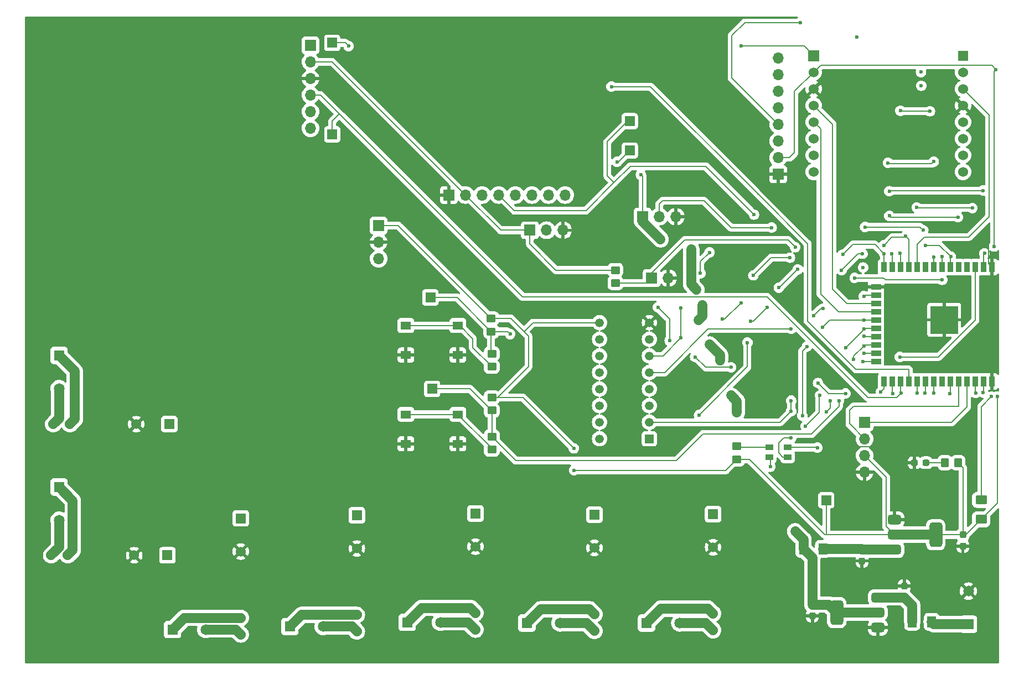
<source format=gbr>
%TF.GenerationSoftware,KiCad,Pcbnew,8.0.0*%
%TF.CreationDate,2025-02-17T23:08:18+05:30*%
%TF.ProjectId,MCU_motorcycle,4d43555f-6d6f-4746-9f72-6379636c652e,rev?*%
%TF.SameCoordinates,Original*%
%TF.FileFunction,Copper,L1,Top*%
%TF.FilePolarity,Positive*%
%FSLAX46Y46*%
G04 Gerber Fmt 4.6, Leading zero omitted, Abs format (unit mm)*
G04 Created by KiCad (PCBNEW 8.0.0) date 2025-02-17 23:08:18*
%MOMM*%
%LPD*%
G01*
G04 APERTURE LIST*
G04 Aperture macros list*
%AMRoundRect*
0 Rectangle with rounded corners*
0 $1 Rounding radius*
0 $2 $3 $4 $5 $6 $7 $8 $9 X,Y pos of 4 corners*
0 Add a 4 corners polygon primitive as box body*
4,1,4,$2,$3,$4,$5,$6,$7,$8,$9,$2,$3,0*
0 Add four circle primitives for the rounded corners*
1,1,$1+$1,$2,$3*
1,1,$1+$1,$4,$5*
1,1,$1+$1,$6,$7*
1,1,$1+$1,$8,$9*
0 Add four rect primitives between the rounded corners*
20,1,$1+$1,$2,$3,$4,$5,0*
20,1,$1+$1,$4,$5,$6,$7,0*
20,1,$1+$1,$6,$7,$8,$9,0*
20,1,$1+$1,$8,$9,$2,$3,0*%
G04 Aperture macros list end*
%TA.AperFunction,ComponentPad*%
%ADD10R,1.650000X1.650000*%
%TD*%
%TA.AperFunction,ComponentPad*%
%ADD11C,1.650000*%
%TD*%
%TA.AperFunction,SMDPad,CuDef*%
%ADD12R,1.500000X1.500000*%
%TD*%
%TA.AperFunction,ComponentPad*%
%ADD13R,1.328000X1.328000*%
%TD*%
%TA.AperFunction,ComponentPad*%
%ADD14C,1.328000*%
%TD*%
%TA.AperFunction,SMDPad,CuDef*%
%ADD15R,1.550000X1.300000*%
%TD*%
%TA.AperFunction,SMDPad,CuDef*%
%ADD16R,1.200000X0.900000*%
%TD*%
%TA.AperFunction,ComponentPad*%
%ADD17R,1.524000X1.524000*%
%TD*%
%TA.AperFunction,ComponentPad*%
%ADD18C,1.524000*%
%TD*%
%TA.AperFunction,ComponentPad*%
%ADD19R,1.700000X1.700000*%
%TD*%
%TA.AperFunction,ComponentPad*%
%ADD20O,1.700000X1.700000*%
%TD*%
%TA.AperFunction,SMDPad,CuDef*%
%ADD21R,0.900000X1.500000*%
%TD*%
%TA.AperFunction,SMDPad,CuDef*%
%ADD22R,1.500000X0.900000*%
%TD*%
%TA.AperFunction,SMDPad,CuDef*%
%ADD23R,1.050000X1.050000*%
%TD*%
%TA.AperFunction,HeatsinkPad*%
%ADD24C,0.600000*%
%TD*%
%TA.AperFunction,SMDPad,CuDef*%
%ADD25R,4.200000X4.200000*%
%TD*%
%TA.AperFunction,SMDPad,CuDef*%
%ADD26RoundRect,0.375000X-0.625000X-0.375000X0.625000X-0.375000X0.625000X0.375000X-0.625000X0.375000X0*%
%TD*%
%TA.AperFunction,SMDPad,CuDef*%
%ADD27RoundRect,0.500000X-0.500000X-1.400000X0.500000X-1.400000X0.500000X1.400000X-0.500000X1.400000X0*%
%TD*%
%TA.AperFunction,SMDPad,CuDef*%
%ADD28RoundRect,0.250000X0.450000X-0.350000X0.450000X0.350000X-0.450000X0.350000X-0.450000X-0.350000X0*%
%TD*%
%TA.AperFunction,SMDPad,CuDef*%
%ADD29RoundRect,0.237500X-0.237500X0.300000X-0.237500X-0.300000X0.237500X-0.300000X0.237500X0.300000X0*%
%TD*%
%TA.AperFunction,SMDPad,CuDef*%
%ADD30RoundRect,0.250000X-0.450000X0.350000X-0.450000X-0.350000X0.450000X-0.350000X0.450000X0.350000X0*%
%TD*%
%TA.AperFunction,ComponentPad*%
%ADD31R,1.676400X1.676400*%
%TD*%
%TA.AperFunction,SMDPad,CuDef*%
%ADD32RoundRect,0.250000X0.350000X0.450000X-0.350000X0.450000X-0.350000X-0.450000X0.350000X-0.450000X0*%
%TD*%
%TA.AperFunction,SMDPad,CuDef*%
%ADD33RoundRect,0.250001X0.462499X0.624999X-0.462499X0.624999X-0.462499X-0.624999X0.462499X-0.624999X0*%
%TD*%
%TA.AperFunction,SMDPad,CuDef*%
%ADD34RoundRect,0.375000X0.625000X0.375000X-0.625000X0.375000X-0.625000X-0.375000X0.625000X-0.375000X0*%
%TD*%
%TA.AperFunction,SMDPad,CuDef*%
%ADD35RoundRect,0.500000X0.500000X1.400000X-0.500000X1.400000X-0.500000X-1.400000X0.500000X-1.400000X0*%
%TD*%
%TA.AperFunction,SMDPad,CuDef*%
%ADD36RoundRect,0.250001X-0.624999X0.462499X-0.624999X-0.462499X0.624999X-0.462499X0.624999X0.462499X0*%
%TD*%
%TA.AperFunction,SMDPad,CuDef*%
%ADD37RoundRect,0.250001X-0.462499X-0.624999X0.462499X-0.624999X0.462499X0.624999X-0.462499X0.624999X0*%
%TD*%
%TA.AperFunction,SMDPad,CuDef*%
%ADD38RoundRect,0.237500X0.237500X-0.300000X0.237500X0.300000X-0.237500X0.300000X-0.237500X-0.300000X0*%
%TD*%
%TA.AperFunction,SMDPad,CuDef*%
%ADD39RoundRect,0.237500X-0.287500X-0.237500X0.287500X-0.237500X0.287500X0.237500X-0.287500X0.237500X0*%
%TD*%
%TA.AperFunction,ViaPad*%
%ADD40C,0.600000*%
%TD*%
%TA.AperFunction,Conductor*%
%ADD41C,1.500000*%
%TD*%
%TA.AperFunction,Conductor*%
%ADD42C,0.200000*%
%TD*%
G04 APERTURE END LIST*
D10*
%TO.P,J13,1,Pin_1*%
%TO.N,Net-(J13-Pin_1)*%
X111970000Y-138250000D03*
D11*
%TO.P,J13,2,Pin_2*%
%TO.N,Net-(J13-Pin_2)*%
X117050000Y-138250000D03*
%TD*%
D12*
%TO.P,TP1,1,1*%
%TO.N,/MCU_ESP32/EN*%
X115500000Y-88500000D03*
%TD*%
D13*
%TO.P,U5,1,I1*%
%TO.N,/MCU_ESP32/L1*%
X149000000Y-110140000D03*
D14*
%TO.P,U5,2,I2*%
%TO.N,/MCU_ESP32/L2*%
X149000000Y-107600000D03*
%TO.P,U5,3,I3*%
%TO.N,/MCU_ESP32/L3*%
X149000000Y-105060000D03*
%TO.P,U5,4,I4*%
%TO.N,/MCU_ESP32/L4*%
X149000000Y-102520000D03*
%TO.P,U5,5,I5*%
%TO.N,/MCU_ESP32/L5*%
X149000000Y-99980000D03*
%TO.P,U5,6,I6*%
%TO.N,/MCU_ESP32/L6*%
X149000000Y-97440000D03*
%TO.P,U5,7,I7*%
%TO.N,/MCU_ESP32/L7*%
X149000000Y-94900000D03*
%TO.P,U5,8,GND*%
%TO.N,GND*%
X149000000Y-92360000D03*
%TO.P,U5,9,COM*%
%TO.N,Vcc*%
X141380000Y-92360000D03*
%TO.P,U5,10,O7*%
%TO.N,/MCU_ESP32/O7*%
X141380000Y-94900000D03*
%TO.P,U5,11,O6*%
%TO.N,/MCU_ESP32/O6*%
X141380000Y-97440000D03*
%TO.P,U5,12,O5*%
%TO.N,/MCU_ESP32/O5*%
X141380000Y-99980000D03*
%TO.P,U5,13,O4*%
%TO.N,/MCU_ESP32/O4*%
X141380000Y-102520000D03*
%TO.P,U5,14,O3*%
%TO.N,/MCU_ESP32/O3*%
X141380000Y-105060000D03*
%TO.P,U5,15,O2*%
%TO.N,/MCU_ESP32/O2*%
X141380000Y-107600000D03*
%TO.P,U5,16,O1*%
%TO.N,/MCU_ESP32/O1*%
X141380000Y-110140000D03*
%TD*%
D15*
%TO.P,SW1,1,1*%
%TO.N,Net-(R4-Pad2)*%
X111750000Y-92800000D03*
X119700000Y-92800000D03*
%TO.P,SW1,2,2*%
%TO.N,GND*%
X111750000Y-97300000D03*
X119700000Y-97300000D03*
%TD*%
D16*
%TO.P,D5,1,A*%
%TO.N,Net-(D5-A)*%
X167362500Y-111475000D03*
%TO.P,D5,2,RK*%
%TO.N,/MCU_ESP32/R*%
X170162500Y-111475000D03*
%TO.P,D5,3,GK*%
%TO.N,/MCU_ESP32/G*%
X170162500Y-112925000D03*
%TO.P,D5,4,BK*%
%TO.N,/MCU_ESP32/B*%
X167362500Y-112925000D03*
%TD*%
D17*
%TO.P,U10,1*%
%TO.N,/MCU_ESP32/O2*%
X140600000Y-121770000D03*
D18*
%TO.P,U10,2*%
%TO.N,GND*%
X140600000Y-126850000D03*
%TO.P,U10,3*%
%TO.N,Net-(J12-Pin_1)*%
X140600000Y-137010000D03*
%TO.P,U10,4*%
%TO.N,Net-(J12-Pin_2)*%
X140600000Y-139550000D03*
%TD*%
D12*
%TO.P,TP4,1,1*%
%TO.N,/MCU_ESP32/Tx_BL*%
X100500000Y-49500000D03*
%TD*%
D19*
%TO.P,J8,1,Pin_1*%
%TO.N,GND*%
X118320000Y-72800000D03*
D20*
%TO.P,J8,2,Pin_2*%
%TO.N,Vcc*%
X120860000Y-72800000D03*
%TO.P,J8,3,Pin_3*%
%TO.N,/MCU_ESP32/SCL*%
X123400000Y-72800000D03*
%TO.P,J8,4,Pin_4*%
%TO.N,/MCU_ESP32/SDA*%
X125940000Y-72800000D03*
%TO.P,J8,5,Pin_5*%
%TO.N,unconnected-(J8-Pin_5-Pad5)*%
X128480000Y-72800000D03*
%TO.P,J8,6,Pin_6*%
%TO.N,unconnected-(J8-Pin_6-Pad6)*%
X131020000Y-72800000D03*
%TO.P,J8,7,Pin_7*%
%TO.N,unconnected-(J8-Pin_7-Pad7)*%
X133560000Y-72800000D03*
%TO.P,J8,8,Pin_8*%
%TO.N,unconnected-(J8-Pin_8-Pad8)*%
X136100000Y-72800000D03*
%TD*%
D19*
%TO.P,J4,1,Pin_1*%
%TO.N,/MCU_ESP32/OUT_FS*%
X149360000Y-85500000D03*
D20*
%TO.P,J4,2,Pin_2*%
%TO.N,GND*%
X151900000Y-85500000D03*
%TD*%
D21*
%TO.P,U1,1,GND*%
%TO.N,GND*%
X201420000Y-83850000D03*
%TO.P,U1,2,VDD*%
%TO.N,Net-(U1-VDD)*%
X200150000Y-83850000D03*
%TO.P,U1,3,EN*%
%TO.N,/MCU_ESP32/EN*%
X198880000Y-83850000D03*
%TO.P,U1,4,SENSOR_VP*%
%TO.N,unconnected-(U1-SENSOR_VP-Pad4)*%
X197610000Y-83850000D03*
%TO.P,U1,5,SENSOR_VN*%
%TO.N,unconnected-(U1-SENSOR_VN-Pad5)*%
X196340000Y-83850000D03*
%TO.P,U1,6,IO34*%
%TO.N,/MCU_ESP32/OUT*%
X195070000Y-83850000D03*
%TO.P,U1,7,IO35*%
%TO.N,/MCU_ESP32/OUT_FS*%
X193800000Y-83850000D03*
%TO.P,U1,8,IO32*%
%TO.N,/MCU_ESP32/INT1*%
X192530000Y-83850000D03*
%TO.P,U1,9,IO33*%
%TO.N,unconnected-(U1-IO33-Pad9)*%
X191260000Y-83850000D03*
%TO.P,U1,10,IO25*%
%TO.N,/MCU_ESP32/PWK*%
X189990000Y-83850000D03*
%TO.P,U1,11,IO26*%
%TO.N,/MCU_ESP32/L1*%
X188720000Y-83850000D03*
%TO.P,U1,12,IO27*%
%TO.N,/MCU_ESP32/OUT_L*%
X187450000Y-83850000D03*
%TO.P,U1,13,IO14*%
%TO.N,/MCU_ESP32/L6*%
X186180000Y-83850000D03*
%TO.P,U1,14,IO12*%
%TO.N,/MCU_ESP32/L4*%
X184910000Y-83850000D03*
D22*
%TO.P,U1,15,GND*%
%TO.N,GND*%
X183660000Y-86890000D03*
%TO.P,U1,16,IO13*%
%TO.N,/MCU_ESP32/L5*%
X183660000Y-88160000D03*
%TO.P,U1,17,SHD/SD2*%
%TO.N,/MCU_ESP32/Rx_s*%
X183660000Y-89430000D03*
%TO.P,U1,18,SWP/SD3*%
%TO.N,/MCU_ESP32/Tx_s*%
X183660000Y-90700000D03*
%TO.P,U1,19,SCS/CMD*%
%TO.N,/MCU_ESP32/B*%
X183660000Y-91970000D03*
%TO.P,U1,20,SCK/CLK*%
%TO.N,/MCU_ESP32/G*%
X183660000Y-93240000D03*
%TO.P,U1,21,SDO/SD0*%
%TO.N,/MCU_ESP32/D0*%
X183660000Y-94510000D03*
%TO.P,U1,22,SDI/SD1*%
%TO.N,/MCU_ESP32/R*%
X183660000Y-95780000D03*
%TO.P,U1,23,IO15*%
%TO.N,/MCU_ESP32/L7*%
X183660000Y-97050000D03*
%TO.P,U1,24,IO2*%
%TO.N,/MCU_ESP32/L2*%
X183660000Y-98320000D03*
D21*
%TO.P,U1,25,IO0*%
%TO.N,/MCU_ESP32/BOOT*%
X184910000Y-101350000D03*
%TO.P,U1,26,IO4*%
%TO.N,/MCU_ESP32/L3*%
X186180000Y-101350000D03*
%TO.P,U1,27,IO16*%
%TO.N,/MCU_ESP32/Rx_BL*%
X187450000Y-101350000D03*
%TO.P,U1,28,IO17*%
%TO.N,/MCU_ESP32/Tx_BL*%
X188720000Y-101350000D03*
%TO.P,U1,29,IO5*%
%TO.N,/MCU_ESP32/CS*%
X189990000Y-101350000D03*
%TO.P,U1,30,IO18*%
%TO.N,/MCU_ESP32/SCK*%
X191260000Y-101350000D03*
%TO.P,U1,31,IO19*%
%TO.N,/MCU_ESP32/MISO*%
X192530000Y-101350000D03*
%TO.P,U1,32,NC*%
%TO.N,unconnected-(U1-NC-Pad32)*%
X193800000Y-101350000D03*
%TO.P,U1,33,IO21*%
%TO.N,/MCU_ESP32/SDA*%
X195070000Y-101350000D03*
%TO.P,U1,34,RXD0/IO3*%
%TO.N,/MCU_ESP32/Rx*%
X196340000Y-101350000D03*
%TO.P,U1,35,TXD0/IO1*%
%TO.N,/MCU_ESP32/Tx*%
X197610000Y-101350000D03*
%TO.P,U1,36,IO22*%
%TO.N,/MCU_ESP32/SCL*%
X198880000Y-101350000D03*
%TO.P,U1,37,IO23*%
%TO.N,/MCU_ESP32/MOSI*%
X200150000Y-101350000D03*
%TO.P,U1,38,GND*%
%TO.N,GND*%
X201420000Y-101350000D03*
D23*
%TO.P,U1,39,GND*%
X195605000Y-90395000D03*
D24*
X194842500Y-90395000D03*
D23*
X194080000Y-90395000D03*
D24*
X193317500Y-90395000D03*
D23*
X192555000Y-90395000D03*
D24*
X195605000Y-91157500D03*
X194080000Y-91157500D03*
X192555000Y-91157500D03*
D23*
X195605000Y-91920000D03*
D24*
X194842500Y-91920000D03*
D23*
X194080000Y-91920000D03*
D25*
X194080000Y-91920000D03*
D24*
X193317500Y-91920000D03*
D23*
X192555000Y-91920000D03*
D24*
X195605000Y-92682500D03*
X194080000Y-92682500D03*
X192555000Y-92682500D03*
D23*
X195605000Y-93445000D03*
D24*
X194842500Y-93445000D03*
D23*
X194080000Y-93445000D03*
D24*
X193317500Y-93445000D03*
D23*
X192555000Y-93445000D03*
%TD*%
D26*
%TO.P,U13,1,GND*%
%TO.N,GND*%
X186500000Y-122525000D03*
%TO.P,U13,2,VO*%
%TO.N,Vcc*%
X186500000Y-124825000D03*
D27*
X192800000Y-124825000D03*
D26*
%TO.P,U13,3,VI*%
%TO.N,Net-(U13-VI)*%
X186500000Y-127125000D03*
%TD*%
D28*
%TO.P,R1,1*%
%TO.N,Vcc*%
X162400000Y-113300000D03*
%TO.P,R1,2*%
%TO.N,Net-(D5-A)*%
X162400000Y-111300000D03*
%TD*%
D29*
%TO.P,C7,1*%
%TO.N,/MCU_ESP32/Vin*%
X173925000Y-135525000D03*
%TO.P,C7,2*%
%TO.N,GND*%
X173925000Y-137250000D03*
%TD*%
D17*
%TO.P,U9,1*%
%TO.N,/MCU_ESP32/O6*%
X75280000Y-127980000D03*
D18*
%TO.P,U9,2*%
%TO.N,GND*%
X70200000Y-127980000D03*
%TO.P,U9,3*%
%TO.N,Net-(J16-Pin_1)*%
X60040000Y-127980000D03*
%TO.P,U9,4*%
%TO.N,Net-(J16-Pin_2)*%
X57500000Y-127980000D03*
%TD*%
D30*
%TO.P,R6,1*%
%TO.N,/MCU_ESP32/BOOT*%
X124900000Y-109800000D03*
%TO.P,R6,2*%
%TO.N,Net-(R6-Pad2)*%
X124900000Y-111800000D03*
%TD*%
D17*
%TO.P,U6,1*%
%TO.N,/MCU_ESP32/O3*%
X122400000Y-121570000D03*
D18*
%TO.P,U6,2*%
%TO.N,GND*%
X122400000Y-126650000D03*
%TO.P,U6,3*%
%TO.N,Net-(J13-Pin_1)*%
X122400000Y-136810000D03*
%TO.P,U6,4*%
%TO.N,Net-(J13-Pin_2)*%
X122400000Y-139350000D03*
%TD*%
D31*
%TO.P,CON1,P1,AN*%
%TO.N,/MCU_ESP32/Vin*%
X174127500Y-51472500D03*
D18*
%TO.P,CON1,P2,RST*%
%TO.N,Vcc*%
X174127500Y-54012500D03*
%TO.P,CON1,P3,CS*%
%TO.N,GND*%
X174127500Y-56552500D03*
%TO.P,CON1,P4,SCK*%
%TO.N,/MCU_ESP32/Rx_s*%
X174127500Y-59092500D03*
%TO.P,CON1,P5,MISO*%
%TO.N,/MCU_ESP32/Tx_s*%
X174127500Y-61632500D03*
%TO.P,CON1,P6,MOSI*%
%TO.N,unconnected-(CON1-MOSI-PadP6)*%
X174127500Y-64172500D03*
%TO.P,CON1,P7,3V3*%
%TO.N,unconnected-(CON1-3V3-PadP7)*%
X174127500Y-66712500D03*
%TO.P,CON1,P8,GND1*%
%TO.N,unconnected-(CON1-GND1-PadP8)*%
X174127500Y-69252500D03*
%TO.P,CON1,P9,GND2*%
%TO.N,unconnected-(CON1-GND2-PadP9)*%
X196987500Y-69252500D03*
%TO.P,CON1,P10,5V*%
%TO.N,unconnected-(CON1-5V-PadP10)*%
X196987500Y-66712500D03*
%TO.P,CON1,P11,SDA*%
%TO.N,unconnected-(CON1-SDA-PadP11)*%
X196987500Y-64172500D03*
%TO.P,CON1,P12,SCL*%
%TO.N,unconnected-(CON1-SCL-PadP12)*%
X196987500Y-61632500D03*
%TO.P,CON1,P13,TX*%
%TO.N,GND*%
X196987500Y-59092500D03*
%TO.P,CON1,P14,RX*%
%TO.N,/MCU_ESP32/PWK*%
X196987500Y-56552500D03*
%TO.P,CON1,P15,INT*%
%TO.N,unconnected-(CON1-INT-PadP15)*%
X196987500Y-54012500D03*
D17*
%TO.P,CON1,P16,PWM*%
%TO.N,unconnected-(CON1-PWM-PadP16)*%
X196987500Y-51472500D03*
%TD*%
D19*
%TO.P,J18,1,Pin_1*%
%TO.N,Vcc*%
X130720000Y-78200000D03*
D20*
%TO.P,J18,2,Pin_2*%
%TO.N,/MCU_ESP32/OUT_L*%
X133260000Y-78200000D03*
%TO.P,J18,3,Pin_3*%
%TO.N,GND*%
X135800000Y-78200000D03*
%TD*%
D12*
%TO.P,TP3,1,1*%
%TO.N,/MCU_ESP32/Rx_BL*%
X100500000Y-63500000D03*
%TD*%
D10*
%TO.P,J10,1,Pin_1*%
%TO.N,/MCU_ESP32/Vbat*%
X197800000Y-138540000D03*
D11*
%TO.P,J10,2,Pin_2*%
%TO.N,GND*%
X197800000Y-133460000D03*
%TD*%
D12*
%TO.P,TP5,1,1*%
%TO.N,Vcc*%
X176050000Y-119530000D03*
%TD*%
D19*
%TO.P,J6,1,Pin_1*%
%TO.N,unconnected-(J6-Pin_1-Pad1)*%
X97150000Y-49875000D03*
D20*
%TO.P,J6,2,Pin_2*%
%TO.N,Vcc*%
X97150000Y-52415000D03*
%TO.P,J6,3,Pin_3*%
%TO.N,GND*%
X97150000Y-54955000D03*
%TO.P,J6,4,Pin_4*%
%TO.N,/MCU_ESP32/Rx_BL*%
X97150000Y-57495000D03*
%TO.P,J6,5,Pin_5*%
%TO.N,/MCU_ESP32/Tx_BL*%
X97150000Y-60035000D03*
%TO.P,J6,6,Pin_6*%
%TO.N,unconnected-(J6-Pin_6-Pad6)*%
X97150000Y-62575000D03*
%TD*%
D12*
%TO.P,TP2,1,1*%
%TO.N,/MCU_ESP32/BOOT*%
X115770000Y-102500000D03*
%TD*%
D17*
%TO.P,U11,1*%
%TO.N,/MCU_ESP32/O7*%
X75590000Y-107900000D03*
D18*
%TO.P,U11,2*%
%TO.N,GND*%
X70510000Y-107900000D03*
%TO.P,U11,3*%
%TO.N,Net-(J17-Pin_1)*%
X60350000Y-107900000D03*
%TO.P,U11,4*%
%TO.N,Net-(J17-Pin_2)*%
X57810000Y-107900000D03*
%TD*%
D15*
%TO.P,SW2,1,1*%
%TO.N,Net-(R6-Pad2)*%
X111750000Y-106400000D03*
X119700000Y-106400000D03*
%TO.P,SW2,2,2*%
%TO.N,GND*%
X111750000Y-110900000D03*
X119700000Y-110900000D03*
%TD*%
D10*
%TO.P,J14,1,Pin_1*%
%TO.N,Net-(J14-Pin_1)*%
X94010000Y-138900000D03*
D11*
%TO.P,J14,2,Pin_2*%
%TO.N,Net-(J14-Pin_2)*%
X99090000Y-138900000D03*
%TD*%
D30*
%TO.P,R8,1*%
%TO.N,Vcc*%
X143800000Y-84300000D03*
%TO.P,R8,2*%
%TO.N,/MCU_ESP32/OUT_FS*%
X143800000Y-86300000D03*
%TD*%
D32*
%TO.P,R9,1*%
%TO.N,Vcc*%
X196200000Y-113800000D03*
%TO.P,R9,2*%
%TO.N,Net-(D4-A)*%
X194200000Y-113800000D03*
%TD*%
D17*
%TO.P,U7,1*%
%TO.N,/MCU_ESP32/O4*%
X104250000Y-121870000D03*
D18*
%TO.P,U7,2*%
%TO.N,GND*%
X104250000Y-126950000D03*
%TO.P,U7,3*%
%TO.N,Net-(J14-Pin_1)*%
X104250000Y-137110000D03*
%TO.P,U7,4*%
%TO.N,Net-(J14-Pin_2)*%
X104250000Y-139650000D03*
%TD*%
D29*
%TO.P,C4,1*%
%TO.N,Net-(U13-VI)*%
X181525000Y-127112500D03*
%TO.P,C4,2*%
%TO.N,GND*%
X181525000Y-128837500D03*
%TD*%
D10*
%TO.P,J16,1,Pin_1*%
%TO.N,Net-(J16-Pin_1)*%
X58700000Y-117520000D03*
D11*
%TO.P,J16,2,Pin_2*%
%TO.N,Net-(J16-Pin_2)*%
X58700000Y-122600000D03*
%TD*%
D10*
%TO.P,J15,1,Pin_1*%
%TO.N,Net-(J15-Pin_1)*%
X76070000Y-139350000D03*
D11*
%TO.P,J15,2,Pin_2*%
%TO.N,Net-(J15-Pin_2)*%
X81150000Y-139350000D03*
%TD*%
D33*
%TO.P,F1,1*%
%TO.N,/MCU_ESP32/Vbat*%
X192175000Y-138175000D03*
%TO.P,F1,2*%
%TO.N,Net-(U4-VI)*%
X189200000Y-138175000D03*
%TD*%
D34*
%TO.P,U4,1,GND*%
%TO.N,GND*%
X183950000Y-139050000D03*
%TO.P,U4,2,VO*%
%TO.N,/MCU_ESP32/Vin*%
X183950000Y-136750000D03*
D35*
X177650000Y-136750000D03*
D34*
%TO.P,U4,3,VI*%
%TO.N,Net-(U4-VI)*%
X183950000Y-134450000D03*
%TD*%
D10*
%TO.P,J12,1,Pin_1*%
%TO.N,Net-(J12-Pin_1)*%
X130270000Y-138350000D03*
D11*
%TO.P,J12,2,Pin_2*%
%TO.N,Net-(J12-Pin_2)*%
X135350000Y-138350000D03*
%TD*%
D30*
%TO.P,R3,1*%
%TO.N,Vcc*%
X124800000Y-91700000D03*
%TO.P,R3,2*%
%TO.N,/MCU_ESP32/EN*%
X124800000Y-93700000D03*
%TD*%
D19*
%TO.P,J3,1,Pin_1*%
%TO.N,GND*%
X168700000Y-69640000D03*
D20*
%TO.P,J3,2,Pin_2*%
%TO.N,Vcc*%
X168700000Y-67100000D03*
%TO.P,J3,3,Pin_3*%
%TO.N,/MCU_ESP32/CS*%
X168700000Y-64560000D03*
%TO.P,J3,4,Pin_4*%
%TO.N,/MCU_ESP32/INT1*%
X168700000Y-62020000D03*
%TO.P,J3,5,Pin_5*%
%TO.N,unconnected-(J3-Pin_5-Pad5)*%
X168700000Y-59480000D03*
%TO.P,J3,6,Pin_6*%
%TO.N,/MCU_ESP32/MISO*%
X168700000Y-56940000D03*
%TO.P,J3,7,Pin_7*%
%TO.N,/MCU_ESP32/MOSI*%
X168700000Y-54400000D03*
%TO.P,J3,8,Pin_8*%
%TO.N,/MCU_ESP32/SCK*%
X168700000Y-51860000D03*
%TD*%
D19*
%TO.P,J9,1,Pin_1*%
%TO.N,/MCU_ESP32/Tx*%
X181925000Y-107620000D03*
D20*
%TO.P,J9,2,Pin_2*%
%TO.N,/MCU_ESP32/Rx*%
X181925000Y-110160000D03*
%TO.P,J9,3,Pin_3*%
%TO.N,Vcc*%
X181925000Y-112700000D03*
%TO.P,J9,4,Pin_4*%
%TO.N,GND*%
X181925000Y-115240000D03*
%TD*%
D10*
%TO.P,J11,1,Pin_1*%
%TO.N,Net-(J11-Pin_1)*%
X148570000Y-138350000D03*
D11*
%TO.P,J11,2,Pin_2*%
%TO.N,Net-(J11-Pin_2)*%
X153650000Y-138350000D03*
%TD*%
D17*
%TO.P,U12,1*%
%TO.N,/MCU_ESP32/O1*%
X158750000Y-121670000D03*
D18*
%TO.P,U12,2*%
%TO.N,GND*%
X158750000Y-126750000D03*
%TO.P,U12,3*%
%TO.N,Net-(J11-Pin_1)*%
X158750000Y-136910000D03*
%TO.P,U12,4*%
%TO.N,Net-(J11-Pin_2)*%
X158750000Y-139450000D03*
%TD*%
D36*
%TO.P,F3,1*%
%TO.N,Net-(U1-VDD)*%
X199750000Y-119500000D03*
%TO.P,F3,2*%
%TO.N,Vcc*%
X199750000Y-122475000D03*
%TD*%
D12*
%TO.P,TP8,1,1*%
%TO.N,/MCU_ESP32/SCL*%
X146000000Y-66000000D03*
%TD*%
%TO.P,TP7,1,1*%
%TO.N,/MCU_ESP32/SDA*%
X146000000Y-61500000D03*
%TD*%
D19*
%TO.P,J2,1,Pin_1*%
%TO.N,Vcc*%
X107600000Y-77475000D03*
D20*
%TO.P,J2,2,Pin_2*%
%TO.N,GND*%
X107600000Y-80015000D03*
%TO.P,J2,3,Pin_3*%
%TO.N,/MCU_ESP32/D0*%
X107600000Y-82555000D03*
%TD*%
D37*
%TO.P,F2,1*%
%TO.N,/MCU_ESP32/Vin*%
X172575000Y-127000000D03*
%TO.P,F2,2*%
%TO.N,Net-(U13-VI)*%
X175550000Y-127000000D03*
%TD*%
D30*
%TO.P,R4,1*%
%TO.N,/MCU_ESP32/EN*%
X124900000Y-97100000D03*
%TO.P,R4,2*%
%TO.N,Net-(R4-Pad2)*%
X124900000Y-99100000D03*
%TD*%
D19*
%TO.P,J1,1,Pin_1*%
%TO.N,/MCU_ESP32/Vin*%
X147960000Y-76100000D03*
D20*
%TO.P,J1,2,Pin_2*%
%TO.N,/MCU_ESP32/OUT*%
X150500000Y-76100000D03*
%TO.P,J1,3,Pin_3*%
%TO.N,GND*%
X153040000Y-76100000D03*
%TD*%
D10*
%TO.P,J17,1,Pin_1*%
%TO.N,Net-(J17-Pin_1)*%
X58700000Y-97370000D03*
D11*
%TO.P,J17,2,Pin_2*%
%TO.N,Net-(J17-Pin_2)*%
X58700000Y-102450000D03*
%TD*%
D38*
%TO.P,C6,1*%
%TO.N,Net-(U4-VI)*%
X187987500Y-134437500D03*
%TO.P,C6,2*%
%TO.N,GND*%
X187987500Y-132712500D03*
%TD*%
D17*
%TO.P,U8,1*%
%TO.N,/MCU_ESP32/O5*%
X86500000Y-122320000D03*
D18*
%TO.P,U8,2*%
%TO.N,GND*%
X86500000Y-127400000D03*
%TO.P,U8,3*%
%TO.N,Net-(J15-Pin_1)*%
X86500000Y-137560000D03*
%TO.P,U8,4*%
%TO.N,Net-(J15-Pin_2)*%
X86500000Y-140100000D03*
%TD*%
D30*
%TO.P,R5,1*%
%TO.N,Vcc*%
X124900000Y-103800000D03*
%TO.P,R5,2*%
%TO.N,/MCU_ESP32/BOOT*%
X124900000Y-105800000D03*
%TD*%
D29*
%TO.P,C5,1*%
%TO.N,Vcc*%
X196950000Y-124850000D03*
%TO.P,C5,2*%
%TO.N,GND*%
X196950000Y-126575000D03*
%TD*%
D39*
%TO.P,D4,1,K*%
%TO.N,GND*%
X189550000Y-113800000D03*
%TO.P,D4,2,A*%
%TO.N,Net-(D4-A)*%
X191300000Y-113800000D03*
%TD*%
D40*
%TO.N,*%
X181700000Y-83900000D03*
%TO.N,GND*%
X178750000Y-111100000D03*
X200600000Y-80300000D03*
X186250000Y-111150000D03*
X179050000Y-114150000D03*
%TO.N,Vcc*%
X202200000Y-103675000D03*
X201700000Y-80700000D03*
X137500000Y-114950000D03*
X202025000Y-53625000D03*
X137450000Y-111600000D03*
%TO.N,/MCU_ESP32/Vin*%
X147700000Y-69700000D03*
X171300000Y-124300000D03*
X155400000Y-81100000D03*
X157100000Y-89700000D03*
X156200000Y-87300000D03*
X161500000Y-103500000D03*
X158200000Y-95700000D03*
X159800000Y-98150000D03*
X163000000Y-50000000D03*
X156500000Y-92000000D03*
X150700000Y-79600000D03*
X162400000Y-106100000D03*
%TO.N,/MCU_ESP32/R*%
X174700000Y-111500000D03*
X181800000Y-95900000D03*
X180200000Y-98000000D03*
X176700000Y-104300000D03*
X176100000Y-106000000D03*
%TO.N,/MCU_ESP32/B*%
X173100000Y-96000000D03*
X181800000Y-92000000D03*
X175500000Y-93100000D03*
X167500000Y-114400000D03*
X172400000Y-106600000D03*
%TO.N,/MCU_ESP32/G*%
X175100000Y-103500000D03*
X172900000Y-108200000D03*
X179000000Y-96200000D03*
X181800000Y-93300000D03*
X170700000Y-110000000D03*
%TO.N,Net-(U1-VDD)*%
X201300000Y-103675000D03*
X200250000Y-81750000D03*
%TO.N,/MCU_ESP32/OUT*%
X191200000Y-80500000D03*
X167700000Y-77800000D03*
X195090000Y-82230000D03*
X182000000Y-77700000D03*
X190900000Y-78200000D03*
%TO.N,/MCU_ESP32/D0*%
X181800000Y-94400000D03*
%TO.N,/MCU_ESP32/CS*%
X189925000Y-103150000D03*
X190575000Y-56075000D03*
%TO.N,/MCU_ESP32/OUT_FS*%
X171300000Y-80800000D03*
X180400000Y-85500000D03*
X193800000Y-85800000D03*
X193800000Y-82230000D03*
%TO.N,/MCU_ESP32/Tx_BL*%
X103000000Y-50000000D03*
X143200000Y-56200000D03*
%TO.N,/MCU_ESP32/SCL*%
X198400000Y-74800000D03*
X144050000Y-67720000D03*
X189900000Y-74700000D03*
X198900000Y-103100000D03*
%TO.N,/MCU_ESP32/OUT_L*%
X187300000Y-81700000D03*
%TO.N,/MCU_ESP32/EN*%
X156000000Y-97600000D03*
X179000000Y-103200000D03*
X187300000Y-97600000D03*
X174800000Y-101600000D03*
X150300000Y-90000000D03*
X161500000Y-99200000D03*
X127700000Y-94100000D03*
X152100000Y-95100000D03*
%TO.N,/MCU_ESP32/BOOT*%
X178000000Y-104300000D03*
X184400000Y-103000000D03*
%TO.N,/MCU_ESP32/MISO*%
X192500000Y-103175000D03*
X191925000Y-59975000D03*
X180700000Y-48600000D03*
X187400000Y-59900000D03*
%TO.N,/MCU_ESP32/SDA*%
X185700000Y-76000000D03*
X196200000Y-76200000D03*
X165000000Y-75800000D03*
X195000000Y-103200000D03*
%TO.N,/MCU_ESP32/L5*%
X174100000Y-91300000D03*
X181800000Y-88300000D03*
X175600000Y-90200000D03*
X170700000Y-93300000D03*
%TO.N,/MCU_ESP32/L4*%
X170500000Y-82400000D03*
X160200000Y-91800000D03*
X178600000Y-81900000D03*
X164900000Y-85100000D03*
X184900000Y-81800000D03*
X163000000Y-89300000D03*
%TO.N,/MCU_ESP32/SCK*%
X192500000Y-67700000D03*
X191175000Y-103100000D03*
X185500000Y-67880000D03*
%TO.N,/MCU_ESP32/L3*%
X186200000Y-103200000D03*
%TO.N,/MCU_ESP32/L6*%
X158200000Y-81600000D03*
X186100000Y-81800000D03*
X153800000Y-94700000D03*
X153800000Y-90100000D03*
X156800000Y-84800000D03*
%TO.N,/MCU_ESP32/L2*%
X181700000Y-98300000D03*
X170700000Y-105900000D03*
X170700000Y-104300000D03*
%TO.N,/MCU_ESP32/L7*%
X181800000Y-97000000D03*
%TO.N,/MCU_ESP32/MOSI*%
X185700000Y-72220000D03*
X200025000Y-72130000D03*
X200075000Y-103050000D03*
%TO.N,/MCU_ESP32/Rx_BL*%
X187500000Y-103100000D03*
%TO.N,/MCU_ESP32/L1*%
X184900000Y-80500000D03*
X181600000Y-81800000D03*
X164000000Y-95400000D03*
X168800000Y-87000000D03*
X164500000Y-92100000D03*
X167000000Y-90000000D03*
X188200000Y-79100000D03*
X156600000Y-106500000D03*
X178400000Y-84300000D03*
X171700000Y-84200000D03*
%TO.N,/MCU_ESP32/INT1*%
X190550000Y-53975000D03*
X192525000Y-82275000D03*
X172100000Y-46400000D03*
%TD*%
D41*
%TO.N,Net-(U13-VI)*%
X181525000Y-127112500D02*
X186487500Y-127112500D01*
X175550000Y-127000000D02*
X181412500Y-127000000D01*
X181412500Y-127000000D02*
X181525000Y-127112500D01*
X186487500Y-127112500D02*
X186500000Y-127125000D01*
D42*
%TO.N,GND*%
X186250000Y-111150000D02*
X186090000Y-111310000D01*
X200900000Y-82800000D02*
X200900000Y-83330000D01*
X200850000Y-80550000D02*
X200850000Y-82750000D01*
X200850000Y-82750000D02*
X200900000Y-82800000D01*
X186090000Y-111310000D02*
X178960000Y-111310000D01*
X178960000Y-111310000D02*
X178750000Y-111100000D01*
X180140000Y-115240000D02*
X179050000Y-114150000D01*
X200600000Y-80300000D02*
X200850000Y-80550000D01*
X181925000Y-115240000D02*
X180140000Y-115240000D01*
X200900000Y-83330000D02*
X201420000Y-83850000D01*
%TO.N,Vcc*%
X137450000Y-111600000D02*
X129650000Y-103800000D01*
X162400000Y-113300000D02*
X162350000Y-113300000D01*
X201700000Y-80700000D02*
X201750000Y-80650000D01*
X124800000Y-91700000D02*
X127800000Y-91700000D01*
X192825000Y-124850000D02*
X192800000Y-124825000D01*
X170400000Y-67100000D02*
X168700000Y-67100000D01*
X176050000Y-119530000D02*
X176050000Y-124825000D01*
X130720000Y-78200000D02*
X130720000Y-80320000D01*
X127800000Y-91700000D02*
X129825000Y-93725000D01*
X131190000Y-92360000D02*
X129825000Y-93725000D01*
X141380000Y-92360000D02*
X131190000Y-92360000D01*
X196950000Y-124850000D02*
X196950000Y-114550000D01*
X196950000Y-114550000D02*
X196200000Y-113800000D01*
X196950000Y-124850000D02*
X192825000Y-124850000D01*
X129825000Y-93725000D02*
X130500000Y-94400000D01*
X130500000Y-94400000D02*
X130500000Y-99100000D01*
X202200000Y-120025000D02*
X202200000Y-103675000D01*
X126260000Y-78200000D02*
X120860000Y-72800000D01*
X120860000Y-72800000D02*
X100475000Y-52415000D01*
X125800000Y-103800000D02*
X124900000Y-103800000D01*
X129650000Y-103800000D02*
X124900000Y-103800000D01*
X199750000Y-122475000D02*
X202200000Y-120025000D01*
X130720000Y-80320000D02*
X134700000Y-84300000D01*
X197375000Y-124850000D02*
X196950000Y-124850000D01*
X171200000Y-56940000D02*
X171200000Y-66300000D01*
X201350500Y-52950500D02*
X175189500Y-52950500D01*
X134700000Y-84300000D02*
X143800000Y-84300000D01*
X174127500Y-54012500D02*
X171200000Y-56940000D01*
X130720000Y-78200000D02*
X126260000Y-78200000D01*
X110575000Y-77475000D02*
X124800000Y-91700000D01*
X175189500Y-52950500D02*
X174127500Y-54012500D01*
X164300000Y-113300000D02*
X162400000Y-113300000D01*
X162350000Y-113300000D02*
X160700000Y-114950000D01*
X160700000Y-114950000D02*
X137500000Y-114950000D01*
X175825000Y-124825000D02*
X164300000Y-113300000D01*
X185200000Y-115975000D02*
X185200000Y-123525000D01*
X100475000Y-52415000D02*
X97150000Y-52415000D01*
X185200000Y-123525000D02*
X186500000Y-124825000D01*
X202025000Y-53625000D02*
X201350500Y-52950500D01*
X176050000Y-124825000D02*
X175825000Y-124825000D01*
X201750000Y-80650000D02*
X201750000Y-53900000D01*
X186500000Y-124825000D02*
X176050000Y-124825000D01*
X171200000Y-66300000D02*
X170400000Y-67100000D01*
X199750000Y-122475000D02*
X197375000Y-124850000D01*
X130500000Y-99100000D02*
X125800000Y-103800000D01*
X201750000Y-53900000D02*
X202025000Y-53625000D01*
X107600000Y-77475000D02*
X110575000Y-77475000D01*
D41*
X186500000Y-124825000D02*
X192800000Y-124825000D01*
D42*
X181925000Y-112700000D02*
X185200000Y-115975000D01*
D41*
%TO.N,Net-(U4-VI)*%
X187987500Y-134437500D02*
X183962500Y-134437500D01*
X189200000Y-135650000D02*
X187987500Y-134437500D01*
X183962500Y-134437500D02*
X183950000Y-134450000D01*
X189200000Y-138175000D02*
X189200000Y-135650000D01*
%TO.N,/MCU_ESP32/Vin*%
X147960000Y-76860000D02*
X147960000Y-76100000D01*
X173925000Y-128350000D02*
X172575000Y-127000000D01*
X157100000Y-91400000D02*
X156500000Y-92000000D01*
X155400000Y-86500000D02*
X155400000Y-81100000D01*
X156200000Y-87300000D02*
X155400000Y-86500000D01*
X176425000Y-135525000D02*
X173925000Y-135525000D01*
X158200000Y-95700000D02*
X159800000Y-97300000D01*
X162400000Y-106100000D02*
X162400000Y-104400000D01*
D42*
X147960000Y-69960000D02*
X147960000Y-76100000D01*
D41*
X173925000Y-135525000D02*
X173925000Y-128350000D01*
X177650000Y-136750000D02*
X176425000Y-135525000D01*
X157100000Y-89700000D02*
X157100000Y-91400000D01*
D42*
X172655000Y-50000000D02*
X163000000Y-50000000D01*
D41*
X150700000Y-79600000D02*
X147960000Y-76860000D01*
X172575000Y-125575000D02*
X171300000Y-124300000D01*
D42*
X174127500Y-51472500D02*
X172655000Y-50000000D01*
D41*
X159800000Y-97300000D02*
X159800000Y-98150000D01*
X162400000Y-104400000D02*
X161500000Y-103500000D01*
X183950000Y-136750000D02*
X177650000Y-136750000D01*
D42*
X147700000Y-69700000D02*
X147960000Y-69960000D01*
D41*
X172575000Y-127000000D02*
X172575000Y-125575000D01*
D42*
%TO.N,/MCU_ESP32/Rx_s*%
X179230000Y-89430000D02*
X183660000Y-89430000D01*
X177025000Y-61990000D02*
X177025000Y-87225000D01*
X174127500Y-59092500D02*
X177025000Y-61990000D01*
X177025000Y-87225000D02*
X179230000Y-89430000D01*
%TO.N,/MCU_ESP32/PWK*%
X189990000Y-80360000D02*
X189990000Y-83850000D01*
X197850000Y-79250000D02*
X191075000Y-79250000D01*
X200950000Y-76150000D02*
X197850000Y-79250000D01*
X196987500Y-56552500D02*
X200950000Y-60515000D01*
X200950000Y-60515000D02*
X200950000Y-76150000D01*
X191075000Y-79250000D02*
X191075000Y-79275000D01*
X191075000Y-79275000D02*
X189990000Y-80360000D01*
%TO.N,/MCU_ESP32/Tx_s*%
X174127500Y-61632500D02*
X175189500Y-62694500D01*
X175189500Y-62694500D02*
X175189500Y-87989500D01*
X177900000Y-90700000D02*
X183660000Y-90700000D01*
X175189500Y-87989500D02*
X177900000Y-90700000D01*
%TO.N,Net-(D4-A)*%
X194200000Y-113800000D02*
X191300000Y-113800000D01*
%TO.N,/MCU_ESP32/R*%
X174700000Y-111500000D02*
X174675000Y-111475000D01*
X180200000Y-97500000D02*
X180200000Y-98000000D01*
X176700000Y-105400000D02*
X176100000Y-106000000D01*
X181800000Y-95900000D02*
X180200000Y-97500000D01*
X176700000Y-104300000D02*
X176700000Y-105400000D01*
X181920000Y-95780000D02*
X181800000Y-95900000D01*
X174675000Y-111475000D02*
X170162500Y-111475000D01*
X183660000Y-95780000D02*
X181920000Y-95780000D01*
%TO.N,/MCU_ESP32/B*%
X181830000Y-91970000D02*
X181800000Y-92000000D01*
X167200000Y-113087500D02*
X167362500Y-112925000D01*
X183660000Y-91970000D02*
X181830000Y-91970000D01*
X176600000Y-92000000D02*
X175500000Y-93100000D01*
X173100000Y-96000000D02*
X172400000Y-96700000D01*
X172400000Y-96700000D02*
X172400000Y-106600000D01*
X181800000Y-92000000D02*
X176600000Y-92000000D01*
X167500000Y-114400000D02*
X167500000Y-113062500D01*
X167500000Y-113062500D02*
X167362500Y-112925000D01*
%TO.N,Net-(D5-A)*%
X162575000Y-111475000D02*
X162400000Y-111300000D01*
X167362500Y-111475000D02*
X162575000Y-111475000D01*
%TO.N,/MCU_ESP32/G*%
X168800000Y-110800000D02*
X168800000Y-112300000D01*
X183660000Y-93240000D02*
X181860000Y-93240000D01*
X175100000Y-103500000D02*
X175000000Y-103600000D01*
X181860000Y-93240000D02*
X181800000Y-93300000D01*
X169425000Y-112925000D02*
X170162500Y-112925000D01*
X175000000Y-103600000D02*
X175000000Y-106100000D01*
X169600000Y-110000000D02*
X168800000Y-110800000D01*
X170700000Y-110000000D02*
X169600000Y-110000000D01*
X168800000Y-112300000D02*
X169425000Y-112925000D01*
X181800000Y-93300000D02*
X181800000Y-93400000D01*
X181800000Y-93400000D02*
X179000000Y-96200000D01*
X175000000Y-106100000D02*
X172900000Y-108200000D01*
D41*
%TO.N,/MCU_ESP32/Vbat*%
X192540000Y-138540000D02*
X192175000Y-138175000D01*
X197800000Y-138540000D02*
X192540000Y-138540000D01*
D42*
%TO.N,Net-(U1-VDD)*%
X200150000Y-81850000D02*
X200150000Y-83850000D01*
X200250000Y-81750000D02*
X200150000Y-81850000D01*
X199750000Y-119500000D02*
X199750000Y-105225000D01*
X199750000Y-105225000D02*
X201300000Y-103675000D01*
%TO.N,/MCU_ESP32/OUT*%
X167700000Y-77800000D02*
X161500000Y-77800000D01*
X193360000Y-80500000D02*
X191200000Y-80500000D01*
X195090000Y-82230000D02*
X193360000Y-80500000D01*
X190400000Y-77700000D02*
X182000000Y-77700000D01*
X195070000Y-82250000D02*
X195090000Y-82230000D01*
X157400000Y-73700000D02*
X151000000Y-73700000D01*
X151000000Y-73700000D02*
X150500000Y-74200000D01*
X190900000Y-78200000D02*
X190400000Y-77700000D01*
X161500000Y-77800000D02*
X157400000Y-73700000D01*
X150500000Y-74200000D02*
X150500000Y-76100000D01*
X195070000Y-83850000D02*
X195070000Y-82250000D01*
%TO.N,/MCU_ESP32/D0*%
X183660000Y-94510000D02*
X181910000Y-94510000D01*
X181910000Y-94510000D02*
X181800000Y-94400000D01*
%TO.N,/MCU_ESP32/CS*%
X189990000Y-101350000D02*
X189990000Y-103085000D01*
X189990000Y-103085000D02*
X189925000Y-103150000D01*
%TO.N,/MCU_ESP32/OUT_FS*%
X193800000Y-85800000D02*
X185100000Y-85800000D01*
X171300000Y-80800000D02*
X170200000Y-79700000D01*
X185100000Y-85800000D02*
X184800000Y-85500000D01*
X170200000Y-79700000D02*
X154400000Y-79700000D01*
X148560000Y-86300000D02*
X149360000Y-85500000D01*
X149360000Y-84740000D02*
X149360000Y-85500000D01*
X184800000Y-85500000D02*
X180400000Y-85500000D01*
X193800000Y-83850000D02*
X193800000Y-82230000D01*
X154400000Y-79700000D02*
X149360000Y-84740000D01*
X143800000Y-86300000D02*
X148560000Y-86300000D01*
%TO.N,/MCU_ESP32/Tx_BL*%
X165624265Y-72675735D02*
X149148530Y-56200000D01*
X102500000Y-49500000D02*
X100500000Y-49500000D01*
X188600000Y-99500000D02*
X188720000Y-99620000D01*
X103000000Y-50000000D02*
X102500000Y-49500000D01*
X165600000Y-72651471D02*
X165624265Y-72675735D01*
X165624265Y-72675735D02*
X173200000Y-80251471D01*
X173200000Y-92100000D02*
X180600000Y-99500000D01*
X188720000Y-99620000D02*
X188720000Y-101350000D01*
X149148530Y-56200000D02*
X143200000Y-56200000D01*
X173200000Y-80251471D02*
X173200000Y-92100000D01*
X180600000Y-99500000D02*
X188600000Y-99500000D01*
%TO.N,/MCU_ESP32/SCL*%
X146000000Y-66000000D02*
X144280000Y-67720000D01*
X198880000Y-103080000D02*
X198900000Y-103100000D01*
X190000000Y-74800000D02*
X189900000Y-74700000D01*
X198880000Y-101350000D02*
X198880000Y-103080000D01*
X144280000Y-67720000D02*
X144050000Y-67720000D01*
X198400000Y-74800000D02*
X190000000Y-74800000D01*
%TO.N,/MCU_ESP32/Tx*%
X197610000Y-101350000D02*
X197610000Y-105215000D01*
X197610000Y-105215000D02*
X195205000Y-107620000D01*
X195205000Y-107620000D02*
X181925000Y-107620000D01*
%TO.N,/MCU_ESP32/Rx*%
X196275000Y-105200000D02*
X180200000Y-105200000D01*
X196340000Y-101350000D02*
X196275000Y-101415000D01*
X179600000Y-105800000D02*
X179600000Y-107835000D01*
X179600000Y-107835000D02*
X181925000Y-110160000D01*
X196275000Y-101415000D02*
X196275000Y-105200000D01*
X180200000Y-105200000D02*
X179600000Y-105800000D01*
D41*
%TO.N,Net-(J11-Pin_2)*%
X153650000Y-138350000D02*
X157650000Y-138350000D01*
X157650000Y-138350000D02*
X158750000Y-139450000D01*
%TO.N,Net-(J11-Pin_1)*%
X148570000Y-138350000D02*
X150771999Y-136148001D01*
X157988001Y-136148001D02*
X158750000Y-136910000D01*
X150771999Y-136148001D02*
X157988001Y-136148001D01*
%TO.N,Net-(J12-Pin_2)*%
X135350000Y-138350000D02*
X139400000Y-138350000D01*
X139400000Y-138350000D02*
X140600000Y-139550000D01*
%TO.N,Net-(J12-Pin_1)*%
X139838001Y-136248001D02*
X140600000Y-137010000D01*
X130270000Y-138350000D02*
X132371999Y-136248001D01*
X132371999Y-136248001D02*
X139838001Y-136248001D01*
%TO.N,Net-(J13-Pin_2)*%
X121300000Y-138250000D02*
X122400000Y-139350000D01*
X117050000Y-138250000D02*
X121300000Y-138250000D01*
%TO.N,Net-(J13-Pin_1)*%
X114171999Y-136048001D02*
X121638001Y-136048001D01*
X111970000Y-138250000D02*
X114171999Y-136048001D01*
X121638001Y-136048001D02*
X122400000Y-136810000D01*
%TO.N,Net-(J14-Pin_2)*%
X99090000Y-138900000D02*
X103500000Y-138900000D01*
X103500000Y-138900000D02*
X104250000Y-139650000D01*
%TO.N,Net-(J14-Pin_1)*%
X94010000Y-138900000D02*
X95800000Y-137110000D01*
X95800000Y-137110000D02*
X104250000Y-137110000D01*
%TO.N,Net-(J15-Pin_1)*%
X77860000Y-137560000D02*
X86500000Y-137560000D01*
X76070000Y-139350000D02*
X77860000Y-137560000D01*
%TO.N,Net-(J15-Pin_2)*%
X85750000Y-139350000D02*
X86500000Y-140100000D01*
X81150000Y-139350000D02*
X85750000Y-139350000D01*
%TO.N,Net-(J16-Pin_1)*%
X60801999Y-127218001D02*
X60040000Y-127980000D01*
X58700000Y-117520000D02*
X60801999Y-119621999D01*
X60801999Y-119621999D02*
X60801999Y-127218001D01*
%TO.N,Net-(J16-Pin_2)*%
X58700000Y-126780000D02*
X57500000Y-127980000D01*
X58700000Y-122600000D02*
X58700000Y-126780000D01*
%TO.N,Net-(J17-Pin_2)*%
X58700000Y-102450000D02*
X58700000Y-107010000D01*
X58700000Y-107010000D02*
X57810000Y-107900000D01*
%TO.N,Net-(J17-Pin_1)*%
X61111999Y-99781999D02*
X61111999Y-107138001D01*
X58700000Y-97370000D02*
X61111999Y-99781999D01*
X61111999Y-107138001D02*
X60350000Y-107900000D01*
D42*
%TO.N,/MCU_ESP32/OUT_L*%
X187450000Y-81850000D02*
X187300000Y-81700000D01*
X187450000Y-83850000D02*
X187450000Y-81850000D01*
%TO.N,/MCU_ESP32/EN*%
X127700000Y-94100000D02*
X127300000Y-93700000D01*
X157600000Y-99200000D02*
X156000000Y-97600000D01*
X119600000Y-88500000D02*
X115500000Y-88500000D01*
X179000000Y-103200000D02*
X176400000Y-103200000D01*
X198880000Y-91920000D02*
X193200000Y-97600000D01*
X152100000Y-91800000D02*
X150300000Y-90000000D01*
X176400000Y-103200000D02*
X174800000Y-101600000D01*
X198880000Y-83850000D02*
X198880000Y-91920000D01*
X124800000Y-97000000D02*
X124900000Y-97100000D01*
X127300000Y-93700000D02*
X124800000Y-93700000D01*
X124800000Y-93700000D02*
X124800000Y-97000000D01*
X152100000Y-95100000D02*
X152100000Y-91800000D01*
X161500000Y-99200000D02*
X157600000Y-99200000D01*
X193200000Y-97600000D02*
X187300000Y-97600000D01*
X124800000Y-93700000D02*
X119600000Y-88500000D01*
%TO.N,Net-(R4-Pad2)*%
X124900000Y-99100000D02*
X122000000Y-96200000D01*
X122000000Y-94800000D02*
X120000000Y-92800000D01*
X120000000Y-92800000D02*
X119700000Y-92800000D01*
X122000000Y-96200000D02*
X122000000Y-94800000D01*
X119700000Y-92800000D02*
X111750000Y-92800000D01*
%TO.N,/MCU_ESP32/BOOT*%
X184910000Y-101350000D02*
X184910000Y-102490000D01*
X124900000Y-105800000D02*
X124880000Y-105800000D01*
X121580000Y-102500000D02*
X115770000Y-102500000D01*
X124900000Y-105800000D02*
X124900000Y-109800000D01*
X157200000Y-109400000D02*
X153100000Y-113500000D01*
X184910000Y-102490000D02*
X184400000Y-103000000D01*
X178000000Y-104300000D02*
X178000000Y-105200000D01*
X124880000Y-105800000D02*
X121580000Y-102500000D01*
X128600000Y-113500000D02*
X124900000Y-109800000D01*
X153100000Y-113500000D02*
X128600000Y-113500000D01*
X178000000Y-105200000D02*
X173800000Y-109400000D01*
X173800000Y-109400000D02*
X157200000Y-109400000D01*
%TO.N,Net-(R6-Pad2)*%
X119700000Y-106400000D02*
X111750000Y-106400000D01*
X124900000Y-111800000D02*
X124900000Y-111600000D01*
X124900000Y-111600000D02*
X119700000Y-106400000D01*
%TO.N,/MCU_ESP32/MISO*%
X192530000Y-101350000D02*
X192530000Y-103145000D01*
X187475000Y-59975000D02*
X191925000Y-59975000D01*
X192530000Y-103145000D02*
X192500000Y-103175000D01*
X187400000Y-59900000D02*
X187475000Y-59975000D01*
%TO.N,/MCU_ESP32/SDA*%
X143595000Y-70905000D02*
X142580000Y-69890000D01*
X145700000Y-61500000D02*
X146000000Y-61500000D01*
X143595000Y-70905000D02*
X139300000Y-75200000D01*
X196200000Y-76200000D02*
X185900000Y-76200000D01*
X165000000Y-75800000D02*
X157600000Y-68400000D01*
X142580000Y-69890000D02*
X142580000Y-64620000D01*
X195070000Y-101350000D02*
X195070000Y-103130000D01*
X185900000Y-76200000D02*
X185700000Y-76000000D01*
X195070000Y-103130000D02*
X195000000Y-103200000D01*
X142580000Y-64620000D02*
X145700000Y-61500000D01*
X157600000Y-68400000D02*
X146100000Y-68400000D01*
X146100000Y-68400000D02*
X143595000Y-70905000D01*
X128340000Y-75200000D02*
X125940000Y-72800000D01*
X139300000Y-75200000D02*
X128340000Y-75200000D01*
%TO.N,/MCU_ESP32/L5*%
X170700000Y-93300000D02*
X158000000Y-93300000D01*
X181940000Y-88160000D02*
X181800000Y-88300000D01*
X175600000Y-90200000D02*
X175200000Y-90200000D01*
X183660000Y-88160000D02*
X181940000Y-88160000D01*
X151320000Y-99980000D02*
X149000000Y-99980000D01*
X158000000Y-93300000D02*
X151320000Y-99980000D01*
X175200000Y-90200000D02*
X174100000Y-91300000D01*
%TO.N,/MCU_ESP32/L4*%
X184910000Y-83850000D02*
X184910000Y-81810000D01*
X180100000Y-80400000D02*
X178600000Y-81900000D01*
X167600000Y-82400000D02*
X164900000Y-85100000D01*
X170500000Y-82400000D02*
X167600000Y-82400000D01*
X160500000Y-91800000D02*
X163000000Y-89300000D01*
X184900000Y-81800000D02*
X183500000Y-80400000D01*
X183500000Y-80400000D02*
X180100000Y-80400000D01*
X160200000Y-91800000D02*
X160500000Y-91800000D01*
X184910000Y-81810000D02*
X184900000Y-81800000D01*
%TO.N,/MCU_ESP32/SCK*%
X192200000Y-68000000D02*
X185620000Y-68000000D01*
X192500000Y-67700000D02*
X192200000Y-68000000D01*
X185620000Y-68000000D02*
X185500000Y-67880000D01*
X191260000Y-101350000D02*
X191260000Y-103015000D01*
X191260000Y-103015000D02*
X191175000Y-103100000D01*
%TO.N,/MCU_ESP32/L3*%
X186180000Y-101350000D02*
X186180000Y-103180000D01*
X186180000Y-103180000D02*
X186200000Y-103200000D01*
%TO.N,/MCU_ESP32/L6*%
X153800000Y-94700000D02*
X151060000Y-97440000D01*
X186180000Y-83850000D02*
X186180000Y-81880000D01*
X156800000Y-83000000D02*
X156800000Y-84800000D01*
X158200000Y-81600000D02*
X156800000Y-83000000D01*
X151060000Y-97440000D02*
X149000000Y-97440000D01*
X186180000Y-81880000D02*
X186100000Y-81800000D01*
X153800000Y-90100000D02*
X153800000Y-94700000D01*
%TO.N,/MCU_ESP32/L2*%
X169000000Y-107600000D02*
X149000000Y-107600000D01*
X170700000Y-104300000D02*
X170700000Y-105900000D01*
X181720000Y-98320000D02*
X181700000Y-98300000D01*
X183660000Y-98320000D02*
X181720000Y-98320000D01*
X170700000Y-105900000D02*
X169000000Y-107600000D01*
%TO.N,/MCU_ESP32/L7*%
X183660000Y-97050000D02*
X181850000Y-97050000D01*
X181850000Y-97050000D02*
X181800000Y-97000000D01*
%TO.N,/MCU_ESP32/MOSI*%
X200025000Y-72130000D02*
X185790000Y-72130000D01*
X200150000Y-101350000D02*
X200150000Y-102975000D01*
X185790000Y-72130000D02*
X185700000Y-72220000D01*
X200150000Y-102975000D02*
X200075000Y-103050000D01*
%TO.N,/MCU_ESP32/Rx_BL*%
X98695000Y-57495000D02*
X97150000Y-57495000D01*
X129600000Y-88400000D02*
X101600000Y-60400000D01*
X100500000Y-61500000D02*
X100500000Y-63500000D01*
X187450000Y-101350000D02*
X187450000Y-103050000D01*
X186800000Y-103800000D02*
X182400000Y-103800000D01*
X167000000Y-88400000D02*
X129600000Y-88400000D01*
X187450000Y-103050000D02*
X187500000Y-103100000D01*
X101600000Y-60400000D02*
X100500000Y-61500000D01*
X101600000Y-60400000D02*
X98695000Y-57495000D01*
X182400000Y-103800000D02*
X167000000Y-88400000D01*
X187500000Y-103100000D02*
X186800000Y-103800000D01*
%TO.N,/MCU_ESP32/L1*%
X167000000Y-90000000D02*
X164900000Y-92100000D01*
X180900000Y-81800000D02*
X178400000Y-84300000D01*
X181600000Y-81800000D02*
X180900000Y-81800000D01*
X188200000Y-79100000D02*
X188000000Y-79300000D01*
X164900000Y-92100000D02*
X164500000Y-92100000D01*
X188000000Y-79300000D02*
X186100000Y-79300000D01*
X164000000Y-95400000D02*
X164000000Y-99100000D01*
X171700000Y-84200000D02*
X168900000Y-87000000D01*
X188200000Y-79100000D02*
X188720000Y-79620000D01*
X188720000Y-79620000D02*
X188720000Y-83850000D01*
X168900000Y-87000000D02*
X168800000Y-87000000D01*
X186100000Y-79300000D02*
X184900000Y-80500000D01*
X164000000Y-99100000D02*
X156600000Y-106500000D01*
%TO.N,/MCU_ESP32/INT1*%
X161600000Y-54920000D02*
X168700000Y-62020000D01*
X163600000Y-46400000D02*
X161600000Y-48400000D01*
X172100000Y-46400000D02*
X163600000Y-46400000D01*
X192530000Y-83850000D02*
X192530000Y-82280000D01*
X192530000Y-82280000D02*
X192525000Y-82275000D01*
X161600000Y-48400000D02*
X161600000Y-54920000D01*
%TO.N,unconnected-(U1-IO33-Pad9)*%
X191260000Y-83850000D02*
X190900000Y-83490000D01*
%TD*%
%TA.AperFunction,Conductor*%
%TO.N,GND*%
G36*
X171663563Y-45520185D02*
G01*
X171709318Y-45572989D01*
X171719262Y-45642147D01*
X171690237Y-45705703D01*
X171662496Y-45729494D01*
X171597736Y-45770185D01*
X171594903Y-45772445D01*
X171592724Y-45773334D01*
X171591842Y-45773889D01*
X171591744Y-45773734D01*
X171530217Y-45798855D01*
X171517588Y-45799500D01*
X163679057Y-45799500D01*
X163520943Y-45799500D01*
X163368215Y-45840423D01*
X163368214Y-45840423D01*
X163368212Y-45840424D01*
X163368209Y-45840425D01*
X163333066Y-45860716D01*
X163333064Y-45860717D01*
X163231290Y-45919475D01*
X163231282Y-45919481D01*
X161119481Y-48031282D01*
X161119480Y-48031284D01*
X161081113Y-48097738D01*
X161040423Y-48168215D01*
X160999499Y-48320943D01*
X160999499Y-48320945D01*
X160999499Y-48489046D01*
X160999500Y-48489059D01*
X160999500Y-54833330D01*
X160999499Y-54833348D01*
X160999499Y-54999054D01*
X160999498Y-54999054D01*
X161040423Y-55151785D01*
X161069358Y-55201900D01*
X161069359Y-55201904D01*
X161069360Y-55201904D01*
X161116459Y-55283484D01*
X161119479Y-55288714D01*
X161119481Y-55288717D01*
X161238349Y-55407585D01*
X161238355Y-55407590D01*
X167367233Y-61536468D01*
X167400718Y-61597791D01*
X167399327Y-61656241D01*
X167364939Y-61784583D01*
X167364936Y-61784596D01*
X167344341Y-62019999D01*
X167344341Y-62020000D01*
X167364936Y-62255403D01*
X167364938Y-62255413D01*
X167426094Y-62483655D01*
X167426096Y-62483659D01*
X167426097Y-62483663D01*
X167483864Y-62607544D01*
X167525965Y-62697830D01*
X167525967Y-62697834D01*
X167661501Y-62891395D01*
X167661506Y-62891402D01*
X167828597Y-63058493D01*
X167828603Y-63058498D01*
X168014158Y-63188425D01*
X168057783Y-63243002D01*
X168064977Y-63312500D01*
X168033454Y-63374855D01*
X168014158Y-63391575D01*
X167828597Y-63521505D01*
X167661505Y-63688597D01*
X167525965Y-63882169D01*
X167525964Y-63882171D01*
X167426098Y-64096335D01*
X167426094Y-64096344D01*
X167364938Y-64324586D01*
X167364937Y-64324593D01*
X167344341Y-64559999D01*
X167344341Y-64560000D01*
X167364936Y-64795403D01*
X167364938Y-64795413D01*
X167426094Y-65023655D01*
X167426096Y-65023659D01*
X167426097Y-65023663D01*
X167509311Y-65202116D01*
X167525965Y-65237830D01*
X167525967Y-65237834D01*
X167661501Y-65431395D01*
X167661506Y-65431402D01*
X167828597Y-65598493D01*
X167828603Y-65598498D01*
X168014158Y-65728425D01*
X168057783Y-65783002D01*
X168064977Y-65852500D01*
X168033454Y-65914855D01*
X168014158Y-65931575D01*
X167828597Y-66061505D01*
X167661505Y-66228597D01*
X167525965Y-66422169D01*
X167525964Y-66422171D01*
X167426098Y-66636335D01*
X167426094Y-66636344D01*
X167364938Y-66864586D01*
X167364936Y-66864596D01*
X167344341Y-67099999D01*
X167344341Y-67100000D01*
X167364936Y-67335403D01*
X167364938Y-67335413D01*
X167426094Y-67563655D01*
X167426096Y-67563659D01*
X167426097Y-67563663D01*
X167489906Y-67700501D01*
X167525965Y-67777830D01*
X167525967Y-67777834D01*
X167597502Y-67879996D01*
X167661501Y-67971396D01*
X167661506Y-67971402D01*
X167783818Y-68093714D01*
X167817303Y-68155037D01*
X167812319Y-68224729D01*
X167770447Y-68280662D01*
X167739471Y-68297577D01*
X167607912Y-68346646D01*
X167607906Y-68346649D01*
X167492812Y-68432809D01*
X167492809Y-68432812D01*
X167406649Y-68547906D01*
X167406645Y-68547913D01*
X167356403Y-68682620D01*
X167356401Y-68682627D01*
X167350000Y-68742155D01*
X167350000Y-69390000D01*
X168266988Y-69390000D01*
X168234075Y-69447007D01*
X168200000Y-69574174D01*
X168200000Y-69705826D01*
X168234075Y-69832993D01*
X168266988Y-69890000D01*
X167350000Y-69890000D01*
X167350000Y-70537844D01*
X167356401Y-70597372D01*
X167356403Y-70597379D01*
X167406645Y-70732086D01*
X167406649Y-70732093D01*
X167492809Y-70847187D01*
X167492812Y-70847190D01*
X167607906Y-70933350D01*
X167607913Y-70933354D01*
X167742620Y-70983596D01*
X167742627Y-70983598D01*
X167802155Y-70989999D01*
X167802172Y-70990000D01*
X168450000Y-70990000D01*
X168450000Y-70073012D01*
X168507007Y-70105925D01*
X168634174Y-70140000D01*
X168765826Y-70140000D01*
X168892993Y-70105925D01*
X168950000Y-70073012D01*
X168950000Y-70990000D01*
X169597828Y-70990000D01*
X169597844Y-70989999D01*
X169657372Y-70983598D01*
X169657379Y-70983596D01*
X169792086Y-70933354D01*
X169792093Y-70933350D01*
X169907187Y-70847190D01*
X169907190Y-70847187D01*
X169993350Y-70732093D01*
X169993354Y-70732086D01*
X170043596Y-70597379D01*
X170043598Y-70597372D01*
X170049999Y-70537844D01*
X170050000Y-70537827D01*
X170050000Y-69890000D01*
X169133012Y-69890000D01*
X169165925Y-69832993D01*
X169200000Y-69705826D01*
X169200000Y-69574174D01*
X169165925Y-69447007D01*
X169133012Y-69390000D01*
X170050000Y-69390000D01*
X170050000Y-68742172D01*
X170049999Y-68742155D01*
X170043598Y-68682627D01*
X170043596Y-68682620D01*
X169993354Y-68547913D01*
X169993350Y-68547906D01*
X169907190Y-68432812D01*
X169907187Y-68432809D01*
X169792093Y-68346649D01*
X169792088Y-68346646D01*
X169660528Y-68297577D01*
X169604595Y-68255705D01*
X169580178Y-68190241D01*
X169595030Y-68121968D01*
X169616175Y-68093720D01*
X169738495Y-67971401D01*
X169874035Y-67777830D01*
X169876707Y-67772097D01*
X169922878Y-67719658D01*
X169989091Y-67700500D01*
X170313331Y-67700500D01*
X170313347Y-67700501D01*
X170320943Y-67700501D01*
X170479054Y-67700501D01*
X170479057Y-67700501D01*
X170631785Y-67659577D01*
X170698283Y-67621184D01*
X170768716Y-67580520D01*
X170880520Y-67468716D01*
X170880520Y-67468714D01*
X170890724Y-67458511D01*
X170890728Y-67458506D01*
X171568713Y-66780521D01*
X171568716Y-66780520D01*
X171680520Y-66668716D01*
X171730639Y-66581904D01*
X171759577Y-66531785D01*
X171800501Y-66379057D01*
X171800501Y-66220943D01*
X171800501Y-66213348D01*
X171800500Y-66213330D01*
X171800500Y-57240096D01*
X171820185Y-57173057D01*
X171836814Y-57152420D01*
X172660428Y-56328805D01*
X172721746Y-56295324D01*
X172791437Y-56300308D01*
X172847371Y-56342179D01*
X172871788Y-56407644D01*
X172871632Y-56427297D01*
X172860679Y-56552497D01*
X172860679Y-56552500D01*
X172879924Y-56772476D01*
X172879926Y-56772486D01*
X172937075Y-56985770D01*
X172937080Y-56985784D01*
X173030398Y-57185905D01*
X173030401Y-57185911D01*
X173075758Y-57250687D01*
X173075758Y-57250688D01*
X173689852Y-56636593D01*
X173713292Y-56724071D01*
X173771811Y-56825430D01*
X173854570Y-56908189D01*
X173955929Y-56966708D01*
X174043405Y-56990147D01*
X173429310Y-57604240D01*
X173494089Y-57649598D01*
X173623281Y-57709842D01*
X173675720Y-57756014D01*
X173694872Y-57823208D01*
X173674656Y-57890089D01*
X173623281Y-57934606D01*
X173493840Y-57994965D01*
X173493838Y-57994966D01*
X173312877Y-58121675D01*
X173156675Y-58277877D01*
X173029966Y-58458838D01*
X173029965Y-58458840D01*
X172936607Y-58659048D01*
X172936604Y-58659054D01*
X172879430Y-58872429D01*
X172879429Y-58872437D01*
X172860177Y-59092497D01*
X172860177Y-59092502D01*
X172879429Y-59312562D01*
X172879430Y-59312570D01*
X172936604Y-59525945D01*
X172936605Y-59525947D01*
X172936606Y-59525950D01*
X172998935Y-59659616D01*
X173029966Y-59726162D01*
X173029968Y-59726166D01*
X173156670Y-59907115D01*
X173156675Y-59907121D01*
X173312878Y-60063324D01*
X173312884Y-60063329D01*
X173493833Y-60190031D01*
X173493835Y-60190032D01*
X173493838Y-60190034D01*
X173613248Y-60245715D01*
X173622689Y-60250118D01*
X173675128Y-60296290D01*
X173694280Y-60363484D01*
X173674064Y-60430365D01*
X173622689Y-60474882D01*
X173493840Y-60534965D01*
X173493838Y-60534966D01*
X173312877Y-60661675D01*
X173156675Y-60817877D01*
X173029966Y-60998838D01*
X173029965Y-60998840D01*
X172936607Y-61199048D01*
X172936604Y-61199054D01*
X172879430Y-61412429D01*
X172879429Y-61412437D01*
X172860177Y-61632497D01*
X172860177Y-61632502D01*
X172879429Y-61852562D01*
X172879430Y-61852570D01*
X172936604Y-62065945D01*
X172936605Y-62065947D01*
X172936606Y-62065950D01*
X172995635Y-62192539D01*
X173029966Y-62266162D01*
X173029968Y-62266166D01*
X173156670Y-62447115D01*
X173156675Y-62447121D01*
X173312878Y-62603324D01*
X173312884Y-62603329D01*
X173493833Y-62730031D01*
X173493835Y-62730032D01*
X173493838Y-62730034D01*
X173608625Y-62783560D01*
X173622689Y-62790118D01*
X173675128Y-62836290D01*
X173694280Y-62903484D01*
X173674064Y-62970365D01*
X173622689Y-63014882D01*
X173493840Y-63074965D01*
X173493838Y-63074966D01*
X173312877Y-63201675D01*
X173156675Y-63357877D01*
X173029966Y-63538838D01*
X173029965Y-63538840D01*
X172936607Y-63739048D01*
X172936604Y-63739054D01*
X172879430Y-63952429D01*
X172879429Y-63952437D01*
X172860177Y-64172497D01*
X172860177Y-64172502D01*
X172879429Y-64392562D01*
X172879430Y-64392570D01*
X172936604Y-64605945D01*
X172936605Y-64605947D01*
X172936606Y-64605950D01*
X173006532Y-64755908D01*
X173029966Y-64806162D01*
X173029968Y-64806166D01*
X173156670Y-64987115D01*
X173156675Y-64987121D01*
X173312878Y-65143324D01*
X173312884Y-65143329D01*
X173493833Y-65270031D01*
X173493835Y-65270032D01*
X173493838Y-65270034D01*
X173613248Y-65325715D01*
X173622689Y-65330118D01*
X173675128Y-65376290D01*
X173694280Y-65443484D01*
X173674064Y-65510365D01*
X173622689Y-65554882D01*
X173493840Y-65614965D01*
X173493838Y-65614966D01*
X173312877Y-65741675D01*
X173156675Y-65897877D01*
X173029966Y-66078838D01*
X173029965Y-66078840D01*
X172936607Y-66279048D01*
X172936604Y-66279054D01*
X172879430Y-66492429D01*
X172879429Y-66492437D01*
X172860177Y-66712497D01*
X172860177Y-66712502D01*
X172879429Y-66932562D01*
X172879430Y-66932570D01*
X172936604Y-67145945D01*
X172936605Y-67145947D01*
X172936606Y-67145950D01*
X173024949Y-67335403D01*
X173029966Y-67346162D01*
X173029968Y-67346166D01*
X173156670Y-67527115D01*
X173156675Y-67527121D01*
X173312878Y-67683324D01*
X173312884Y-67683329D01*
X173493833Y-67810031D01*
X173493835Y-67810032D01*
X173493838Y-67810034D01*
X173613248Y-67865715D01*
X173622689Y-67870118D01*
X173675128Y-67916290D01*
X173694280Y-67983484D01*
X173674064Y-68050365D01*
X173622689Y-68094882D01*
X173493840Y-68154965D01*
X173493838Y-68154966D01*
X173312877Y-68281675D01*
X173156675Y-68437877D01*
X173029966Y-68618838D01*
X173029965Y-68618840D01*
X172936607Y-68819048D01*
X172936604Y-68819054D01*
X172879430Y-69032429D01*
X172879429Y-69032437D01*
X172860177Y-69252497D01*
X172860177Y-69252502D01*
X172879429Y-69472562D01*
X172879430Y-69472570D01*
X172936604Y-69685945D01*
X172936605Y-69685947D01*
X172936606Y-69685950D01*
X172994889Y-69810939D01*
X173029966Y-69886162D01*
X173029968Y-69886166D01*
X173156670Y-70067115D01*
X173156675Y-70067121D01*
X173312878Y-70223324D01*
X173312884Y-70223329D01*
X173493833Y-70350031D01*
X173493835Y-70350032D01*
X173493838Y-70350034D01*
X173694050Y-70443394D01*
X173907432Y-70500570D01*
X174064623Y-70514322D01*
X174127498Y-70519823D01*
X174127500Y-70519823D01*
X174127502Y-70519823D01*
X174182517Y-70515009D01*
X174347568Y-70500570D01*
X174432907Y-70477703D01*
X174502755Y-70479364D01*
X174560618Y-70518526D01*
X174588123Y-70582754D01*
X174589000Y-70597477D01*
X174589000Y-87902830D01*
X174588999Y-87902848D01*
X174588999Y-88068554D01*
X174588998Y-88068554D01*
X174588999Y-88068557D01*
X174629923Y-88221285D01*
X174629924Y-88221287D01*
X174629923Y-88221287D01*
X174640184Y-88239058D01*
X174640185Y-88239059D01*
X174708977Y-88358212D01*
X174708981Y-88358217D01*
X174827849Y-88477085D01*
X174827855Y-88477090D01*
X175548424Y-89197659D01*
X175581909Y-89258982D01*
X175576925Y-89328674D01*
X175535053Y-89384607D01*
X175474627Y-89408560D01*
X175420749Y-89414630D01*
X175420745Y-89414631D01*
X175250476Y-89474211D01*
X175097739Y-89570183D01*
X175097738Y-89570184D01*
X175072690Y-89595230D01*
X175017108Y-89627321D01*
X174968219Y-89640421D01*
X174968217Y-89640422D01*
X174924831Y-89665471D01*
X174924830Y-89665470D01*
X174831287Y-89719477D01*
X174831282Y-89719481D01*
X174719478Y-89831286D01*
X174081465Y-90469298D01*
X174020142Y-90502783D01*
X174007669Y-90504837D01*
X173938385Y-90512644D01*
X173869563Y-90500590D01*
X173818183Y-90453241D01*
X173800500Y-90389424D01*
X173800500Y-80340530D01*
X173800501Y-80340517D01*
X173800501Y-80172416D01*
X173800501Y-80172414D01*
X173759577Y-80019686D01*
X173720085Y-79951284D01*
X173680520Y-79882755D01*
X173568716Y-79770951D01*
X173568715Y-79770950D01*
X173564385Y-79766620D01*
X173564374Y-79766610D01*
X166110633Y-72312868D01*
X166110613Y-72312845D01*
X166104777Y-72307009D01*
X166036612Y-72238847D01*
X165992981Y-72195216D01*
X149636120Y-55838355D01*
X149636118Y-55838352D01*
X149517247Y-55719481D01*
X149517239Y-55719475D01*
X149415466Y-55660717D01*
X149415464Y-55660716D01*
X149380320Y-55640425D01*
X149380319Y-55640424D01*
X149367793Y-55637067D01*
X149227587Y-55599499D01*
X149069473Y-55599499D01*
X149061877Y-55599499D01*
X149061861Y-55599500D01*
X143782412Y-55599500D01*
X143715373Y-55579815D01*
X143705097Y-55572445D01*
X143702263Y-55570185D01*
X143702262Y-55570184D01*
X143645496Y-55534515D01*
X143549523Y-55474211D01*
X143379254Y-55414631D01*
X143379249Y-55414630D01*
X143200004Y-55394435D01*
X143199996Y-55394435D01*
X143020750Y-55414630D01*
X143020745Y-55414631D01*
X142850476Y-55474211D01*
X142697737Y-55570184D01*
X142570184Y-55697737D01*
X142474211Y-55850476D01*
X142414631Y-56020745D01*
X142414630Y-56020750D01*
X142394435Y-56199996D01*
X142394435Y-56200003D01*
X142414630Y-56379249D01*
X142414631Y-56379254D01*
X142474211Y-56549523D01*
X142534565Y-56645575D01*
X142570184Y-56702262D01*
X142697738Y-56829816D01*
X142850478Y-56925789D01*
X142960702Y-56964358D01*
X143020745Y-56985368D01*
X143020750Y-56985369D01*
X143199996Y-57005565D01*
X143200000Y-57005565D01*
X143200004Y-57005565D01*
X143379249Y-56985369D01*
X143379252Y-56985368D01*
X143379255Y-56985368D01*
X143549522Y-56925789D01*
X143702262Y-56829816D01*
X143702267Y-56829810D01*
X143705097Y-56827555D01*
X143707275Y-56826665D01*
X143708158Y-56826111D01*
X143708255Y-56826265D01*
X143769783Y-56801145D01*
X143782412Y-56800500D01*
X148848433Y-56800500D01*
X148915472Y-56820185D01*
X148936114Y-56836819D01*
X165114094Y-73014799D01*
X165114124Y-73014833D01*
X165119487Y-73020196D01*
X165119488Y-73020197D01*
X165210006Y-73110711D01*
X165210008Y-73110713D01*
X172563181Y-80463886D01*
X172596666Y-80525209D01*
X172599500Y-80551567D01*
X172599500Y-83696523D01*
X172579815Y-83763562D01*
X172527011Y-83809317D01*
X172457853Y-83819261D01*
X172394297Y-83790236D01*
X172370507Y-83762496D01*
X172329817Y-83697739D01*
X172202262Y-83570184D01*
X172049523Y-83474211D01*
X171879254Y-83414631D01*
X171879249Y-83414630D01*
X171700004Y-83394435D01*
X171699996Y-83394435D01*
X171520750Y-83414630D01*
X171520745Y-83414631D01*
X171350476Y-83474211D01*
X171197737Y-83570184D01*
X171070184Y-83697737D01*
X170974210Y-83850478D01*
X170914630Y-84020750D01*
X170904837Y-84107668D01*
X170877770Y-84172082D01*
X170869298Y-84181465D01*
X168892648Y-86158116D01*
X168831325Y-86191601D01*
X168804967Y-86194435D01*
X168799996Y-86194435D01*
X168620750Y-86214630D01*
X168620745Y-86214631D01*
X168450476Y-86274211D01*
X168297737Y-86370184D01*
X168170184Y-86497737D01*
X168074211Y-86650476D01*
X168014631Y-86820745D01*
X168014630Y-86820750D01*
X167994435Y-86999996D01*
X167994435Y-87000003D01*
X168014630Y-87179249D01*
X168014631Y-87179254D01*
X168074211Y-87349523D01*
X168170184Y-87502262D01*
X168297738Y-87629816D01*
X168342359Y-87657853D01*
X168434518Y-87715761D01*
X168450478Y-87725789D01*
X168620745Y-87785368D01*
X168620750Y-87785369D01*
X168799996Y-87805565D01*
X168800000Y-87805565D01*
X168800004Y-87805565D01*
X168979249Y-87785369D01*
X168979252Y-87785368D01*
X168979255Y-87785368D01*
X169149522Y-87725789D01*
X169302262Y-87629816D01*
X169429816Y-87502262D01*
X169525789Y-87349522D01*
X169584305Y-87182292D01*
X169613662Y-87135571D01*
X171718535Y-85030698D01*
X171779856Y-84997215D01*
X171792311Y-84995163D01*
X171879255Y-84985368D01*
X172049522Y-84925789D01*
X172202262Y-84829816D01*
X172329816Y-84702262D01*
X172370506Y-84637503D01*
X172422841Y-84591213D01*
X172491894Y-84580565D01*
X172555743Y-84608940D01*
X172594115Y-84667330D01*
X172599500Y-84703476D01*
X172599500Y-92013330D01*
X172599499Y-92013348D01*
X172599499Y-92179054D01*
X172599498Y-92179054D01*
X172640424Y-92331789D01*
X172640425Y-92331790D01*
X172662101Y-92369333D01*
X172662102Y-92369334D01*
X172719477Y-92468712D01*
X172719481Y-92468717D01*
X172838349Y-92587585D01*
X172838355Y-92587590D01*
X180115139Y-99864374D01*
X180115149Y-99864385D01*
X180119479Y-99868715D01*
X180119480Y-99868716D01*
X180231284Y-99980520D01*
X180231286Y-99980521D01*
X180231290Y-99980524D01*
X180339812Y-100043178D01*
X180368216Y-100059577D01*
X180480019Y-100089534D01*
X180520942Y-100100500D01*
X180520943Y-100100500D01*
X183960999Y-100100500D01*
X184028038Y-100120185D01*
X184073793Y-100172989D01*
X184083737Y-100242147D01*
X184060265Y-100298810D01*
X184040677Y-100324977D01*
X184016204Y-100357668D01*
X184016202Y-100357671D01*
X183965908Y-100492517D01*
X183959501Y-100552116D01*
X183959500Y-100552135D01*
X183959500Y-102147870D01*
X183959501Y-102147876D01*
X183965909Y-102207485D01*
X183966843Y-102209990D01*
X183966991Y-102212066D01*
X183967692Y-102215031D01*
X183967211Y-102215144D01*
X183971824Y-102279682D01*
X183938335Y-102341003D01*
X183916635Y-102358308D01*
X183897743Y-102370179D01*
X183897739Y-102370182D01*
X183770184Y-102497737D01*
X183674211Y-102650476D01*
X183614631Y-102820745D01*
X183614630Y-102820750D01*
X183594435Y-102999996D01*
X183594435Y-103000003D01*
X183601377Y-103061617D01*
X183589322Y-103130439D01*
X183541973Y-103181818D01*
X183478157Y-103199500D01*
X182700097Y-103199500D01*
X182633058Y-103179815D01*
X182612416Y-103163181D01*
X167487590Y-88038355D01*
X167487588Y-88038352D01*
X167368717Y-87919481D01*
X167368716Y-87919480D01*
X167275167Y-87865470D01*
X167231785Y-87840423D01*
X167079057Y-87799499D01*
X166920943Y-87799499D01*
X166913347Y-87799499D01*
X166913331Y-87799500D01*
X157523228Y-87799500D01*
X157456189Y-87779815D01*
X157410434Y-87727011D01*
X157400490Y-87657853D01*
X157405297Y-87637181D01*
X157407691Y-87629815D01*
X157419709Y-87592826D01*
X157424987Y-87559500D01*
X157450500Y-87398422D01*
X157450500Y-87201578D01*
X157419709Y-87007173D01*
X157366720Y-86844091D01*
X157358884Y-86819974D01*
X157358882Y-86819971D01*
X157358882Y-86819969D01*
X157297755Y-86700001D01*
X157269524Y-86644595D01*
X157153828Y-86485354D01*
X156686819Y-86018345D01*
X156653334Y-85957022D01*
X156650500Y-85930664D01*
X156650500Y-85727476D01*
X156670185Y-85660437D01*
X156722989Y-85614682D01*
X156788385Y-85604256D01*
X156800000Y-85605565D01*
X156800001Y-85605564D01*
X156800002Y-85605565D01*
X156800004Y-85605565D01*
X156979249Y-85585369D01*
X156979252Y-85585368D01*
X156979255Y-85585368D01*
X157149522Y-85525789D01*
X157302262Y-85429816D01*
X157429816Y-85302262D01*
X157525789Y-85149522D01*
X157585368Y-84979255D01*
X157586863Y-84965985D01*
X157605565Y-84800003D01*
X157605565Y-84799996D01*
X157585369Y-84620750D01*
X157585368Y-84620745D01*
X157578849Y-84602116D01*
X157525789Y-84450478D01*
X157429816Y-84297738D01*
X157429814Y-84297736D01*
X157429813Y-84297734D01*
X157427550Y-84294896D01*
X157426659Y-84292715D01*
X157426111Y-84291842D01*
X157426264Y-84291745D01*
X157401144Y-84230209D01*
X157400500Y-84217587D01*
X157400500Y-83300096D01*
X157420185Y-83233057D01*
X157436815Y-83212419D01*
X158218535Y-82430698D01*
X158279856Y-82397215D01*
X158292311Y-82395163D01*
X158379255Y-82385368D01*
X158549522Y-82325789D01*
X158702262Y-82229816D01*
X158829816Y-82102262D01*
X158925789Y-81949522D01*
X158985368Y-81779255D01*
X158986035Y-81773334D01*
X159005565Y-81600003D01*
X159005565Y-81599996D01*
X158985369Y-81420750D01*
X158985368Y-81420745D01*
X158977863Y-81399298D01*
X158925789Y-81250478D01*
X158924067Y-81247738D01*
X158865858Y-81155099D01*
X158829816Y-81097738D01*
X158702262Y-80970184D01*
X158693426Y-80964632D01*
X158549523Y-80874211D01*
X158379254Y-80814631D01*
X158379249Y-80814630D01*
X158200004Y-80794435D01*
X158199996Y-80794435D01*
X158020750Y-80814630D01*
X158020745Y-80814631D01*
X157850476Y-80874211D01*
X157697737Y-80970184D01*
X157570184Y-81097737D01*
X157474210Y-81250478D01*
X157414630Y-81420750D01*
X157404837Y-81507668D01*
X157377770Y-81572082D01*
X157369298Y-81581465D01*
X156862181Y-82088583D01*
X156800858Y-82122068D01*
X156731167Y-82117084D01*
X156675233Y-82075213D01*
X156650816Y-82009748D01*
X156650500Y-82000902D01*
X156650500Y-81001577D01*
X156619709Y-80807173D01*
X156584886Y-80700000D01*
X156558884Y-80619975D01*
X156558882Y-80619972D01*
X156558881Y-80619967D01*
X156487969Y-80480794D01*
X156475073Y-80412125D01*
X156501350Y-80347385D01*
X156558456Y-80307128D01*
X156598454Y-80300500D01*
X169899903Y-80300500D01*
X169966942Y-80320185D01*
X169987584Y-80336819D01*
X170469298Y-80818533D01*
X170502783Y-80879856D01*
X170504837Y-80892330D01*
X170514630Y-80979249D01*
X170514631Y-80979254D01*
X170514632Y-80979255D01*
X170519944Y-80994435D01*
X170574210Y-81149521D01*
X170670184Y-81302262D01*
X170770488Y-81402566D01*
X170803973Y-81463889D01*
X170798989Y-81533581D01*
X170757117Y-81589514D01*
X170691653Y-81613931D01*
X170668924Y-81613467D01*
X170500004Y-81594435D01*
X170499996Y-81594435D01*
X170320750Y-81614630D01*
X170320745Y-81614631D01*
X170150476Y-81674211D01*
X169997736Y-81770185D01*
X169994903Y-81772445D01*
X169992724Y-81773334D01*
X169991842Y-81773889D01*
X169991744Y-81773734D01*
X169930217Y-81798855D01*
X169917588Y-81799500D01*
X167686670Y-81799500D01*
X167686654Y-81799499D01*
X167679058Y-81799499D01*
X167520943Y-81799499D01*
X167449909Y-81818533D01*
X167368214Y-81840423D01*
X167368209Y-81840426D01*
X167231290Y-81919475D01*
X167231282Y-81919481D01*
X164881465Y-84269298D01*
X164820142Y-84302783D01*
X164807668Y-84304837D01*
X164720750Y-84314630D01*
X164550478Y-84374210D01*
X164397737Y-84470184D01*
X164270184Y-84597737D01*
X164174211Y-84750476D01*
X164114631Y-84920745D01*
X164114630Y-84920750D01*
X164094435Y-85099996D01*
X164094435Y-85100000D01*
X164114630Y-85279249D01*
X164114631Y-85279254D01*
X164174211Y-85449523D01*
X164247290Y-85565826D01*
X164270184Y-85602262D01*
X164397738Y-85729816D01*
X164429861Y-85750000D01*
X164520586Y-85807007D01*
X164550478Y-85825789D01*
X164618306Y-85849523D01*
X164720745Y-85885368D01*
X164720750Y-85885369D01*
X164899996Y-85905565D01*
X164900000Y-85905565D01*
X164900004Y-85905565D01*
X165079249Y-85885369D01*
X165079252Y-85885368D01*
X165079255Y-85885368D01*
X165249522Y-85825789D01*
X165402262Y-85729816D01*
X165529816Y-85602262D01*
X165625789Y-85449522D01*
X165685368Y-85279255D01*
X165695161Y-85192329D01*
X165722226Y-85127918D01*
X165730690Y-85118543D01*
X167812417Y-83036819D01*
X167873740Y-83003334D01*
X167900098Y-83000500D01*
X169917588Y-83000500D01*
X169984627Y-83020185D01*
X169994903Y-83027555D01*
X169997736Y-83029814D01*
X169997738Y-83029816D01*
X170111270Y-83101152D01*
X170132718Y-83114630D01*
X170150478Y-83125789D01*
X170288860Y-83174211D01*
X170320745Y-83185368D01*
X170320750Y-83185369D01*
X170499996Y-83205565D01*
X170500000Y-83205565D01*
X170500004Y-83205565D01*
X170679249Y-83185369D01*
X170679252Y-83185368D01*
X170679255Y-83185368D01*
X170849522Y-83125789D01*
X171002262Y-83029816D01*
X171129816Y-82902262D01*
X171225789Y-82749522D01*
X171285368Y-82579255D01*
X171288101Y-82554999D01*
X171305565Y-82400003D01*
X171305565Y-82399996D01*
X171285369Y-82220750D01*
X171285368Y-82220745D01*
X171242951Y-82099525D01*
X171225789Y-82050478D01*
X171129816Y-81897738D01*
X171029511Y-81797433D01*
X170996026Y-81736110D01*
X171001010Y-81666418D01*
X171042882Y-81610485D01*
X171108346Y-81586068D01*
X171131076Y-81586532D01*
X171299997Y-81605565D01*
X171300000Y-81605565D01*
X171300004Y-81605565D01*
X171479249Y-81585369D01*
X171479252Y-81585368D01*
X171479255Y-81585368D01*
X171649522Y-81525789D01*
X171802262Y-81429816D01*
X171929816Y-81302262D01*
X172025789Y-81149522D01*
X172085368Y-80979255D01*
X172085369Y-80979249D01*
X172105565Y-80800003D01*
X172105565Y-80799996D01*
X172085369Y-80620750D01*
X172085368Y-80620745D01*
X172061238Y-80551785D01*
X172025789Y-80450478D01*
X172022092Y-80444595D01*
X171962955Y-80350478D01*
X171929816Y-80297738D01*
X171802262Y-80170184D01*
X171770900Y-80150478D01*
X171649521Y-80074210D01*
X171494319Y-80019903D01*
X171479255Y-80014632D01*
X171479254Y-80014631D01*
X171479249Y-80014630D01*
X171392330Y-80004837D01*
X171327916Y-79977770D01*
X171318533Y-79969298D01*
X170687590Y-79338355D01*
X170687588Y-79338352D01*
X170568717Y-79219481D01*
X170568716Y-79219480D01*
X170461334Y-79157483D01*
X170461332Y-79157482D01*
X170431785Y-79140423D01*
X170431784Y-79140422D01*
X170431783Y-79140422D01*
X170375881Y-79125443D01*
X170279057Y-79099499D01*
X170120943Y-79099499D01*
X170113347Y-79099499D01*
X170113331Y-79099500D01*
X154320940Y-79099500D01*
X154280019Y-79110464D01*
X154280019Y-79110465D01*
X154242751Y-79120451D01*
X154168214Y-79140423D01*
X154168209Y-79140426D01*
X154031290Y-79219475D01*
X154031282Y-79219481D01*
X153919478Y-79331286D01*
X149137582Y-84113181D01*
X149076259Y-84146666D01*
X149049901Y-84149500D01*
X148462129Y-84149500D01*
X148462123Y-84149501D01*
X148402516Y-84155908D01*
X148267671Y-84206202D01*
X148267664Y-84206206D01*
X148152455Y-84292452D01*
X148152452Y-84292455D01*
X148066206Y-84407664D01*
X148066202Y-84407671D01*
X148015908Y-84542517D01*
X148010673Y-84591213D01*
X148009500Y-84602127D01*
X148009500Y-85150478D01*
X148009501Y-85575500D01*
X147989817Y-85642539D01*
X147937013Y-85688294D01*
X147885501Y-85699500D01*
X145045908Y-85699500D01*
X144978869Y-85679815D01*
X144940363Y-85635728D01*
X144938605Y-85636813D01*
X144934812Y-85630663D01*
X144842712Y-85481344D01*
X144749049Y-85387681D01*
X144715564Y-85326358D01*
X144720548Y-85256666D01*
X144749049Y-85212319D01*
X144791184Y-85170184D01*
X144842712Y-85118656D01*
X144934814Y-84969334D01*
X144989999Y-84802797D01*
X145000500Y-84700009D01*
X145000499Y-83899992D01*
X144989999Y-83797203D01*
X144934814Y-83630666D01*
X144842712Y-83481344D01*
X144718656Y-83357288D01*
X144569334Y-83265186D01*
X144402797Y-83210001D01*
X144402795Y-83210000D01*
X144300010Y-83199500D01*
X143299998Y-83199500D01*
X143299980Y-83199501D01*
X143197203Y-83210000D01*
X143197200Y-83210001D01*
X143030668Y-83265185D01*
X143030663Y-83265187D01*
X142881342Y-83357289D01*
X142757289Y-83481342D01*
X142757288Y-83481344D01*
X142688112Y-83593498D01*
X142661395Y-83636813D01*
X142659600Y-83635706D01*
X142620313Y-83680337D01*
X142554092Y-83699500D01*
X135000097Y-83699500D01*
X134933058Y-83679815D01*
X134912416Y-83663181D01*
X131356819Y-80107584D01*
X131323334Y-80046261D01*
X131320500Y-80019903D01*
X131320500Y-79674499D01*
X131340185Y-79607460D01*
X131392989Y-79561705D01*
X131444500Y-79550499D01*
X131617871Y-79550499D01*
X131617872Y-79550499D01*
X131677483Y-79544091D01*
X131812331Y-79493796D01*
X131927546Y-79407546D01*
X132013796Y-79292331D01*
X132062810Y-79160916D01*
X132104681Y-79104984D01*
X132170145Y-79080566D01*
X132238418Y-79095417D01*
X132266673Y-79116569D01*
X132388599Y-79238495D01*
X132485384Y-79306265D01*
X132582165Y-79374032D01*
X132582167Y-79374033D01*
X132582170Y-79374035D01*
X132796337Y-79473903D01*
X133024592Y-79535063D01*
X133201034Y-79550500D01*
X133259999Y-79555659D01*
X133260000Y-79555659D01*
X133260001Y-79555659D01*
X133318966Y-79550500D01*
X133495408Y-79535063D01*
X133723663Y-79473903D01*
X133937830Y-79374035D01*
X134131401Y-79238495D01*
X134298495Y-79071401D01*
X134428730Y-78885405D01*
X134483307Y-78841781D01*
X134552805Y-78834587D01*
X134615160Y-78866110D01*
X134631879Y-78885405D01*
X134761890Y-79071078D01*
X134928917Y-79238105D01*
X135122421Y-79373600D01*
X135336507Y-79473429D01*
X135336516Y-79473433D01*
X135550000Y-79530634D01*
X135550000Y-78633012D01*
X135607007Y-78665925D01*
X135734174Y-78700000D01*
X135865826Y-78700000D01*
X135992993Y-78665925D01*
X136050000Y-78633012D01*
X136050000Y-79530633D01*
X136263483Y-79473433D01*
X136263492Y-79473429D01*
X136477578Y-79373600D01*
X136671082Y-79238105D01*
X136838105Y-79071082D01*
X136973600Y-78877578D01*
X137073429Y-78663492D01*
X137073432Y-78663486D01*
X137130636Y-78450000D01*
X136233012Y-78450000D01*
X136265925Y-78392993D01*
X136300000Y-78265826D01*
X136300000Y-78134174D01*
X136265925Y-78007007D01*
X136233012Y-77950000D01*
X137130636Y-77950000D01*
X137130635Y-77949999D01*
X137073432Y-77736513D01*
X137073429Y-77736507D01*
X136973600Y-77522422D01*
X136973599Y-77522420D01*
X136838113Y-77328926D01*
X136838108Y-77328920D01*
X136671082Y-77161894D01*
X136477578Y-77026399D01*
X136263492Y-76926570D01*
X136263486Y-76926567D01*
X136050000Y-76869364D01*
X136050000Y-77766988D01*
X135992993Y-77734075D01*
X135865826Y-77700000D01*
X135734174Y-77700000D01*
X135607007Y-77734075D01*
X135550000Y-77766988D01*
X135550000Y-76869364D01*
X135549999Y-76869364D01*
X135336513Y-76926567D01*
X135336507Y-76926570D01*
X135122422Y-77026399D01*
X135122420Y-77026400D01*
X134928926Y-77161886D01*
X134928920Y-77161891D01*
X134761891Y-77328920D01*
X134761890Y-77328922D01*
X134631880Y-77514595D01*
X134577303Y-77558219D01*
X134507804Y-77565412D01*
X134445450Y-77533890D01*
X134428730Y-77514594D01*
X134298494Y-77328597D01*
X134131402Y-77161506D01*
X134131395Y-77161501D01*
X133937834Y-77025967D01*
X133937830Y-77025965D01*
X133913522Y-77014630D01*
X133723663Y-76926097D01*
X133723659Y-76926096D01*
X133723655Y-76926094D01*
X133495413Y-76864938D01*
X133495403Y-76864936D01*
X133260001Y-76844341D01*
X133259999Y-76844341D01*
X133024596Y-76864936D01*
X133024586Y-76864938D01*
X132796344Y-76926094D01*
X132796335Y-76926098D01*
X132582171Y-77025964D01*
X132582169Y-77025965D01*
X132388600Y-77161503D01*
X132266673Y-77283430D01*
X132205350Y-77316914D01*
X132135658Y-77311930D01*
X132079725Y-77270058D01*
X132062810Y-77239081D01*
X132013797Y-77107671D01*
X132013793Y-77107664D01*
X131927547Y-76992455D01*
X131927544Y-76992452D01*
X131812335Y-76906206D01*
X131812328Y-76906202D01*
X131677482Y-76855908D01*
X131677483Y-76855908D01*
X131617883Y-76849501D01*
X131617881Y-76849500D01*
X131617873Y-76849500D01*
X131617864Y-76849500D01*
X129822129Y-76849500D01*
X129822123Y-76849501D01*
X129762516Y-76855908D01*
X129627671Y-76906202D01*
X129627664Y-76906206D01*
X129512455Y-76992452D01*
X129512452Y-76992455D01*
X129426206Y-77107664D01*
X129426202Y-77107671D01*
X129375908Y-77242517D01*
X129369501Y-77302116D01*
X129369500Y-77302135D01*
X129369500Y-77475500D01*
X129349815Y-77542539D01*
X129297011Y-77588294D01*
X129245500Y-77599500D01*
X126560097Y-77599500D01*
X126493058Y-77579815D01*
X126472416Y-77563181D01*
X123273666Y-74364431D01*
X123240181Y-74303108D01*
X123245165Y-74233416D01*
X123287037Y-74177483D01*
X123352501Y-74153066D01*
X123372144Y-74153221D01*
X123400000Y-74155659D01*
X123635408Y-74135063D01*
X123863663Y-74073903D01*
X124077830Y-73974035D01*
X124271401Y-73838495D01*
X124438495Y-73671401D01*
X124568425Y-73485842D01*
X124623002Y-73442217D01*
X124692500Y-73435023D01*
X124754855Y-73466546D01*
X124771575Y-73485842D01*
X124901500Y-73671395D01*
X124901505Y-73671401D01*
X125068599Y-73838495D01*
X125145135Y-73892086D01*
X125262165Y-73974032D01*
X125262167Y-73974033D01*
X125262170Y-73974035D01*
X125476337Y-74073903D01*
X125704592Y-74135063D01*
X125875319Y-74150000D01*
X125939999Y-74155659D01*
X125940000Y-74155659D01*
X125940001Y-74155659D01*
X126004681Y-74150000D01*
X126175408Y-74135063D01*
X126303757Y-74100672D01*
X126373606Y-74102335D01*
X126423530Y-74132765D01*
X127971284Y-75680520D01*
X127971286Y-75680521D01*
X127971290Y-75680524D01*
X128108209Y-75759573D01*
X128108216Y-75759577D01*
X128260943Y-75800501D01*
X128260945Y-75800501D01*
X128426654Y-75800501D01*
X128426670Y-75800500D01*
X139213331Y-75800500D01*
X139213347Y-75800501D01*
X139220943Y-75800501D01*
X139379054Y-75800501D01*
X139379057Y-75800501D01*
X139531785Y-75759577D01*
X139598702Y-75720942D01*
X139668716Y-75680520D01*
X139780520Y-75568716D01*
X139780520Y-75568714D01*
X139790724Y-75558511D01*
X139790728Y-75558506D01*
X143953506Y-71395728D01*
X143953511Y-71395724D01*
X143963714Y-71385520D01*
X143963716Y-71385520D01*
X144075520Y-71273716D01*
X144075520Y-71273714D01*
X144085724Y-71263511D01*
X144085727Y-71263506D01*
X146312416Y-69036819D01*
X146373739Y-69003334D01*
X146400097Y-69000500D01*
X146969988Y-69000500D01*
X147037027Y-69020185D01*
X147082782Y-69072989D01*
X147092726Y-69142147D01*
X147071805Y-69190532D01*
X147073889Y-69191842D01*
X146974211Y-69350476D01*
X146914631Y-69520745D01*
X146914630Y-69520750D01*
X146894435Y-69699996D01*
X146894435Y-69700003D01*
X146914630Y-69879249D01*
X146914631Y-69879254D01*
X146974211Y-70049523D01*
X147070184Y-70202262D01*
X147197740Y-70329818D01*
X147246753Y-70360614D01*
X147301472Y-70394996D01*
X147347763Y-70447329D01*
X147359500Y-70499989D01*
X147359500Y-74625500D01*
X147339815Y-74692539D01*
X147287011Y-74738294D01*
X147235501Y-74749500D01*
X147062130Y-74749500D01*
X147062123Y-74749501D01*
X147002516Y-74755908D01*
X146867671Y-74806202D01*
X146867664Y-74806206D01*
X146752455Y-74892452D01*
X146752452Y-74892455D01*
X146666206Y-75007664D01*
X146666202Y-75007671D01*
X146615908Y-75142517D01*
X146609501Y-75202116D01*
X146609500Y-75202135D01*
X146609500Y-76997870D01*
X146609501Y-76997876D01*
X146615908Y-77057483D01*
X146666202Y-77192328D01*
X146666206Y-77192335D01*
X146734401Y-77283430D01*
X146752454Y-77307546D01*
X146780577Y-77328599D01*
X146781284Y-77329128D01*
X146817458Y-77372100D01*
X146870143Y-77475500D01*
X146890476Y-77515405D01*
X147006172Y-77674646D01*
X149885354Y-80553828D01*
X150044595Y-80669524D01*
X150127454Y-80711742D01*
X150219969Y-80758882D01*
X150219971Y-80758882D01*
X150219974Y-80758884D01*
X150320318Y-80791487D01*
X150407173Y-80819709D01*
X150601578Y-80850500D01*
X150601583Y-80850500D01*
X150798421Y-80850500D01*
X150992826Y-80819709D01*
X151008454Y-80814631D01*
X151180026Y-80758884D01*
X151355405Y-80669524D01*
X151514646Y-80553828D01*
X151653828Y-80414646D01*
X151769524Y-80255405D01*
X151858884Y-80080026D01*
X151919709Y-79892826D01*
X151950500Y-79698421D01*
X151950500Y-79501577D01*
X151919709Y-79307173D01*
X151866666Y-79143926D01*
X151858884Y-79119974D01*
X151858882Y-79119971D01*
X151858882Y-79119969D01*
X151794498Y-78993610D01*
X151769524Y-78944595D01*
X151653828Y-78785354D01*
X150526314Y-77657840D01*
X150492829Y-77596517D01*
X150497813Y-77526825D01*
X150539685Y-77470892D01*
X150603186Y-77446631D01*
X150735408Y-77435063D01*
X150963663Y-77373903D01*
X151177830Y-77274035D01*
X151371401Y-77138495D01*
X151538495Y-76971401D01*
X151668730Y-76785405D01*
X151723307Y-76741781D01*
X151792805Y-76734587D01*
X151855160Y-76766110D01*
X151871879Y-76785405D01*
X152001890Y-76971078D01*
X152168917Y-77138105D01*
X152362421Y-77273600D01*
X152576507Y-77373429D01*
X152576516Y-77373433D01*
X152790000Y-77430634D01*
X152790000Y-76533012D01*
X152847007Y-76565925D01*
X152974174Y-76600000D01*
X153105826Y-76600000D01*
X153232993Y-76565925D01*
X153290000Y-76533012D01*
X153290000Y-77430633D01*
X153503483Y-77373433D01*
X153503492Y-77373429D01*
X153717578Y-77273600D01*
X153911082Y-77138105D01*
X154078105Y-76971082D01*
X154213600Y-76777578D01*
X154313429Y-76563492D01*
X154313432Y-76563486D01*
X154370636Y-76350000D01*
X153473012Y-76350000D01*
X153505925Y-76292993D01*
X153540000Y-76165826D01*
X153540000Y-76034174D01*
X153505925Y-75907007D01*
X153473012Y-75850000D01*
X154370636Y-75850000D01*
X154370635Y-75849999D01*
X154313432Y-75636513D01*
X154313429Y-75636507D01*
X154213600Y-75422421D01*
X154213599Y-75422420D01*
X154078113Y-75228926D01*
X154078108Y-75228920D01*
X153911082Y-75061894D01*
X153717578Y-74926399D01*
X153503492Y-74826570D01*
X153503486Y-74826567D01*
X153290000Y-74769364D01*
X153290000Y-75666988D01*
X153232993Y-75634075D01*
X153105826Y-75600000D01*
X152974174Y-75600000D01*
X152847007Y-75634075D01*
X152790000Y-75666988D01*
X152790000Y-74769364D01*
X152789999Y-74769364D01*
X152576513Y-74826567D01*
X152576507Y-74826570D01*
X152362422Y-74926399D01*
X152362420Y-74926400D01*
X152168926Y-75061886D01*
X152168920Y-75061891D01*
X152001891Y-75228920D01*
X152001890Y-75228922D01*
X151871880Y-75414595D01*
X151817303Y-75458219D01*
X151747804Y-75465412D01*
X151685450Y-75433890D01*
X151668730Y-75414594D01*
X151538494Y-75228597D01*
X151371402Y-75061506D01*
X151371395Y-75061501D01*
X151354287Y-75049522D01*
X151328182Y-75031242D01*
X151177831Y-74925965D01*
X151177826Y-74925962D01*
X151172091Y-74923288D01*
X151119653Y-74877113D01*
X151100500Y-74810908D01*
X151100500Y-74500098D01*
X151120185Y-74433059D01*
X151136819Y-74412416D01*
X151212418Y-74336818D01*
X151273742Y-74303334D01*
X151300099Y-74300500D01*
X157099903Y-74300500D01*
X157166942Y-74320185D01*
X157187583Y-74336818D01*
X161131284Y-78280520D01*
X161131286Y-78280521D01*
X161131290Y-78280524D01*
X161216664Y-78329814D01*
X161268216Y-78359577D01*
X161420943Y-78400501D01*
X161420945Y-78400501D01*
X161586654Y-78400501D01*
X161586670Y-78400500D01*
X167117588Y-78400500D01*
X167184627Y-78420185D01*
X167194903Y-78427555D01*
X167197736Y-78429814D01*
X167197738Y-78429816D01*
X167350478Y-78525789D01*
X167496862Y-78577011D01*
X167520745Y-78585368D01*
X167520750Y-78585369D01*
X167699996Y-78605565D01*
X167700000Y-78605565D01*
X167700004Y-78605565D01*
X167879249Y-78585369D01*
X167879252Y-78585368D01*
X167879255Y-78585368D01*
X168049522Y-78525789D01*
X168202262Y-78429816D01*
X168329816Y-78302262D01*
X168425789Y-78149522D01*
X168485368Y-77979255D01*
X168487020Y-77964592D01*
X168505565Y-77800003D01*
X168505565Y-77799996D01*
X168485369Y-77620750D01*
X168485368Y-77620745D01*
X168462481Y-77555337D01*
X168425789Y-77450478D01*
X168418449Y-77438797D01*
X168362955Y-77350478D01*
X168329816Y-77297738D01*
X168202262Y-77170184D01*
X168188451Y-77161506D01*
X168049523Y-77074211D01*
X167879254Y-77014631D01*
X167879249Y-77014630D01*
X167700004Y-76994435D01*
X167699996Y-76994435D01*
X167520750Y-77014630D01*
X167520745Y-77014631D01*
X167350476Y-77074211D01*
X167197736Y-77170185D01*
X167194903Y-77172445D01*
X167192724Y-77173334D01*
X167191842Y-77173889D01*
X167191744Y-77173734D01*
X167130217Y-77198855D01*
X167117588Y-77199500D01*
X161800098Y-77199500D01*
X161733059Y-77179815D01*
X161712417Y-77163181D01*
X157887590Y-73338355D01*
X157887588Y-73338352D01*
X157768717Y-73219481D01*
X157768709Y-73219475D01*
X157680789Y-73168715D01*
X157680788Y-73168715D01*
X157660077Y-73156757D01*
X157631785Y-73140423D01*
X157479057Y-73099499D01*
X157320943Y-73099499D01*
X157313347Y-73099499D01*
X157313331Y-73099500D01*
X151086670Y-73099500D01*
X151086654Y-73099499D01*
X151079058Y-73099499D01*
X150920943Y-73099499D01*
X150844579Y-73119961D01*
X150768214Y-73140423D01*
X150768209Y-73140426D01*
X150631290Y-73219475D01*
X150631282Y-73219481D01*
X150124217Y-73726546D01*
X150124214Y-73726548D01*
X150124215Y-73726549D01*
X150019478Y-73831286D01*
X149995173Y-73873384D01*
X149983020Y-73894435D01*
X149940423Y-73968215D01*
X149899499Y-74120943D01*
X149899499Y-74120945D01*
X149899499Y-74289046D01*
X149899500Y-74289059D01*
X149899500Y-74810908D01*
X149879815Y-74877947D01*
X149827914Y-74923286D01*
X149822173Y-74925963D01*
X149822169Y-74925965D01*
X149628600Y-75061503D01*
X149506673Y-75183430D01*
X149445350Y-75216914D01*
X149375658Y-75211930D01*
X149319725Y-75170058D01*
X149302810Y-75139081D01*
X149253797Y-75007671D01*
X149253793Y-75007664D01*
X149167547Y-74892455D01*
X149167544Y-74892452D01*
X149052335Y-74806206D01*
X149052328Y-74806202D01*
X148917482Y-74755908D01*
X148917483Y-74755908D01*
X148857883Y-74749501D01*
X148857881Y-74749500D01*
X148857873Y-74749500D01*
X148857865Y-74749500D01*
X148684500Y-74749500D01*
X148617461Y-74729815D01*
X148571706Y-74677011D01*
X148560500Y-74625500D01*
X148560500Y-70049060D01*
X148560501Y-70049047D01*
X148560501Y-69880944D01*
X148560501Y-69880943D01*
X148519577Y-69728216D01*
X148519050Y-69727304D01*
X148518478Y-69725565D01*
X148516468Y-69720712D01*
X148516832Y-69720561D01*
X148503221Y-69679193D01*
X148485369Y-69520750D01*
X148485368Y-69520745D01*
X148425788Y-69350476D01*
X148379319Y-69276521D01*
X148329816Y-69197738D01*
X148329815Y-69197737D01*
X148326111Y-69191842D01*
X148328409Y-69190397D01*
X148306659Y-69137151D01*
X148319401Y-69068453D01*
X148367261Y-69017550D01*
X148430012Y-69000500D01*
X157299903Y-69000500D01*
X157366942Y-69020185D01*
X157387584Y-69036819D01*
X164169298Y-75818533D01*
X164202783Y-75879856D01*
X164204837Y-75892330D01*
X164214630Y-75979249D01*
X164274210Y-76149521D01*
X164294117Y-76181202D01*
X164370184Y-76302262D01*
X164497738Y-76429816D01*
X164588080Y-76486582D01*
X164637311Y-76517516D01*
X164650478Y-76525789D01*
X164820745Y-76585368D01*
X164820750Y-76585369D01*
X164999996Y-76605565D01*
X165000000Y-76605565D01*
X165000004Y-76605565D01*
X165179249Y-76585369D01*
X165179252Y-76585368D01*
X165179255Y-76585368D01*
X165349522Y-76525789D01*
X165502262Y-76429816D01*
X165629816Y-76302262D01*
X165725789Y-76149522D01*
X165785368Y-75979255D01*
X165792389Y-75916942D01*
X165805565Y-75800003D01*
X165805565Y-75799996D01*
X165785369Y-75620750D01*
X165785368Y-75620745D01*
X165760913Y-75550858D01*
X165725789Y-75450478D01*
X165709926Y-75425233D01*
X165649971Y-75329815D01*
X165629816Y-75297738D01*
X165502262Y-75170184D01*
X165452762Y-75139081D01*
X165349521Y-75074210D01*
X165179249Y-75014630D01*
X165092330Y-75004837D01*
X165027916Y-74977770D01*
X165018533Y-74969298D01*
X158087590Y-68038355D01*
X158087588Y-68038352D01*
X157968717Y-67919481D01*
X157968716Y-67919480D01*
X157881904Y-67869360D01*
X157881904Y-67869359D01*
X157881900Y-67869358D01*
X157831785Y-67840423D01*
X157679057Y-67799499D01*
X157520943Y-67799499D01*
X157513347Y-67799499D01*
X157513331Y-67799500D01*
X146186669Y-67799500D01*
X146186653Y-67799499D01*
X146179057Y-67799499D01*
X146020943Y-67799499D01*
X145913587Y-67828265D01*
X145868210Y-67840424D01*
X145868209Y-67840425D01*
X145818096Y-67869359D01*
X145818095Y-67869360D01*
X145799673Y-67879996D01*
X145731285Y-67919479D01*
X145731282Y-67919481D01*
X143682681Y-69968083D01*
X143621358Y-70001568D01*
X143551666Y-69996584D01*
X143507319Y-69968083D01*
X143216819Y-69677583D01*
X143183334Y-69616260D01*
X143180500Y-69589902D01*
X143180500Y-68271220D01*
X143200185Y-68204181D01*
X143252989Y-68158426D01*
X143322147Y-68148482D01*
X143385703Y-68177507D01*
X143409494Y-68205249D01*
X143420184Y-68222262D01*
X143547738Y-68349816D01*
X143638080Y-68406582D01*
X143687892Y-68437881D01*
X143700478Y-68445789D01*
X143813591Y-68485369D01*
X143870745Y-68505368D01*
X143870750Y-68505369D01*
X144049996Y-68525565D01*
X144050000Y-68525565D01*
X144050004Y-68525565D01*
X144229249Y-68505369D01*
X144229252Y-68505368D01*
X144229255Y-68505368D01*
X144399522Y-68445789D01*
X144552262Y-68349816D01*
X144679816Y-68222262D01*
X144761722Y-68091907D01*
X144779031Y-68070202D01*
X145562416Y-67286818D01*
X145623739Y-67253333D01*
X145650097Y-67250499D01*
X146797871Y-67250499D01*
X146797872Y-67250499D01*
X146857483Y-67244091D01*
X146992331Y-67193796D01*
X147107546Y-67107546D01*
X147193796Y-66992331D01*
X147244091Y-66857483D01*
X147250500Y-66797873D01*
X147250499Y-65202128D01*
X147244091Y-65142517D01*
X147199761Y-65023663D01*
X147193797Y-65007671D01*
X147193793Y-65007664D01*
X147107547Y-64892455D01*
X147107544Y-64892452D01*
X146992335Y-64806206D01*
X146992328Y-64806202D01*
X146857482Y-64755908D01*
X146857483Y-64755908D01*
X146797883Y-64749501D01*
X146797881Y-64749500D01*
X146797873Y-64749500D01*
X146797864Y-64749500D01*
X145202129Y-64749500D01*
X145202123Y-64749501D01*
X145142516Y-64755908D01*
X145007671Y-64806202D01*
X145007664Y-64806206D01*
X144892455Y-64892452D01*
X144892452Y-64892455D01*
X144806206Y-65007664D01*
X144806202Y-65007671D01*
X144755908Y-65142517D01*
X144749501Y-65202116D01*
X144749501Y-65202123D01*
X144749500Y-65202135D01*
X144749500Y-66349902D01*
X144729815Y-66416941D01*
X144713181Y-66437583D01*
X144259685Y-66891078D01*
X144198362Y-66924563D01*
X144158120Y-66926617D01*
X144050003Y-66914435D01*
X144049996Y-66914435D01*
X143870750Y-66934630D01*
X143870745Y-66934631D01*
X143700476Y-66994211D01*
X143547737Y-67090184D01*
X143420184Y-67217737D01*
X143420182Y-67217740D01*
X143409493Y-67234752D01*
X143357158Y-67281043D01*
X143288105Y-67291690D01*
X143224256Y-67263315D01*
X143185885Y-67204924D01*
X143180500Y-67168779D01*
X143180500Y-64920096D01*
X143200185Y-64853057D01*
X143216814Y-64832420D01*
X145262416Y-62786817D01*
X145323739Y-62753333D01*
X145350097Y-62750499D01*
X146797871Y-62750499D01*
X146797872Y-62750499D01*
X146857483Y-62744091D01*
X146992331Y-62693796D01*
X147107546Y-62607546D01*
X147193796Y-62492331D01*
X147244091Y-62357483D01*
X147250500Y-62297873D01*
X147250499Y-60702128D01*
X147244091Y-60642517D01*
X147237851Y-60625788D01*
X147193797Y-60507671D01*
X147193793Y-60507664D01*
X147107547Y-60392455D01*
X147107544Y-60392452D01*
X146992335Y-60306206D01*
X146992328Y-60306202D01*
X146857482Y-60255908D01*
X146857483Y-60255908D01*
X146797883Y-60249501D01*
X146797881Y-60249500D01*
X146797873Y-60249500D01*
X146797864Y-60249500D01*
X145202129Y-60249500D01*
X145202123Y-60249501D01*
X145142516Y-60255908D01*
X145007671Y-60306202D01*
X145007664Y-60306206D01*
X144892455Y-60392452D01*
X144892452Y-60392455D01*
X144806206Y-60507664D01*
X144806202Y-60507671D01*
X144755908Y-60642517D01*
X144749644Y-60700788D01*
X144749501Y-60702123D01*
X144749500Y-60702135D01*
X144749500Y-61549902D01*
X144729815Y-61616941D01*
X144713181Y-61637583D01*
X142099481Y-64251282D01*
X142099480Y-64251284D01*
X142057156Y-64324592D01*
X142020423Y-64388215D01*
X141979499Y-64540943D01*
X141979499Y-64540945D01*
X141979499Y-64709046D01*
X141979500Y-64709059D01*
X141979500Y-69803330D01*
X141979499Y-69803348D01*
X141979499Y-69969054D01*
X141979498Y-69969054D01*
X141979499Y-69969057D01*
X142020423Y-70121785D01*
X142043170Y-70161184D01*
X142099477Y-70258712D01*
X142099481Y-70258717D01*
X142218349Y-70377585D01*
X142218354Y-70377589D01*
X142658084Y-70817319D01*
X142691568Y-70878641D01*
X142686584Y-70948333D01*
X142658083Y-70992680D01*
X139087584Y-74563181D01*
X139026261Y-74596666D01*
X138999903Y-74599500D01*
X128640098Y-74599500D01*
X128573059Y-74579815D01*
X128552417Y-74563181D01*
X128353668Y-74364432D01*
X128320183Y-74303109D01*
X128325167Y-74233417D01*
X128367039Y-74177484D01*
X128432503Y-74153067D01*
X128452157Y-74153223D01*
X128479999Y-74155659D01*
X128480000Y-74155659D01*
X128480001Y-74155659D01*
X128544681Y-74150000D01*
X128715408Y-74135063D01*
X128943663Y-74073903D01*
X129157830Y-73974035D01*
X129351401Y-73838495D01*
X129518495Y-73671401D01*
X129648425Y-73485842D01*
X129703002Y-73442217D01*
X129772500Y-73435023D01*
X129834855Y-73466546D01*
X129851575Y-73485842D01*
X129981500Y-73671395D01*
X129981505Y-73671401D01*
X130148599Y-73838495D01*
X130225135Y-73892086D01*
X130342165Y-73974032D01*
X130342167Y-73974033D01*
X130342170Y-73974035D01*
X130556337Y-74073903D01*
X130784592Y-74135063D01*
X130955319Y-74150000D01*
X131019999Y-74155659D01*
X131020000Y-74155659D01*
X131020001Y-74155659D01*
X131084681Y-74150000D01*
X131255408Y-74135063D01*
X131483663Y-74073903D01*
X131697830Y-73974035D01*
X131891401Y-73838495D01*
X132058495Y-73671401D01*
X132188425Y-73485842D01*
X132243002Y-73442217D01*
X132312500Y-73435023D01*
X132374855Y-73466546D01*
X132391575Y-73485842D01*
X132521500Y-73671395D01*
X132521505Y-73671401D01*
X132688599Y-73838495D01*
X132765135Y-73892086D01*
X132882165Y-73974032D01*
X132882167Y-73974033D01*
X132882170Y-73974035D01*
X133096337Y-74073903D01*
X133324592Y-74135063D01*
X133495319Y-74150000D01*
X133559999Y-74155659D01*
X133560000Y-74155659D01*
X133560001Y-74155659D01*
X133624681Y-74150000D01*
X133795408Y-74135063D01*
X134023663Y-74073903D01*
X134237830Y-73974035D01*
X134431401Y-73838495D01*
X134598495Y-73671401D01*
X134728425Y-73485842D01*
X134783002Y-73442217D01*
X134852500Y-73435023D01*
X134914855Y-73466546D01*
X134931575Y-73485842D01*
X135061500Y-73671395D01*
X135061505Y-73671401D01*
X135228599Y-73838495D01*
X135305135Y-73892086D01*
X135422165Y-73974032D01*
X135422167Y-73974033D01*
X135422170Y-73974035D01*
X135636337Y-74073903D01*
X135864592Y-74135063D01*
X136035319Y-74150000D01*
X136099999Y-74155659D01*
X136100000Y-74155659D01*
X136100001Y-74155659D01*
X136164681Y-74150000D01*
X136335408Y-74135063D01*
X136563663Y-74073903D01*
X136777830Y-73974035D01*
X136971401Y-73838495D01*
X137138495Y-73671401D01*
X137274035Y-73477830D01*
X137373903Y-73263663D01*
X137435063Y-73035408D01*
X137455659Y-72800000D01*
X137435063Y-72564592D01*
X137373903Y-72336337D01*
X137274035Y-72122171D01*
X137268425Y-72114158D01*
X137138494Y-71928597D01*
X136971402Y-71761506D01*
X136971395Y-71761501D01*
X136777834Y-71625967D01*
X136777830Y-71625965D01*
X136706727Y-71592809D01*
X136563663Y-71526097D01*
X136563659Y-71526096D01*
X136563655Y-71526094D01*
X136335413Y-71464938D01*
X136335403Y-71464936D01*
X136100001Y-71444341D01*
X136099999Y-71444341D01*
X135864596Y-71464936D01*
X135864586Y-71464938D01*
X135636344Y-71526094D01*
X135636337Y-71526096D01*
X135636337Y-71526097D01*
X135629039Y-71529500D01*
X135422171Y-71625964D01*
X135422169Y-71625965D01*
X135228597Y-71761505D01*
X135061505Y-71928597D01*
X134931575Y-72114158D01*
X134876998Y-72157783D01*
X134807500Y-72164977D01*
X134745145Y-72133454D01*
X134728425Y-72114158D01*
X134598494Y-71928597D01*
X134431402Y-71761506D01*
X134431395Y-71761501D01*
X134237834Y-71625967D01*
X134237830Y-71625965D01*
X134166727Y-71592809D01*
X134023663Y-71526097D01*
X134023659Y-71526096D01*
X134023655Y-71526094D01*
X133795413Y-71464938D01*
X133795403Y-71464936D01*
X133560001Y-71444341D01*
X133559999Y-71444341D01*
X133324596Y-71464936D01*
X133324586Y-71464938D01*
X133096344Y-71526094D01*
X133096337Y-71526096D01*
X133096337Y-71526097D01*
X133089039Y-71529500D01*
X132882171Y-71625964D01*
X132882169Y-71625965D01*
X132688597Y-71761505D01*
X132521505Y-71928597D01*
X132391575Y-72114158D01*
X132336998Y-72157783D01*
X132267500Y-72164977D01*
X132205145Y-72133454D01*
X132188425Y-72114158D01*
X132058494Y-71928597D01*
X131891402Y-71761506D01*
X131891395Y-71761501D01*
X131697834Y-71625967D01*
X131697830Y-71625965D01*
X131626727Y-71592809D01*
X131483663Y-71526097D01*
X131483659Y-71526096D01*
X131483655Y-71526094D01*
X131255413Y-71464938D01*
X131255403Y-71464936D01*
X131020001Y-71444341D01*
X131019999Y-71444341D01*
X130784596Y-71464936D01*
X130784586Y-71464938D01*
X130556344Y-71526094D01*
X130556337Y-71526096D01*
X130556337Y-71526097D01*
X130549039Y-71529500D01*
X130342171Y-71625964D01*
X130342169Y-71625965D01*
X130148597Y-71761505D01*
X129981505Y-71928597D01*
X129851575Y-72114158D01*
X129796998Y-72157783D01*
X129727500Y-72164977D01*
X129665145Y-72133454D01*
X129648425Y-72114158D01*
X129518494Y-71928597D01*
X129351402Y-71761506D01*
X129351395Y-71761501D01*
X129157834Y-71625967D01*
X129157830Y-71625965D01*
X129086727Y-71592809D01*
X128943663Y-71526097D01*
X128943659Y-71526096D01*
X128943655Y-71526094D01*
X128715413Y-71464938D01*
X128715403Y-71464936D01*
X128480001Y-71444341D01*
X128479999Y-71444341D01*
X128244596Y-71464936D01*
X128244586Y-71464938D01*
X128016344Y-71526094D01*
X128016337Y-71526096D01*
X128016337Y-71526097D01*
X128009039Y-71529500D01*
X127802171Y-71625964D01*
X127802169Y-71625965D01*
X127608597Y-71761505D01*
X127441505Y-71928597D01*
X127311575Y-72114158D01*
X127256998Y-72157783D01*
X127187500Y-72164977D01*
X127125145Y-72133454D01*
X127108425Y-72114158D01*
X126978494Y-71928597D01*
X126811402Y-71761506D01*
X126811395Y-71761501D01*
X126617834Y-71625967D01*
X126617830Y-71625965D01*
X126546727Y-71592809D01*
X126403663Y-71526097D01*
X126403659Y-71526096D01*
X126403655Y-71526094D01*
X126175413Y-71464938D01*
X126175403Y-71464936D01*
X125940001Y-71444341D01*
X125939999Y-71444341D01*
X125704596Y-71464936D01*
X125704586Y-71464938D01*
X125476344Y-71526094D01*
X125476337Y-71526096D01*
X125476337Y-71526097D01*
X125469039Y-71529500D01*
X125262171Y-71625964D01*
X125262169Y-71625965D01*
X125068597Y-71761505D01*
X124901505Y-71928597D01*
X124771575Y-72114158D01*
X124716998Y-72157783D01*
X124647500Y-72164977D01*
X124585145Y-72133454D01*
X124568425Y-72114158D01*
X124438494Y-71928597D01*
X124271402Y-71761506D01*
X124271395Y-71761501D01*
X124077834Y-71625967D01*
X124077830Y-71625965D01*
X124006727Y-71592809D01*
X123863663Y-71526097D01*
X123863659Y-71526096D01*
X123863655Y-71526094D01*
X123635413Y-71464938D01*
X123635403Y-71464936D01*
X123400001Y-71444341D01*
X123399999Y-71444341D01*
X123164596Y-71464936D01*
X123164586Y-71464938D01*
X122936344Y-71526094D01*
X122936337Y-71526096D01*
X122936337Y-71526097D01*
X122929039Y-71529500D01*
X122722171Y-71625964D01*
X122722169Y-71625965D01*
X122528597Y-71761505D01*
X122361505Y-71928597D01*
X122231575Y-72114158D01*
X122176998Y-72157783D01*
X122107500Y-72164977D01*
X122045145Y-72133454D01*
X122028425Y-72114158D01*
X121898494Y-71928597D01*
X121731402Y-71761506D01*
X121731395Y-71761501D01*
X121537834Y-71625967D01*
X121537830Y-71625965D01*
X121466727Y-71592809D01*
X121323663Y-71526097D01*
X121323659Y-71526096D01*
X121323655Y-71526094D01*
X121095413Y-71464938D01*
X121095403Y-71464936D01*
X120860001Y-71444341D01*
X120859999Y-71444341D01*
X120624596Y-71464936D01*
X120624583Y-71464939D01*
X120496241Y-71499327D01*
X120426392Y-71497664D01*
X120376468Y-71467233D01*
X100962590Y-52053355D01*
X100962588Y-52053352D01*
X100843717Y-51934481D01*
X100843716Y-51934480D01*
X100756904Y-51884360D01*
X100756904Y-51884359D01*
X100756900Y-51884358D01*
X100706785Y-51855423D01*
X100554057Y-51814499D01*
X100395943Y-51814499D01*
X100388347Y-51814499D01*
X100388331Y-51814500D01*
X98439091Y-51814500D01*
X98372052Y-51794815D01*
X98326711Y-51742909D01*
X98324037Y-51737175D01*
X98324034Y-51737170D01*
X98324033Y-51737169D01*
X98256265Y-51640385D01*
X98188496Y-51543600D01*
X98188495Y-51543599D01*
X98066567Y-51421671D01*
X98033084Y-51360351D01*
X98038068Y-51290659D01*
X98079939Y-51234725D01*
X98110915Y-51217810D01*
X98242331Y-51168796D01*
X98357546Y-51082546D01*
X98443796Y-50967331D01*
X98494091Y-50832483D01*
X98500500Y-50772873D01*
X98500500Y-50297870D01*
X99249500Y-50297870D01*
X99249501Y-50297876D01*
X99255908Y-50357483D01*
X99306202Y-50492328D01*
X99306206Y-50492335D01*
X99392452Y-50607544D01*
X99392455Y-50607547D01*
X99507664Y-50693793D01*
X99507671Y-50693797D01*
X99642517Y-50744091D01*
X99642516Y-50744091D01*
X99649444Y-50744835D01*
X99702127Y-50750500D01*
X101297872Y-50750499D01*
X101357483Y-50744091D01*
X101492331Y-50693796D01*
X101607546Y-50607546D01*
X101693796Y-50492331D01*
X101744091Y-50357483D01*
X101750500Y-50297873D01*
X101750500Y-50224500D01*
X101770185Y-50157461D01*
X101822989Y-50111706D01*
X101874500Y-50100500D01*
X102099091Y-50100500D01*
X102166130Y-50120185D01*
X102211885Y-50172989D01*
X102216133Y-50183545D01*
X102274211Y-50349522D01*
X102370184Y-50502262D01*
X102497738Y-50629816D01*
X102650478Y-50725789D01*
X102785045Y-50772876D01*
X102820745Y-50785368D01*
X102820750Y-50785369D01*
X102999996Y-50805565D01*
X103000000Y-50805565D01*
X103000004Y-50805565D01*
X103179249Y-50785369D01*
X103179252Y-50785368D01*
X103179255Y-50785368D01*
X103349522Y-50725789D01*
X103502262Y-50629816D01*
X103629816Y-50502262D01*
X103725789Y-50349522D01*
X103785368Y-50179255D01*
X103787824Y-50157461D01*
X103805565Y-50000003D01*
X103805565Y-49999996D01*
X103785369Y-49820750D01*
X103785368Y-49820745D01*
X103725788Y-49650476D01*
X103629815Y-49497737D01*
X103502262Y-49370184D01*
X103349521Y-49274210D01*
X103179249Y-49214630D01*
X103092332Y-49204837D01*
X103027918Y-49177770D01*
X103018535Y-49169298D01*
X102980523Y-49131286D01*
X102980520Y-49131284D01*
X102868717Y-49019481D01*
X102868716Y-49019480D01*
X102764960Y-48959577D01*
X102764959Y-48959576D01*
X102731783Y-48940422D01*
X102675881Y-48925443D01*
X102579057Y-48899499D01*
X102420943Y-48899499D01*
X102413347Y-48899499D01*
X102413331Y-48899500D01*
X101874499Y-48899500D01*
X101807460Y-48879815D01*
X101761705Y-48827011D01*
X101750499Y-48775500D01*
X101750499Y-48702129D01*
X101750498Y-48702123D01*
X101750497Y-48702116D01*
X101744091Y-48642517D01*
X101728234Y-48600003D01*
X101693797Y-48507671D01*
X101693793Y-48507664D01*
X101607547Y-48392455D01*
X101607544Y-48392452D01*
X101492335Y-48306206D01*
X101492328Y-48306202D01*
X101357482Y-48255908D01*
X101357483Y-48255908D01*
X101297883Y-48249501D01*
X101297881Y-48249500D01*
X101297873Y-48249500D01*
X101297864Y-48249500D01*
X99702129Y-48249500D01*
X99702123Y-48249501D01*
X99642516Y-48255908D01*
X99507671Y-48306202D01*
X99507664Y-48306206D01*
X99392455Y-48392452D01*
X99392452Y-48392455D01*
X99306206Y-48507664D01*
X99306202Y-48507671D01*
X99255908Y-48642517D01*
X99249718Y-48700097D01*
X99249501Y-48702123D01*
X99249500Y-48702135D01*
X99249500Y-50297870D01*
X98500500Y-50297870D01*
X98500499Y-48977128D01*
X98494091Y-48917517D01*
X98460334Y-48827011D01*
X98443797Y-48782671D01*
X98443793Y-48782664D01*
X98357547Y-48667455D01*
X98357544Y-48667452D01*
X98242335Y-48581206D01*
X98242328Y-48581202D01*
X98107482Y-48530908D01*
X98107483Y-48530908D01*
X98047883Y-48524501D01*
X98047881Y-48524500D01*
X98047873Y-48524500D01*
X98047864Y-48524500D01*
X96252129Y-48524500D01*
X96252123Y-48524501D01*
X96192516Y-48530908D01*
X96057671Y-48581202D01*
X96057664Y-48581206D01*
X95942455Y-48667452D01*
X95942452Y-48667455D01*
X95856206Y-48782664D01*
X95856202Y-48782671D01*
X95805908Y-48917517D01*
X95799501Y-48977116D01*
X95799501Y-48977123D01*
X95799500Y-48977135D01*
X95799500Y-50772870D01*
X95799501Y-50772876D01*
X95805908Y-50832483D01*
X95856202Y-50967328D01*
X95856206Y-50967335D01*
X95942452Y-51082544D01*
X95942455Y-51082547D01*
X96057664Y-51168793D01*
X96057671Y-51168797D01*
X96189081Y-51217810D01*
X96245015Y-51259681D01*
X96269432Y-51325145D01*
X96254580Y-51393418D01*
X96233430Y-51421673D01*
X96111503Y-51543600D01*
X95975965Y-51737169D01*
X95975964Y-51737171D01*
X95876098Y-51951335D01*
X95876094Y-51951344D01*
X95814938Y-52179586D01*
X95814936Y-52179596D01*
X95794341Y-52414999D01*
X95794341Y-52415000D01*
X95814936Y-52650403D01*
X95814938Y-52650413D01*
X95876094Y-52878655D01*
X95876096Y-52878659D01*
X95876097Y-52878663D01*
X95953729Y-53045145D01*
X95975965Y-53092830D01*
X95975967Y-53092834D01*
X96017746Y-53152500D01*
X96111505Y-53286401D01*
X96278599Y-53453495D01*
X96421896Y-53553833D01*
X96464594Y-53583730D01*
X96508219Y-53638307D01*
X96515413Y-53707805D01*
X96483890Y-53770160D01*
X96464595Y-53786880D01*
X96278922Y-53916890D01*
X96278920Y-53916891D01*
X96111891Y-54083920D01*
X96111886Y-54083926D01*
X95976400Y-54277420D01*
X95976399Y-54277422D01*
X95876570Y-54491507D01*
X95876567Y-54491513D01*
X95819364Y-54704999D01*
X95819364Y-54705000D01*
X96716988Y-54705000D01*
X96684075Y-54762007D01*
X96650000Y-54889174D01*
X96650000Y-55020826D01*
X96684075Y-55147993D01*
X96716988Y-55205000D01*
X95819364Y-55205000D01*
X95876567Y-55418486D01*
X95876570Y-55418492D01*
X95976399Y-55632578D01*
X96111894Y-55826082D01*
X96278917Y-55993105D01*
X96464595Y-56123119D01*
X96508219Y-56177696D01*
X96515412Y-56247195D01*
X96483890Y-56309549D01*
X96464595Y-56326269D01*
X96278594Y-56456508D01*
X96111505Y-56623597D01*
X95975965Y-56817169D01*
X95975964Y-56817171D01*
X95876098Y-57031335D01*
X95876094Y-57031344D01*
X95814938Y-57259586D01*
X95814936Y-57259596D01*
X95794341Y-57494999D01*
X95794341Y-57495000D01*
X95814936Y-57730403D01*
X95814938Y-57730413D01*
X95876094Y-57958655D01*
X95876096Y-57958659D01*
X95876097Y-57958663D01*
X95952111Y-58121675D01*
X95975965Y-58172830D01*
X95975967Y-58172834D01*
X96061408Y-58294855D01*
X96111501Y-58366396D01*
X96111506Y-58366402D01*
X96278597Y-58533493D01*
X96278603Y-58533498D01*
X96464158Y-58663425D01*
X96507783Y-58718002D01*
X96514977Y-58787500D01*
X96483454Y-58849855D01*
X96464158Y-58866575D01*
X96278597Y-58996505D01*
X96111505Y-59163597D01*
X95975965Y-59357169D01*
X95975964Y-59357171D01*
X95876098Y-59571335D01*
X95876094Y-59571344D01*
X95814938Y-59799586D01*
X95814936Y-59799596D01*
X95794341Y-60034999D01*
X95794341Y-60035000D01*
X95814936Y-60270403D01*
X95814938Y-60270413D01*
X95876094Y-60498655D01*
X95876096Y-60498659D01*
X95876097Y-60498663D01*
X95952111Y-60661675D01*
X95975965Y-60712830D01*
X95975967Y-60712834D01*
X96111501Y-60906395D01*
X96111506Y-60906402D01*
X96278597Y-61073493D01*
X96278603Y-61073498D01*
X96464158Y-61203425D01*
X96507783Y-61258002D01*
X96514977Y-61327500D01*
X96483454Y-61389855D01*
X96464158Y-61406575D01*
X96278597Y-61536505D01*
X96111505Y-61703597D01*
X95975965Y-61897169D01*
X95975964Y-61897171D01*
X95876098Y-62111335D01*
X95876094Y-62111344D01*
X95814938Y-62339586D01*
X95814936Y-62339596D01*
X95794341Y-62574999D01*
X95794341Y-62575000D01*
X95814936Y-62810403D01*
X95814938Y-62810413D01*
X95876094Y-63038655D01*
X95876096Y-63038659D01*
X95876097Y-63038663D01*
X95952111Y-63201675D01*
X95975965Y-63252830D01*
X95975967Y-63252834D01*
X96061408Y-63374855D01*
X96111505Y-63446401D01*
X96278599Y-63613495D01*
X96375384Y-63681265D01*
X96472165Y-63749032D01*
X96472167Y-63749033D01*
X96472170Y-63749035D01*
X96686337Y-63848903D01*
X96914592Y-63910063D01*
X97102918Y-63926539D01*
X97149999Y-63930659D01*
X97150000Y-63930659D01*
X97150001Y-63930659D01*
X97189234Y-63927226D01*
X97385408Y-63910063D01*
X97613663Y-63848903D01*
X97827830Y-63749035D01*
X98021401Y-63613495D01*
X98188495Y-63446401D01*
X98324035Y-63252830D01*
X98423903Y-63038663D01*
X98485063Y-62810408D01*
X98505659Y-62575000D01*
X98485063Y-62339592D01*
X98423903Y-62111337D01*
X98324035Y-61897171D01*
X98292806Y-61852570D01*
X98188494Y-61703597D01*
X98021402Y-61536506D01*
X98021396Y-61536501D01*
X97835842Y-61406575D01*
X97792217Y-61351998D01*
X97785023Y-61282500D01*
X97816546Y-61220145D01*
X97835842Y-61203425D01*
X97914144Y-61148597D01*
X98021401Y-61073495D01*
X98188495Y-60906401D01*
X98324035Y-60712830D01*
X98423903Y-60498663D01*
X98485063Y-60270408D01*
X98505659Y-60035000D01*
X98485063Y-59799592D01*
X98423903Y-59571337D01*
X98324035Y-59357171D01*
X98322386Y-59354815D01*
X98188494Y-59163597D01*
X98021402Y-58996506D01*
X98021396Y-58996501D01*
X97835842Y-58866575D01*
X97792217Y-58811998D01*
X97785023Y-58742500D01*
X97816546Y-58680145D01*
X97835842Y-58663425D01*
X97914144Y-58608597D01*
X98021401Y-58533495D01*
X98188495Y-58366401D01*
X98321460Y-58176506D01*
X98376036Y-58132883D01*
X98445534Y-58125689D01*
X98507889Y-58157212D01*
X98510715Y-58159950D01*
X100663083Y-60312318D01*
X100696568Y-60373641D01*
X100691584Y-60443333D01*
X100663083Y-60487680D01*
X100390396Y-60760368D01*
X100131286Y-61019478D01*
X100131284Y-61019480D01*
X100077271Y-61073493D01*
X100019481Y-61131282D01*
X100019480Y-61131284D01*
X100007531Y-61151981D01*
X99977830Y-61203425D01*
X99946320Y-61258002D01*
X99940423Y-61268215D01*
X99899499Y-61420943D01*
X99899499Y-61420945D01*
X99899499Y-61589046D01*
X99899500Y-61589059D01*
X99899500Y-62125500D01*
X99879815Y-62192539D01*
X99827011Y-62238294D01*
X99775502Y-62249500D01*
X99702130Y-62249500D01*
X99702123Y-62249501D01*
X99642516Y-62255908D01*
X99507671Y-62306202D01*
X99507664Y-62306206D01*
X99392455Y-62392452D01*
X99392452Y-62392455D01*
X99306206Y-62507664D01*
X99306202Y-62507671D01*
X99255908Y-62642517D01*
X99249501Y-62702116D01*
X99249501Y-62702123D01*
X99249500Y-62702135D01*
X99249500Y-64297870D01*
X99249501Y-64297876D01*
X99255908Y-64357483D01*
X99306202Y-64492328D01*
X99306206Y-64492335D01*
X99392452Y-64607544D01*
X99392455Y-64607547D01*
X99507664Y-64693793D01*
X99507671Y-64693797D01*
X99642517Y-64744091D01*
X99642516Y-64744091D01*
X99649444Y-64744835D01*
X99702127Y-64750500D01*
X101297872Y-64750499D01*
X101357483Y-64744091D01*
X101492331Y-64693796D01*
X101607546Y-64607546D01*
X101693796Y-64492331D01*
X101744091Y-64357483D01*
X101750500Y-64297873D01*
X101750499Y-62702128D01*
X101744091Y-62642517D01*
X101718908Y-62574999D01*
X101693797Y-62507671D01*
X101693793Y-62507664D01*
X101607547Y-62392455D01*
X101607544Y-62392452D01*
X101492335Y-62306206D01*
X101492328Y-62306202D01*
X101357482Y-62255908D01*
X101357483Y-62255908D01*
X101297883Y-62249501D01*
X101297881Y-62249500D01*
X101297873Y-62249500D01*
X101297865Y-62249500D01*
X101224500Y-62249500D01*
X101157461Y-62229815D01*
X101111706Y-62177011D01*
X101100500Y-62125500D01*
X101100500Y-61800096D01*
X101120185Y-61733057D01*
X101136815Y-61712419D01*
X101512318Y-61336915D01*
X101573641Y-61303431D01*
X101643333Y-61308415D01*
X101687680Y-61336916D01*
X129231284Y-88880520D01*
X129231286Y-88880521D01*
X129231290Y-88880524D01*
X129320674Y-88932129D01*
X129368216Y-88959577D01*
X129520943Y-89000501D01*
X129520945Y-89000501D01*
X129686654Y-89000501D01*
X129686670Y-89000500D01*
X150002886Y-89000500D01*
X150069925Y-89020185D01*
X150115680Y-89072989D01*
X150125624Y-89142147D01*
X150096599Y-89205703D01*
X150043840Y-89241542D01*
X149950478Y-89274210D01*
X149797737Y-89370184D01*
X149670184Y-89497737D01*
X149574211Y-89650476D01*
X149514631Y-89820745D01*
X149514630Y-89820750D01*
X149494435Y-89999996D01*
X149494435Y-90000003D01*
X149514630Y-90179249D01*
X149514631Y-90179254D01*
X149574211Y-90349523D01*
X149599283Y-90389424D01*
X149670184Y-90502262D01*
X149797738Y-90629816D01*
X149950478Y-90725789D01*
X150120745Y-90785368D01*
X150207669Y-90795161D01*
X150272080Y-90822226D01*
X150281465Y-90830700D01*
X151463181Y-92012416D01*
X151496666Y-92073739D01*
X151499500Y-92100097D01*
X151499500Y-94517587D01*
X151479815Y-94584626D01*
X151472450Y-94594896D01*
X151470186Y-94597734D01*
X151374211Y-94750476D01*
X151314631Y-94920745D01*
X151314630Y-94920750D01*
X151294435Y-95099996D01*
X151294435Y-95100003D01*
X151314630Y-95279249D01*
X151314631Y-95279254D01*
X151374211Y-95449523D01*
X151437646Y-95550478D01*
X151470184Y-95602262D01*
X151597738Y-95729816D01*
X151664570Y-95771809D01*
X151710861Y-95824144D01*
X151721509Y-95893197D01*
X151693134Y-95957046D01*
X151686279Y-95964484D01*
X150847584Y-96803181D01*
X150786261Y-96836666D01*
X150759903Y-96839500D01*
X150067510Y-96839500D01*
X150000471Y-96819815D01*
X149968556Y-96790226D01*
X149864264Y-96652121D01*
X149864262Y-96652118D01*
X149704776Y-96506729D01*
X149704775Y-96506728D01*
X149592996Y-96437517D01*
X149521287Y-96393116D01*
X149521285Y-96393115D01*
X149320049Y-96315156D01*
X149320048Y-96315155D01*
X149320046Y-96315155D01*
X149195575Y-96291887D01*
X149133297Y-96260221D01*
X149098024Y-96199909D01*
X149100957Y-96130101D01*
X149141166Y-96072960D01*
X149195575Y-96048112D01*
X149320046Y-96024845D01*
X149521286Y-95946884D01*
X149704775Y-95833272D01*
X149864263Y-95687880D01*
X149994320Y-95515657D01*
X150090516Y-95322468D01*
X150149576Y-95114893D01*
X150169489Y-94900000D01*
X150149576Y-94685107D01*
X150090516Y-94477532D01*
X150084486Y-94465422D01*
X149994321Y-94284344D01*
X149926773Y-94194896D01*
X149864263Y-94112120D01*
X149857072Y-94105565D01*
X149704776Y-93966729D01*
X149704775Y-93966728D01*
X149586988Y-93893797D01*
X149521287Y-93853116D01*
X149521285Y-93853115D01*
X149326192Y-93777536D01*
X149320046Y-93775155D01*
X149194218Y-93751634D01*
X149131937Y-93719966D01*
X149096664Y-93659653D01*
X149099598Y-93589845D01*
X149139807Y-93532705D01*
X149194219Y-93507856D01*
X149319904Y-93484362D01*
X149319915Y-93484358D01*
X149521061Y-93406434D01*
X149521065Y-93406432D01*
X149627175Y-93340729D01*
X149627175Y-93340728D01*
X149055925Y-92769478D01*
X149158254Y-92742059D01*
X149251746Y-92688082D01*
X149328082Y-92611746D01*
X149382059Y-92518254D01*
X149409478Y-92415925D01*
X149983158Y-92989605D01*
X149993889Y-92975396D01*
X149993892Y-92975392D01*
X150090043Y-92782297D01*
X150090049Y-92782282D01*
X150149082Y-92574802D01*
X150149083Y-92574800D01*
X150168987Y-92360000D01*
X150168987Y-92359999D01*
X150149083Y-92145199D01*
X150149082Y-92145197D01*
X150090049Y-91937717D01*
X150090043Y-91937702D01*
X149993896Y-91744613D01*
X149993891Y-91744605D01*
X149983158Y-91730393D01*
X149409478Y-92304073D01*
X149382059Y-92201746D01*
X149328082Y-92108254D01*
X149251746Y-92031918D01*
X149158254Y-91977941D01*
X149055925Y-91950521D01*
X149627176Y-91379269D01*
X149521060Y-91313565D01*
X149521059Y-91313564D01*
X149319906Y-91235638D01*
X149107858Y-91196000D01*
X148892142Y-91196000D01*
X148680094Y-91235638D01*
X148680093Y-91235638D01*
X148478940Y-91313564D01*
X148478934Y-91313568D01*
X148372823Y-91379268D01*
X148372822Y-91379269D01*
X148944075Y-91950521D01*
X148841746Y-91977941D01*
X148748254Y-92031918D01*
X148671918Y-92108254D01*
X148617941Y-92201746D01*
X148590521Y-92304074D01*
X148016840Y-91730393D01*
X148006108Y-91744605D01*
X147909956Y-91937702D01*
X147909950Y-91937717D01*
X147850917Y-92145197D01*
X147850916Y-92145199D01*
X147831013Y-92359999D01*
X147831013Y-92360000D01*
X147850916Y-92574800D01*
X147850917Y-92574802D01*
X147909950Y-92782282D01*
X147909956Y-92782297D01*
X148006103Y-92975385D01*
X148006111Y-92975398D01*
X148016840Y-92989605D01*
X148590521Y-92415924D01*
X148617941Y-92518254D01*
X148671918Y-92611746D01*
X148748254Y-92688082D01*
X148841746Y-92742059D01*
X148944074Y-92769478D01*
X148372822Y-93340729D01*
X148478936Y-93406433D01*
X148478938Y-93406434D01*
X148680084Y-93484358D01*
X148680095Y-93484362D01*
X148805780Y-93507856D01*
X148868061Y-93539524D01*
X148903335Y-93599836D01*
X148900402Y-93669644D01*
X148860193Y-93726784D01*
X148805781Y-93751634D01*
X148760858Y-93760031D01*
X148679954Y-93775155D01*
X148679951Y-93775155D01*
X148679951Y-93775156D01*
X148478714Y-93853115D01*
X148478712Y-93853116D01*
X148295223Y-93966729D01*
X148135738Y-94112118D01*
X148005678Y-94284344D01*
X147909487Y-94477523D01*
X147909483Y-94477533D01*
X147873995Y-94602262D01*
X147853659Y-94673739D01*
X147850423Y-94685111D01*
X147830511Y-94899999D01*
X147830511Y-94900000D01*
X147850423Y-95114888D01*
X147850423Y-95114890D01*
X147850424Y-95114893D01*
X147878802Y-95214632D01*
X147909483Y-95322466D01*
X147909487Y-95322476D01*
X148005678Y-95515655D01*
X148053706Y-95579254D01*
X148135737Y-95687880D01*
X148295225Y-95833272D01*
X148478714Y-95946884D01*
X148679954Y-96024845D01*
X148804422Y-96048111D01*
X148866702Y-96079779D01*
X148901975Y-96140091D01*
X148899041Y-96209899D01*
X148858833Y-96267040D01*
X148804422Y-96291888D01*
X148679954Y-96315155D01*
X148679951Y-96315155D01*
X148679951Y-96315156D01*
X148478714Y-96393115D01*
X148478712Y-96393116D01*
X148295223Y-96506729D01*
X148135738Y-96652118D01*
X148005678Y-96824344D01*
X147909487Y-97017523D01*
X147909483Y-97017533D01*
X147850423Y-97225111D01*
X147830511Y-97439999D01*
X147830511Y-97440000D01*
X147850423Y-97654888D01*
X147909483Y-97862466D01*
X147909487Y-97862476D01*
X148005678Y-98055655D01*
X148059071Y-98126358D01*
X148135735Y-98227878D01*
X148135738Y-98227881D01*
X148137860Y-98229815D01*
X148295225Y-98373272D01*
X148478714Y-98486884D01*
X148679954Y-98564845D01*
X148804422Y-98588111D01*
X148866702Y-98619779D01*
X148901975Y-98680091D01*
X148899041Y-98749899D01*
X148858833Y-98807040D01*
X148804422Y-98831888D01*
X148679954Y-98855155D01*
X148679951Y-98855155D01*
X148679951Y-98855156D01*
X148478714Y-98933115D01*
X148478712Y-98933116D01*
X148295223Y-99046729D01*
X148135738Y-99192118D01*
X148005678Y-99364344D01*
X147909487Y-99557523D01*
X147909483Y-99557533D01*
X147869216Y-99699061D01*
X147851998Y-99759577D01*
X147850423Y-99765111D01*
X147830511Y-99979999D01*
X147830511Y-99980000D01*
X147850423Y-100194888D01*
X147850423Y-100194890D01*
X147850424Y-100194893D01*
X147861555Y-100234014D01*
X147909483Y-100402466D01*
X147909487Y-100402476D01*
X148005678Y-100595655D01*
X148005680Y-100595657D01*
X148135737Y-100767880D01*
X148295225Y-100913272D01*
X148478714Y-101026884D01*
X148679954Y-101104845D01*
X148804422Y-101128111D01*
X148866702Y-101159779D01*
X148901975Y-101220091D01*
X148899041Y-101289899D01*
X148858833Y-101347040D01*
X148804422Y-101371888D01*
X148679954Y-101395155D01*
X148679951Y-101395155D01*
X148679951Y-101395156D01*
X148478714Y-101473115D01*
X148478712Y-101473116D01*
X148295223Y-101586729D01*
X148135738Y-101732118D01*
X148005678Y-101904344D01*
X147909487Y-102097523D01*
X147909483Y-102097533D01*
X147850423Y-102305111D01*
X147830511Y-102519999D01*
X147830511Y-102520000D01*
X147850423Y-102734888D01*
X147850423Y-102734890D01*
X147850424Y-102734893D01*
X147873644Y-102816502D01*
X147909483Y-102942466D01*
X147909487Y-102942476D01*
X148005678Y-103135655D01*
X148054272Y-103200003D01*
X148128182Y-103297876D01*
X148135738Y-103307881D01*
X148148462Y-103319480D01*
X148295225Y-103453272D01*
X148410297Y-103524522D01*
X148450673Y-103549522D01*
X148478714Y-103566884D01*
X148679954Y-103644845D01*
X148804422Y-103668111D01*
X148866702Y-103699779D01*
X148901975Y-103760091D01*
X148899041Y-103829899D01*
X148858833Y-103887040D01*
X148804422Y-103911888D01*
X148679954Y-103935155D01*
X148679951Y-103935155D01*
X148679951Y-103935156D01*
X148478714Y-104013115D01*
X148478712Y-104013116D01*
X148295223Y-104126729D01*
X148135738Y-104272118D01*
X148005678Y-104444344D01*
X147909487Y-104637523D01*
X147909483Y-104637533D01*
X147850423Y-104845111D01*
X147830511Y-105059999D01*
X147830511Y-105060000D01*
X147850423Y-105274888D01*
X147850423Y-105274890D01*
X147850424Y-105274893D01*
X147863110Y-105319480D01*
X147909483Y-105482466D01*
X147909487Y-105482476D01*
X148005678Y-105675655D01*
X148135738Y-105847881D01*
X148139450Y-105851265D01*
X148295225Y-105993272D01*
X148416596Y-106068422D01*
X148467752Y-106100097D01*
X148478714Y-106106884D01*
X148679954Y-106184845D01*
X148804422Y-106208111D01*
X148866702Y-106239779D01*
X148901975Y-106300091D01*
X148899041Y-106369899D01*
X148858833Y-106427040D01*
X148804422Y-106451888D01*
X148679954Y-106475155D01*
X148679951Y-106475155D01*
X148679951Y-106475156D01*
X148478714Y-106553115D01*
X148478712Y-106553116D01*
X148295223Y-106666729D01*
X148135738Y-106812118D01*
X148005678Y-106984344D01*
X147909487Y-107177523D01*
X147909483Y-107177533D01*
X147850423Y-107385111D01*
X147830511Y-107599999D01*
X147830511Y-107600000D01*
X147850423Y-107814888D01*
X147909483Y-108022466D01*
X147909487Y-108022476D01*
X148005678Y-108215655D01*
X148074283Y-108306502D01*
X148135737Y-108387880D01*
X148295225Y-108533272D01*
X148478714Y-108646884D01*
X148679954Y-108724845D01*
X148705456Y-108729612D01*
X148767736Y-108761277D01*
X148803010Y-108821589D01*
X148800078Y-108891397D01*
X148759870Y-108948538D01*
X148695153Y-108974870D01*
X148682672Y-108975500D01*
X148288129Y-108975500D01*
X148288123Y-108975501D01*
X148228516Y-108981908D01*
X148093671Y-109032202D01*
X148093664Y-109032206D01*
X147978455Y-109118452D01*
X147978452Y-109118455D01*
X147892206Y-109233664D01*
X147892202Y-109233671D01*
X147841908Y-109368517D01*
X147838524Y-109399998D01*
X147835501Y-109428123D01*
X147835500Y-109428135D01*
X147835500Y-110851870D01*
X147835501Y-110851876D01*
X147841908Y-110911483D01*
X147892202Y-111046328D01*
X147892206Y-111046335D01*
X147978452Y-111161544D01*
X147978455Y-111161547D01*
X148093664Y-111247793D01*
X148093671Y-111247797D01*
X148228517Y-111298091D01*
X148228516Y-111298091D01*
X148235444Y-111298835D01*
X148288127Y-111304500D01*
X149711872Y-111304499D01*
X149771483Y-111298091D01*
X149906331Y-111247796D01*
X150021546Y-111161546D01*
X150107796Y-111046331D01*
X150158091Y-110911483D01*
X150164500Y-110851873D01*
X150164499Y-109428128D01*
X150158091Y-109368517D01*
X150152261Y-109352887D01*
X150107797Y-109233671D01*
X150107793Y-109233664D01*
X150021547Y-109118455D01*
X150021544Y-109118452D01*
X149906335Y-109032206D01*
X149906328Y-109032202D01*
X149771482Y-108981908D01*
X149771483Y-108981908D01*
X149711883Y-108975501D01*
X149711881Y-108975500D01*
X149711873Y-108975500D01*
X149711865Y-108975500D01*
X149317329Y-108975500D01*
X149250290Y-108955815D01*
X149204535Y-108903011D01*
X149194591Y-108833853D01*
X149223616Y-108770297D01*
X149282394Y-108732523D01*
X149294532Y-108729614D01*
X149320046Y-108724845D01*
X149521286Y-108646884D01*
X149704775Y-108533272D01*
X149864263Y-108387880D01*
X149968556Y-108249774D01*
X150024665Y-108208137D01*
X150067510Y-108200500D01*
X168913331Y-108200500D01*
X168913347Y-108200501D01*
X168920943Y-108200501D01*
X169079054Y-108200501D01*
X169079057Y-108200501D01*
X169231785Y-108159577D01*
X169281904Y-108130639D01*
X169368716Y-108080520D01*
X169480520Y-107968716D01*
X169480520Y-107968714D01*
X169490728Y-107958507D01*
X169490730Y-107958504D01*
X170718535Y-106730698D01*
X170779856Y-106697215D01*
X170792311Y-106695163D01*
X170879255Y-106685368D01*
X171049522Y-106625789D01*
X171202262Y-106529816D01*
X171329816Y-106402262D01*
X171401653Y-106287933D01*
X171453988Y-106241643D01*
X171508274Y-106233272D01*
X171474737Y-106182238D01*
X171474025Y-106112372D01*
X171476312Y-106105135D01*
X171478075Y-106100097D01*
X171485368Y-106079255D01*
X171490894Y-106030209D01*
X171505565Y-105900003D01*
X171505565Y-105899996D01*
X171485369Y-105720750D01*
X171485368Y-105720745D01*
X171432171Y-105568717D01*
X171425789Y-105550478D01*
X171409840Y-105525096D01*
X171360634Y-105446785D01*
X171329816Y-105397738D01*
X171329814Y-105397736D01*
X171329813Y-105397734D01*
X171327550Y-105394896D01*
X171326659Y-105392715D01*
X171326111Y-105391842D01*
X171326264Y-105391745D01*
X171301144Y-105330209D01*
X171300500Y-105317587D01*
X171300500Y-104882412D01*
X171320185Y-104815373D01*
X171327555Y-104805097D01*
X171329810Y-104802267D01*
X171329816Y-104802262D01*
X171425789Y-104649522D01*
X171485368Y-104479255D01*
X171485791Y-104475500D01*
X171505565Y-104300003D01*
X171505565Y-104299996D01*
X171485369Y-104120750D01*
X171485368Y-104120745D01*
X171458122Y-104042881D01*
X171425789Y-103950478D01*
X171416295Y-103935369D01*
X171377463Y-103873568D01*
X171329816Y-103797738D01*
X171202262Y-103670184D01*
X171188082Y-103661274D01*
X171049523Y-103574211D01*
X170879254Y-103514631D01*
X170879249Y-103514630D01*
X170700004Y-103494435D01*
X170699996Y-103494435D01*
X170520750Y-103514630D01*
X170520745Y-103514631D01*
X170350476Y-103574211D01*
X170197737Y-103670184D01*
X170070184Y-103797737D01*
X169974211Y-103950476D01*
X169914631Y-104120745D01*
X169914630Y-104120750D01*
X169894435Y-104299996D01*
X169894435Y-104300003D01*
X169914630Y-104479249D01*
X169914631Y-104479254D01*
X169974211Y-104649523D01*
X170070185Y-104802263D01*
X170072445Y-104805097D01*
X170073334Y-104807275D01*
X170073889Y-104808158D01*
X170073734Y-104808255D01*
X170098855Y-104869783D01*
X170099500Y-104882412D01*
X170099500Y-105317587D01*
X170079815Y-105384626D01*
X170072450Y-105394896D01*
X170070186Y-105397734D01*
X169974210Y-105550478D01*
X169914630Y-105720750D01*
X169904837Y-105807668D01*
X169877770Y-105872082D01*
X169869298Y-105881465D01*
X168787584Y-106963181D01*
X168726261Y-106996666D01*
X168699903Y-106999500D01*
X163535542Y-106999500D01*
X163468503Y-106979815D01*
X163422748Y-106927011D01*
X163412804Y-106857853D01*
X163435224Y-106802614D01*
X163469524Y-106755405D01*
X163558884Y-106580025D01*
X163619709Y-106392826D01*
X163623340Y-106369899D01*
X163650500Y-106198422D01*
X163650500Y-104301577D01*
X163619709Y-104107173D01*
X163606097Y-104065281D01*
X163597650Y-104039283D01*
X163558884Y-103919974D01*
X163558882Y-103919971D01*
X163558882Y-103919969D01*
X163500208Y-103804816D01*
X163469524Y-103744595D01*
X163353828Y-103585354D01*
X162314646Y-102546172D01*
X162155405Y-102430476D01*
X161980030Y-102341117D01*
X161891768Y-102312439D01*
X161834093Y-102273001D01*
X161806895Y-102208642D01*
X161818810Y-102139796D01*
X161842403Y-102106830D01*
X164358506Y-99590728D01*
X164358511Y-99590724D01*
X164368714Y-99580520D01*
X164368716Y-99580520D01*
X164480520Y-99468716D01*
X164559577Y-99331784D01*
X164600500Y-99179057D01*
X164600500Y-95982412D01*
X164620185Y-95915373D01*
X164627555Y-95905097D01*
X164629810Y-95902267D01*
X164629816Y-95902262D01*
X164725789Y-95749522D01*
X164785368Y-95579255D01*
X164786390Y-95570184D01*
X164805565Y-95400003D01*
X164805565Y-95399996D01*
X164785369Y-95220750D01*
X164785368Y-95220745D01*
X164781647Y-95210110D01*
X164725789Y-95050478D01*
X164725188Y-95049522D01*
X164634734Y-94905565D01*
X164629816Y-94897738D01*
X164502262Y-94770184D01*
X164470897Y-94750476D01*
X164349523Y-94674211D01*
X164179254Y-94614631D01*
X164179249Y-94614630D01*
X164000004Y-94594435D01*
X163999996Y-94594435D01*
X163820750Y-94614630D01*
X163820745Y-94614631D01*
X163650476Y-94674211D01*
X163497737Y-94770184D01*
X163370184Y-94897737D01*
X163274211Y-95050476D01*
X163214631Y-95220745D01*
X163214630Y-95220750D01*
X163194435Y-95399996D01*
X163194435Y-95400003D01*
X163214630Y-95579249D01*
X163214631Y-95579254D01*
X163274211Y-95749523D01*
X163370185Y-95902263D01*
X163372445Y-95905097D01*
X163373334Y-95907275D01*
X163373889Y-95908158D01*
X163373734Y-95908255D01*
X163398855Y-95969783D01*
X163399500Y-95982412D01*
X163399500Y-98799902D01*
X163379815Y-98866941D01*
X163363181Y-98887583D01*
X156581465Y-105669298D01*
X156520142Y-105702783D01*
X156507668Y-105704837D01*
X156420750Y-105714630D01*
X156250478Y-105774210D01*
X156097737Y-105870184D01*
X155970184Y-105997737D01*
X155874211Y-106150476D01*
X155814631Y-106320745D01*
X155814630Y-106320750D01*
X155794435Y-106499996D01*
X155794435Y-106500003D01*
X155814630Y-106679249D01*
X155814632Y-106679257D01*
X155868970Y-106834546D01*
X155872531Y-106904324D01*
X155837802Y-106964952D01*
X155775809Y-106997179D01*
X155751928Y-106999500D01*
X150067510Y-106999500D01*
X150000471Y-106979815D01*
X149968556Y-106950226D01*
X149864264Y-106812121D01*
X149864262Y-106812118D01*
X149704776Y-106666729D01*
X149704775Y-106666728D01*
X149597011Y-106600003D01*
X149521287Y-106553116D01*
X149521285Y-106553115D01*
X149320049Y-106475156D01*
X149320048Y-106475155D01*
X149320046Y-106475155D01*
X149195575Y-106451887D01*
X149133297Y-106420221D01*
X149098024Y-106359909D01*
X149100957Y-106290101D01*
X149141166Y-106232960D01*
X149195575Y-106208112D01*
X149320046Y-106184845D01*
X149521286Y-106106884D01*
X149704775Y-105993272D01*
X149864263Y-105847880D01*
X149994320Y-105675657D01*
X150090516Y-105482468D01*
X150149576Y-105274893D01*
X150169489Y-105060000D01*
X150149576Y-104845107D01*
X150090516Y-104637532D01*
X150090512Y-104637523D01*
X149994321Y-104444344D01*
X149933377Y-104363642D01*
X149864263Y-104272120D01*
X149704775Y-104126728D01*
X149592812Y-104057403D01*
X149521287Y-104013116D01*
X149521285Y-104013115D01*
X149320049Y-103935156D01*
X149320048Y-103935155D01*
X149320046Y-103935155D01*
X149195575Y-103911887D01*
X149133297Y-103880221D01*
X149098024Y-103819909D01*
X149100957Y-103750101D01*
X149141166Y-103692960D01*
X149195575Y-103668112D01*
X149320046Y-103644845D01*
X149521286Y-103566884D01*
X149704775Y-103453272D01*
X149864263Y-103307880D01*
X149994320Y-103135657D01*
X150090516Y-102942468D01*
X150149576Y-102734893D01*
X150169489Y-102520000D01*
X150149576Y-102305107D01*
X150090516Y-102097532D01*
X150090512Y-102097523D01*
X149994321Y-101904344D01*
X149935921Y-101827011D01*
X149864263Y-101732120D01*
X149704775Y-101586728D01*
X149605532Y-101525279D01*
X149521287Y-101473116D01*
X149521285Y-101473115D01*
X149320049Y-101395156D01*
X149320048Y-101395155D01*
X149320046Y-101395155D01*
X149195575Y-101371887D01*
X149133297Y-101340221D01*
X149098024Y-101279909D01*
X149100957Y-101210101D01*
X149141166Y-101152960D01*
X149195575Y-101128112D01*
X149320046Y-101104845D01*
X149521286Y-101026884D01*
X149704775Y-100913272D01*
X149864263Y-100767880D01*
X149968556Y-100629774D01*
X150024665Y-100588137D01*
X150067510Y-100580500D01*
X151233331Y-100580500D01*
X151233347Y-100580501D01*
X151240943Y-100580501D01*
X151399054Y-100580501D01*
X151399057Y-100580501D01*
X151551785Y-100539577D01*
X151601904Y-100510639D01*
X151688716Y-100460520D01*
X151800520Y-100348716D01*
X151800520Y-100348714D01*
X151810728Y-100338507D01*
X151810729Y-100338504D01*
X155130779Y-97018455D01*
X155192101Y-96984971D01*
X155261793Y-96989955D01*
X155317726Y-97031827D01*
X155342143Y-97097291D01*
X155327291Y-97165564D01*
X155323453Y-97172109D01*
X155274211Y-97250476D01*
X155214631Y-97420745D01*
X155214630Y-97420750D01*
X155194435Y-97599996D01*
X155194435Y-97600003D01*
X155214630Y-97779249D01*
X155214631Y-97779254D01*
X155274211Y-97949523D01*
X155362337Y-98089774D01*
X155370184Y-98102262D01*
X155497738Y-98229816D01*
X155650478Y-98325789D01*
X155820745Y-98385368D01*
X155907669Y-98395161D01*
X155972080Y-98422226D01*
X155981464Y-98430699D01*
X157231284Y-99680520D01*
X157231286Y-99680521D01*
X157231290Y-99680524D01*
X157280717Y-99709060D01*
X157368216Y-99759577D01*
X157520943Y-99800501D01*
X157520945Y-99800501D01*
X157686654Y-99800501D01*
X157686670Y-99800500D01*
X160917588Y-99800500D01*
X160984627Y-99820185D01*
X160994903Y-99827555D01*
X160997736Y-99829814D01*
X160997738Y-99829816D01*
X161150478Y-99925789D01*
X161305136Y-99979906D01*
X161320745Y-99985368D01*
X161320750Y-99985369D01*
X161499996Y-100005565D01*
X161500000Y-100005565D01*
X161500004Y-100005565D01*
X161679249Y-99985369D01*
X161679252Y-99985368D01*
X161679255Y-99985368D01*
X161849522Y-99925789D01*
X162002262Y-99829816D01*
X162129816Y-99702262D01*
X162225789Y-99549522D01*
X162285368Y-99379255D01*
X162287048Y-99364343D01*
X162305565Y-99200003D01*
X162305565Y-99199996D01*
X162285369Y-99020750D01*
X162285368Y-99020745D01*
X162262561Y-98955566D01*
X162225789Y-98850478D01*
X162194132Y-98800097D01*
X162162591Y-98749899D01*
X162129816Y-98697738D01*
X162002262Y-98570184D01*
X161974188Y-98552544D01*
X161849523Y-98474211D01*
X161679254Y-98414631D01*
X161679249Y-98414630D01*
X161500004Y-98394435D01*
X161499996Y-98394435D01*
X161320750Y-98414630D01*
X161320742Y-98414632D01*
X161202667Y-98455948D01*
X161132888Y-98459509D01*
X161072261Y-98424780D01*
X161040034Y-98362786D01*
X161039240Y-98319510D01*
X161047126Y-98269719D01*
X161050500Y-98248419D01*
X161050500Y-97201577D01*
X161026492Y-97050000D01*
X161019709Y-97007174D01*
X161008425Y-96972445D01*
X161004212Y-96959479D01*
X160958885Y-96819976D01*
X160958884Y-96819973D01*
X160897750Y-96699992D01*
X160869524Y-96644595D01*
X160753829Y-96485355D01*
X159014646Y-94746172D01*
X158855405Y-94630476D01*
X158680030Y-94541117D01*
X158492826Y-94480290D01*
X158298422Y-94449500D01*
X158298417Y-94449500D01*
X158101583Y-94449500D01*
X158101576Y-94449500D01*
X158001044Y-94465422D01*
X157931751Y-94456467D01*
X157878299Y-94411470D01*
X157857660Y-94344719D01*
X157876385Y-94277405D01*
X157893956Y-94255279D01*
X158212419Y-93936816D01*
X158273740Y-93903334D01*
X158300098Y-93900500D01*
X170117588Y-93900500D01*
X170184627Y-93920185D01*
X170194903Y-93927555D01*
X170197736Y-93929814D01*
X170197738Y-93929816D01*
X170288456Y-93986818D01*
X170328736Y-94012128D01*
X170350478Y-94025789D01*
X170520745Y-94085368D01*
X170520750Y-94085369D01*
X170699996Y-94105565D01*
X170700000Y-94105565D01*
X170700004Y-94105565D01*
X170879249Y-94085369D01*
X170879252Y-94085368D01*
X170879255Y-94085368D01*
X171049522Y-94025789D01*
X171202262Y-93929816D01*
X171329816Y-93802262D01*
X171333218Y-93796846D01*
X171385545Y-93750554D01*
X171454597Y-93739899D01*
X171518448Y-93768268D01*
X171525896Y-93775131D01*
X172814278Y-95063513D01*
X172847763Y-95124836D01*
X172842779Y-95194528D01*
X172800907Y-95250461D01*
X172767554Y-95268235D01*
X172750478Y-95274210D01*
X172597737Y-95370184D01*
X172470184Y-95497737D01*
X172374210Y-95650478D01*
X172314630Y-95820750D01*
X172304837Y-95907668D01*
X172277770Y-95972082D01*
X172269298Y-95981465D01*
X172031286Y-96219478D01*
X171919481Y-96331282D01*
X171919475Y-96331290D01*
X171878501Y-96402261D01*
X171878501Y-96402262D01*
X171840423Y-96468215D01*
X171799499Y-96620943D01*
X171799499Y-96620945D01*
X171799499Y-96789046D01*
X171799500Y-96789059D01*
X171799500Y-106017587D01*
X171779815Y-106084626D01*
X171772450Y-106094896D01*
X171770184Y-106097737D01*
X171698345Y-106212066D01*
X171646010Y-106258357D01*
X171591724Y-106266726D01*
X171625262Y-106317760D01*
X171625974Y-106387626D01*
X171623689Y-106394860D01*
X171614632Y-106420742D01*
X171614630Y-106420750D01*
X171594435Y-106599996D01*
X171594435Y-106600003D01*
X171614630Y-106779249D01*
X171614631Y-106779254D01*
X171674211Y-106949523D01*
X171759576Y-107085380D01*
X171770184Y-107102262D01*
X171897738Y-107229816D01*
X172050478Y-107325789D01*
X172220745Y-107385368D01*
X172290048Y-107393176D01*
X172354459Y-107420241D01*
X172394015Y-107477836D01*
X172396154Y-107547673D01*
X172363845Y-107604077D01*
X172270183Y-107697739D01*
X172174211Y-107850476D01*
X172114631Y-108020745D01*
X172114630Y-108020750D01*
X172094435Y-108199996D01*
X172094435Y-108200003D01*
X172114630Y-108379249D01*
X172114631Y-108379254D01*
X172174211Y-108549523D01*
X172211915Y-108609528D01*
X172230915Y-108676765D01*
X172210547Y-108743600D01*
X172157279Y-108788814D01*
X172106921Y-108799500D01*
X157286670Y-108799500D01*
X157286654Y-108799499D01*
X157279058Y-108799499D01*
X157120943Y-108799499D01*
X157044579Y-108819961D01*
X156968214Y-108840423D01*
X156968209Y-108840426D01*
X156831290Y-108919475D01*
X156831282Y-108919481D01*
X152887584Y-112863181D01*
X152826261Y-112896666D01*
X152799903Y-112899500D01*
X128900097Y-112899500D01*
X128833058Y-112879815D01*
X128812416Y-112863181D01*
X126136818Y-110187583D01*
X126103333Y-110126260D01*
X126100499Y-110099902D01*
X126100499Y-109399998D01*
X126100498Y-109399981D01*
X126089999Y-109297203D01*
X126089998Y-109297200D01*
X126087148Y-109288599D01*
X126034814Y-109130666D01*
X125942712Y-108981344D01*
X125818656Y-108857288D01*
X125681938Y-108772960D01*
X125669336Y-108765187D01*
X125669331Y-108765185D01*
X125617805Y-108748111D01*
X125585495Y-108737404D01*
X125528051Y-108697632D01*
X125501228Y-108633116D01*
X125500500Y-108619699D01*
X125500500Y-106980300D01*
X125520185Y-106913261D01*
X125572989Y-106867506D01*
X125585482Y-106862599D01*
X125669334Y-106834814D01*
X125818656Y-106742712D01*
X125942712Y-106618656D01*
X126034814Y-106469334D01*
X126089999Y-106302797D01*
X126100500Y-106200009D01*
X126100499Y-105399992D01*
X126100268Y-105397734D01*
X126089999Y-105297203D01*
X126089998Y-105297200D01*
X126034814Y-105130666D01*
X125942712Y-104981344D01*
X125849049Y-104887681D01*
X125815564Y-104826358D01*
X125820548Y-104756666D01*
X125849049Y-104712319D01*
X125942712Y-104618656D01*
X126034814Y-104469334D01*
X126034814Y-104469332D01*
X126038605Y-104463187D01*
X126040399Y-104464293D01*
X126079687Y-104419663D01*
X126145908Y-104400500D01*
X129349903Y-104400500D01*
X129416942Y-104420185D01*
X129437584Y-104436819D01*
X136619298Y-111618534D01*
X136652783Y-111679857D01*
X136654837Y-111692331D01*
X136664630Y-111779249D01*
X136724210Y-111949521D01*
X136790727Y-112055382D01*
X136820184Y-112102262D01*
X136947738Y-112229816D01*
X137017487Y-112273642D01*
X137063889Y-112302799D01*
X137100478Y-112325789D01*
X137150619Y-112343334D01*
X137270745Y-112385368D01*
X137270750Y-112385369D01*
X137449996Y-112405565D01*
X137450000Y-112405565D01*
X137450004Y-112405565D01*
X137629249Y-112385369D01*
X137629252Y-112385368D01*
X137629255Y-112385368D01*
X137799522Y-112325789D01*
X137952262Y-112229816D01*
X138079816Y-112102262D01*
X138175789Y-111949522D01*
X138235368Y-111779255D01*
X138245162Y-111692331D01*
X138255565Y-111600003D01*
X138255565Y-111599996D01*
X138235369Y-111420750D01*
X138235368Y-111420745D01*
X138194691Y-111304498D01*
X138175789Y-111250478D01*
X138174104Y-111247797D01*
X138112955Y-111150478D01*
X138079816Y-111097738D01*
X137952262Y-110970184D01*
X137858840Y-110911483D01*
X137799521Y-110874210D01*
X137629249Y-110814630D01*
X137542331Y-110804837D01*
X137477917Y-110777770D01*
X137468534Y-110769298D01*
X130137590Y-103438355D01*
X130137588Y-103438352D01*
X130018717Y-103319481D01*
X130018716Y-103319480D01*
X129926045Y-103265977D01*
X129926044Y-103265976D01*
X129881783Y-103240422D01*
X129825881Y-103225443D01*
X129729057Y-103199499D01*
X129570943Y-103199499D01*
X129563347Y-103199499D01*
X129563331Y-103199500D01*
X127549097Y-103199500D01*
X127482058Y-103179815D01*
X127436303Y-103127011D01*
X127426359Y-103057853D01*
X127455384Y-102994297D01*
X127461416Y-102987819D01*
X129109014Y-101340221D01*
X130980520Y-99468716D01*
X131059577Y-99331784D01*
X131100501Y-99179057D01*
X131100501Y-99020942D01*
X131100501Y-99013347D01*
X131100500Y-99013329D01*
X131100500Y-94320945D01*
X131100500Y-94320943D01*
X131073652Y-94220745D01*
X131059577Y-94168215D01*
X131019904Y-94099500D01*
X130980520Y-94031284D01*
X130868716Y-93919480D01*
X130864385Y-93915149D01*
X130864374Y-93915139D01*
X130761916Y-93812681D01*
X130728431Y-93751358D01*
X130733415Y-93681666D01*
X130761916Y-93637319D01*
X131058507Y-93340729D01*
X131402417Y-92996819D01*
X131463740Y-92963334D01*
X131490098Y-92960500D01*
X140312490Y-92960500D01*
X140379529Y-92980185D01*
X140411444Y-93009774D01*
X140515735Y-93147878D01*
X140515737Y-93147881D01*
X140628306Y-93250500D01*
X140675225Y-93293272D01*
X140814977Y-93379803D01*
X140858652Y-93406846D01*
X140858714Y-93406884D01*
X141059954Y-93484845D01*
X141184422Y-93508111D01*
X141246702Y-93539779D01*
X141281975Y-93600091D01*
X141279041Y-93669899D01*
X141238833Y-93727040D01*
X141184422Y-93751888D01*
X141059954Y-93775155D01*
X141059951Y-93775155D01*
X141059951Y-93775156D01*
X140858714Y-93853115D01*
X140858712Y-93853116D01*
X140675223Y-93966729D01*
X140515738Y-94112118D01*
X140385678Y-94284344D01*
X140289487Y-94477523D01*
X140289483Y-94477533D01*
X140253995Y-94602262D01*
X140233659Y-94673739D01*
X140230423Y-94685111D01*
X140210511Y-94899999D01*
X140210511Y-94900000D01*
X140230423Y-95114888D01*
X140230423Y-95114890D01*
X140230424Y-95114893D01*
X140258802Y-95214632D01*
X140289483Y-95322466D01*
X140289487Y-95322476D01*
X140385678Y-95515655D01*
X140433706Y-95579254D01*
X140515737Y-95687880D01*
X140675225Y-95833272D01*
X140858714Y-95946884D01*
X141059954Y-96024845D01*
X141184422Y-96048111D01*
X141246702Y-96079779D01*
X141281975Y-96140091D01*
X141279041Y-96209899D01*
X141238833Y-96267040D01*
X141184422Y-96291888D01*
X141059954Y-96315155D01*
X141059951Y-96315155D01*
X141059951Y-96315156D01*
X140858714Y-96393115D01*
X140858712Y-96393116D01*
X140675223Y-96506729D01*
X140515738Y-96652118D01*
X140385678Y-96824344D01*
X140289487Y-97017523D01*
X140289483Y-97017533D01*
X140230423Y-97225111D01*
X140210511Y-97439999D01*
X140210511Y-97440000D01*
X140230423Y-97654888D01*
X140289483Y-97862466D01*
X140289487Y-97862476D01*
X140385678Y-98055655D01*
X140439071Y-98126358D01*
X140515735Y-98227878D01*
X140515738Y-98227881D01*
X140517860Y-98229815D01*
X140675225Y-98373272D01*
X140858714Y-98486884D01*
X141059954Y-98564845D01*
X141184422Y-98588111D01*
X141246702Y-98619779D01*
X141281975Y-98680091D01*
X141279041Y-98749899D01*
X141238833Y-98807040D01*
X141184422Y-98831888D01*
X141059954Y-98855155D01*
X141059951Y-98855155D01*
X141059951Y-98855156D01*
X140858714Y-98933115D01*
X140858712Y-98933116D01*
X140675223Y-99046729D01*
X140515738Y-99192118D01*
X140385678Y-99364344D01*
X140289487Y-99557523D01*
X140289483Y-99557533D01*
X140249216Y-99699061D01*
X140231998Y-99759577D01*
X140230423Y-99765111D01*
X140210511Y-99979999D01*
X140210511Y-99980000D01*
X140230423Y-100194888D01*
X140230423Y-100194890D01*
X140230424Y-100194893D01*
X140241555Y-100234014D01*
X140289483Y-100402466D01*
X140289487Y-100402476D01*
X140385678Y-100595655D01*
X140385680Y-100595657D01*
X140515737Y-100767880D01*
X140675225Y-100913272D01*
X140858714Y-101026884D01*
X141059954Y-101104845D01*
X141184422Y-101128111D01*
X141246702Y-101159779D01*
X141281975Y-101220091D01*
X141279041Y-101289899D01*
X141238833Y-101347040D01*
X141184422Y-101371888D01*
X141059954Y-101395155D01*
X141059951Y-101395155D01*
X141059951Y-101395156D01*
X140858714Y-101473115D01*
X140858712Y-101473116D01*
X140675223Y-101586729D01*
X140515738Y-101732118D01*
X140385678Y-101904344D01*
X140289487Y-102097523D01*
X140289483Y-102097533D01*
X140230423Y-102305111D01*
X140210511Y-102519999D01*
X140210511Y-102520000D01*
X140230423Y-102734888D01*
X140230423Y-102734890D01*
X140230424Y-102734893D01*
X140253644Y-102816502D01*
X140289483Y-102942466D01*
X140289487Y-102942476D01*
X140385678Y-103135655D01*
X140434272Y-103200003D01*
X140508182Y-103297876D01*
X140515738Y-103307881D01*
X140528462Y-103319480D01*
X140675225Y-103453272D01*
X140790297Y-103524522D01*
X140830673Y-103549522D01*
X140858714Y-103566884D01*
X141059954Y-103644845D01*
X141184422Y-103668111D01*
X141246702Y-103699779D01*
X141281975Y-103760091D01*
X141279041Y-103829899D01*
X141238833Y-103887040D01*
X141184422Y-103911888D01*
X141059954Y-103935155D01*
X141059951Y-103935155D01*
X141059951Y-103935156D01*
X140858714Y-104013115D01*
X140858712Y-104013116D01*
X140675223Y-104126729D01*
X140515738Y-104272118D01*
X140385678Y-104444344D01*
X140289487Y-104637523D01*
X140289483Y-104637533D01*
X140230423Y-104845111D01*
X140210511Y-105059999D01*
X140210511Y-105060000D01*
X140230423Y-105274888D01*
X140230423Y-105274890D01*
X140230424Y-105274893D01*
X140243110Y-105319480D01*
X140289483Y-105482466D01*
X140289487Y-105482476D01*
X140385678Y-105675655D01*
X140515738Y-105847881D01*
X140519450Y-105851265D01*
X140675225Y-105993272D01*
X140796596Y-106068422D01*
X140847752Y-106100097D01*
X140858714Y-106106884D01*
X141059954Y-106184845D01*
X141184422Y-106208111D01*
X141246702Y-106239779D01*
X141281975Y-106300091D01*
X141279041Y-106369899D01*
X141238833Y-106427040D01*
X141184422Y-106451888D01*
X141059954Y-106475155D01*
X141059951Y-106475155D01*
X141059951Y-106475156D01*
X140858714Y-106553115D01*
X140858712Y-106553116D01*
X140675223Y-106666729D01*
X140515738Y-106812118D01*
X140385678Y-106984344D01*
X140289487Y-107177523D01*
X140289483Y-107177533D01*
X140230423Y-107385111D01*
X140210511Y-107599999D01*
X140210511Y-107600000D01*
X140230423Y-107814888D01*
X140289483Y-108022466D01*
X140289487Y-108022476D01*
X140385678Y-108215655D01*
X140454283Y-108306502D01*
X140515737Y-108387880D01*
X140675225Y-108533272D01*
X140858714Y-108646884D01*
X141059954Y-108724845D01*
X141184422Y-108748111D01*
X141246702Y-108779779D01*
X141281975Y-108840091D01*
X141279041Y-108909899D01*
X141238833Y-108967040D01*
X141184422Y-108991888D01*
X141059954Y-109015155D01*
X141059951Y-109015155D01*
X141059951Y-109015156D01*
X140858714Y-109093115D01*
X140858712Y-109093116D01*
X140675223Y-109206729D01*
X140515738Y-109352118D01*
X140385678Y-109524344D01*
X140289487Y-109717523D01*
X140289483Y-109717533D01*
X140267089Y-109796241D01*
X140230570Y-109924596D01*
X140230423Y-109925111D01*
X140210511Y-110139999D01*
X140210511Y-110140000D01*
X140230423Y-110354888D01*
X140230423Y-110354890D01*
X140230424Y-110354893D01*
X140252159Y-110431284D01*
X140289483Y-110562466D01*
X140289487Y-110562476D01*
X140385678Y-110755655D01*
X140472167Y-110870184D01*
X140515737Y-110927880D01*
X140675225Y-111073272D01*
X140858714Y-111186884D01*
X141059954Y-111264845D01*
X141272093Y-111304500D01*
X141272096Y-111304500D01*
X141487904Y-111304500D01*
X141487907Y-111304500D01*
X141700046Y-111264845D01*
X141901286Y-111186884D01*
X142084775Y-111073272D01*
X142244263Y-110927880D01*
X142374320Y-110755657D01*
X142470516Y-110562468D01*
X142529576Y-110354893D01*
X142549489Y-110140000D01*
X142529576Y-109925107D01*
X142470516Y-109717532D01*
X142459966Y-109696344D01*
X142374321Y-109524344D01*
X142301658Y-109428123D01*
X142244263Y-109352120D01*
X142084775Y-109206728D01*
X142002994Y-109156091D01*
X141901287Y-109093116D01*
X141901285Y-109093115D01*
X141700049Y-109015156D01*
X141700048Y-109015155D01*
X141700046Y-109015155D01*
X141575575Y-108991887D01*
X141513297Y-108960221D01*
X141478024Y-108899909D01*
X141480957Y-108830101D01*
X141521166Y-108772960D01*
X141575575Y-108748112D01*
X141700046Y-108724845D01*
X141901286Y-108646884D01*
X142084775Y-108533272D01*
X142244263Y-108387880D01*
X142374320Y-108215657D01*
X142470516Y-108022468D01*
X142529576Y-107814893D01*
X142549489Y-107600000D01*
X142548384Y-107588080D01*
X142539648Y-107493797D01*
X142529576Y-107385107D01*
X142470516Y-107177532D01*
X142470512Y-107177523D01*
X142374321Y-106984344D01*
X142307356Y-106895669D01*
X142244263Y-106812120D01*
X142233835Y-106802614D01*
X142118218Y-106697215D01*
X142084775Y-106666728D01*
X141977011Y-106600003D01*
X141901287Y-106553116D01*
X141901285Y-106553115D01*
X141700049Y-106475156D01*
X141700048Y-106475155D01*
X141700046Y-106475155D01*
X141575575Y-106451887D01*
X141513297Y-106420221D01*
X141478024Y-106359909D01*
X141480957Y-106290101D01*
X141521166Y-106232960D01*
X141575575Y-106208112D01*
X141700046Y-106184845D01*
X141901286Y-106106884D01*
X142084775Y-105993272D01*
X142244263Y-105847880D01*
X142374320Y-105675657D01*
X142470516Y-105482468D01*
X142529576Y-105274893D01*
X142549489Y-105060000D01*
X142529576Y-104845107D01*
X142470516Y-104637532D01*
X142470512Y-104637523D01*
X142374321Y-104444344D01*
X142313377Y-104363642D01*
X142244263Y-104272120D01*
X142084775Y-104126728D01*
X141972812Y-104057403D01*
X141901287Y-104013116D01*
X141901285Y-104013115D01*
X141700049Y-103935156D01*
X141700048Y-103935155D01*
X141700046Y-103935155D01*
X141575575Y-103911887D01*
X141513297Y-103880221D01*
X141478024Y-103819909D01*
X141480957Y-103750101D01*
X141521166Y-103692960D01*
X141575575Y-103668112D01*
X141700046Y-103644845D01*
X141901286Y-103566884D01*
X142084775Y-103453272D01*
X142244263Y-103307880D01*
X142374320Y-103135657D01*
X142470516Y-102942468D01*
X142529576Y-102734893D01*
X142549489Y-102520000D01*
X142529576Y-102305107D01*
X142470516Y-102097532D01*
X142470512Y-102097523D01*
X142374321Y-101904344D01*
X142315921Y-101827011D01*
X142244263Y-101732120D01*
X142084775Y-101586728D01*
X141985532Y-101525279D01*
X141901287Y-101473116D01*
X141901285Y-101473115D01*
X141700049Y-101395156D01*
X141700048Y-101395155D01*
X141700046Y-101395155D01*
X141575575Y-101371887D01*
X141513297Y-101340221D01*
X141478024Y-101279909D01*
X141480957Y-101210101D01*
X141521166Y-101152960D01*
X141575575Y-101128112D01*
X141700046Y-101104845D01*
X141901286Y-101026884D01*
X142084775Y-100913272D01*
X142244263Y-100767880D01*
X142374320Y-100595657D01*
X142470516Y-100402468D01*
X142529576Y-100194893D01*
X142549489Y-99980000D01*
X142529576Y-99765107D01*
X142470516Y-99557532D01*
X142470512Y-99557523D01*
X142374321Y-99364344D01*
X142327220Y-99301972D01*
X142244263Y-99192120D01*
X142229932Y-99179056D01*
X142084776Y-99046729D01*
X142084775Y-99046728D01*
X142014899Y-99003462D01*
X141901287Y-98933116D01*
X141901285Y-98933115D01*
X141700049Y-98855156D01*
X141700048Y-98855155D01*
X141700046Y-98855155D01*
X141575575Y-98831887D01*
X141513297Y-98800221D01*
X141478024Y-98739909D01*
X141480957Y-98670101D01*
X141521166Y-98612960D01*
X141575575Y-98588112D01*
X141700046Y-98564845D01*
X141901286Y-98486884D01*
X142084775Y-98373272D01*
X142244263Y-98227880D01*
X142374320Y-98055657D01*
X142470516Y-97862468D01*
X142529576Y-97654893D01*
X142549489Y-97440000D01*
X142529576Y-97225107D01*
X142470516Y-97017532D01*
X142465360Y-97007177D01*
X142374321Y-96824344D01*
X142299895Y-96725789D01*
X142244263Y-96652120D01*
X142236008Y-96644595D01*
X142084776Y-96506729D01*
X142084775Y-96506728D01*
X141972996Y-96437517D01*
X141901287Y-96393116D01*
X141901285Y-96393115D01*
X141700049Y-96315156D01*
X141700048Y-96315155D01*
X141700046Y-96315155D01*
X141575575Y-96291887D01*
X141513297Y-96260221D01*
X141478024Y-96199909D01*
X141480957Y-96130101D01*
X141521166Y-96072960D01*
X141575575Y-96048112D01*
X141700046Y-96024845D01*
X141901286Y-95946884D01*
X142084775Y-95833272D01*
X142244263Y-95687880D01*
X142374320Y-95515657D01*
X142470516Y-95322468D01*
X142529576Y-95114893D01*
X142549489Y-94900000D01*
X142529576Y-94685107D01*
X142470516Y-94477532D01*
X142464486Y-94465422D01*
X142374321Y-94284344D01*
X142306773Y-94194896D01*
X142244263Y-94112120D01*
X142237072Y-94105565D01*
X142084776Y-93966729D01*
X142084775Y-93966728D01*
X141966988Y-93893797D01*
X141901287Y-93853116D01*
X141901285Y-93853115D01*
X141700049Y-93775156D01*
X141700048Y-93775155D01*
X141700046Y-93775155D01*
X141575575Y-93751887D01*
X141513297Y-93720221D01*
X141478024Y-93659909D01*
X141480957Y-93590101D01*
X141521166Y-93532960D01*
X141575575Y-93508112D01*
X141700046Y-93484845D01*
X141901286Y-93406884D01*
X142084775Y-93293272D01*
X142244263Y-93147880D01*
X142374320Y-92975657D01*
X142470516Y-92782468D01*
X142529576Y-92574893D01*
X142549489Y-92360000D01*
X142529576Y-92145107D01*
X142470516Y-91937532D01*
X142466674Y-91929816D01*
X142374321Y-91744344D01*
X142307538Y-91655910D01*
X142244263Y-91572120D01*
X142186519Y-91519480D01*
X142084776Y-91426729D01*
X142084775Y-91426728D01*
X142006616Y-91378334D01*
X141901287Y-91313116D01*
X141901285Y-91313115D01*
X141718427Y-91242276D01*
X141700046Y-91235155D01*
X141487907Y-91195500D01*
X141272093Y-91195500D01*
X141059954Y-91235155D01*
X141059951Y-91235155D01*
X141059951Y-91235156D01*
X140858714Y-91313115D01*
X140858712Y-91313116D01*
X140675223Y-91426729D01*
X140515737Y-91572118D01*
X140515735Y-91572121D01*
X140411444Y-91710226D01*
X140355335Y-91751863D01*
X140312490Y-91759500D01*
X131276670Y-91759500D01*
X131276654Y-91759499D01*
X131269058Y-91759499D01*
X131110943Y-91759499D01*
X131034579Y-91779961D01*
X130958214Y-91800423D01*
X130958209Y-91800426D01*
X130821290Y-91879475D01*
X130821282Y-91879481D01*
X129912680Y-92788083D01*
X129851357Y-92821568D01*
X129781665Y-92816584D01*
X129737318Y-92788083D01*
X128287590Y-91338355D01*
X128287588Y-91338352D01*
X128168717Y-91219481D01*
X128168716Y-91219480D01*
X128069943Y-91162454D01*
X128069942Y-91162453D01*
X128031783Y-91140422D01*
X127975881Y-91125443D01*
X127879057Y-91099499D01*
X127720943Y-91099499D01*
X127713347Y-91099499D01*
X127713331Y-91099500D01*
X126045908Y-91099500D01*
X125978869Y-91079815D01*
X125940363Y-91035728D01*
X125938605Y-91036813D01*
X125934814Y-91030666D01*
X125842712Y-90881344D01*
X125718656Y-90757288D01*
X125569334Y-90665186D01*
X125402797Y-90610001D01*
X125402795Y-90610000D01*
X125300016Y-90599500D01*
X125300009Y-90599500D01*
X124600097Y-90599500D01*
X124533058Y-90579815D01*
X124512416Y-90563181D01*
X111062590Y-77113355D01*
X111062588Y-77113352D01*
X110943717Y-76994481D01*
X110943716Y-76994480D01*
X110856904Y-76944360D01*
X110856904Y-76944359D01*
X110856900Y-76944358D01*
X110806785Y-76915423D01*
X110654057Y-76874499D01*
X110495943Y-76874499D01*
X110488347Y-76874499D01*
X110488331Y-76874500D01*
X109074499Y-76874500D01*
X109007460Y-76854815D01*
X108961705Y-76802011D01*
X108950499Y-76750500D01*
X108950499Y-76577129D01*
X108950498Y-76577123D01*
X108950497Y-76577116D01*
X108944091Y-76517517D01*
X108938401Y-76502262D01*
X108893797Y-76382671D01*
X108893793Y-76382664D01*
X108807547Y-76267455D01*
X108807544Y-76267452D01*
X108692335Y-76181206D01*
X108692328Y-76181202D01*
X108557482Y-76130908D01*
X108557483Y-76130908D01*
X108497883Y-76124501D01*
X108497881Y-76124500D01*
X108497873Y-76124500D01*
X108497864Y-76124500D01*
X106702129Y-76124500D01*
X106702123Y-76124501D01*
X106642516Y-76130908D01*
X106507671Y-76181202D01*
X106507664Y-76181206D01*
X106392455Y-76267452D01*
X106392452Y-76267455D01*
X106306206Y-76382664D01*
X106306202Y-76382671D01*
X106255908Y-76517517D01*
X106250704Y-76565925D01*
X106249501Y-76577123D01*
X106249500Y-76577135D01*
X106249500Y-78372870D01*
X106249501Y-78372876D01*
X106255908Y-78432483D01*
X106306202Y-78567328D01*
X106306206Y-78567335D01*
X106392452Y-78682544D01*
X106392455Y-78682547D01*
X106507664Y-78768793D01*
X106507671Y-78768797D01*
X106507674Y-78768798D01*
X106639598Y-78818002D01*
X106695531Y-78859873D01*
X106719949Y-78925337D01*
X106705098Y-78993610D01*
X106683947Y-79021865D01*
X106561886Y-79143926D01*
X106426400Y-79337420D01*
X106426399Y-79337422D01*
X106326570Y-79551507D01*
X106326567Y-79551513D01*
X106269364Y-79764999D01*
X106269364Y-79765000D01*
X107166988Y-79765000D01*
X107134075Y-79822007D01*
X107100000Y-79949174D01*
X107100000Y-80080826D01*
X107134075Y-80207993D01*
X107166988Y-80265000D01*
X106269364Y-80265000D01*
X106326567Y-80478486D01*
X106326570Y-80478492D01*
X106426399Y-80692578D01*
X106561894Y-80886082D01*
X106728917Y-81053105D01*
X106914595Y-81183119D01*
X106958219Y-81237696D01*
X106965412Y-81307195D01*
X106933890Y-81369549D01*
X106914595Y-81386269D01*
X106728594Y-81516508D01*
X106561505Y-81683597D01*
X106425965Y-81877169D01*
X106425964Y-81877171D01*
X106326098Y-82091335D01*
X106326094Y-82091344D01*
X106264938Y-82319586D01*
X106264936Y-82319596D01*
X106244341Y-82554999D01*
X106244341Y-82555000D01*
X106264936Y-82790403D01*
X106264938Y-82790413D01*
X106326094Y-83018655D01*
X106326096Y-83018659D01*
X106326097Y-83018663D01*
X106403833Y-83185368D01*
X106425965Y-83232830D01*
X106425967Y-83232834D01*
X106513112Y-83357289D01*
X106561505Y-83426401D01*
X106728599Y-83593495D01*
X106825384Y-83661265D01*
X106922165Y-83729032D01*
X106922167Y-83729033D01*
X106922170Y-83729035D01*
X107136337Y-83828903D01*
X107364592Y-83890063D01*
X107552918Y-83906539D01*
X107599999Y-83910659D01*
X107600000Y-83910659D01*
X107600001Y-83910659D01*
X107639234Y-83907226D01*
X107835408Y-83890063D01*
X108063663Y-83828903D01*
X108277830Y-83729035D01*
X108471401Y-83593495D01*
X108638495Y-83426401D01*
X108774035Y-83232830D01*
X108873903Y-83018663D01*
X108935063Y-82790408D01*
X108955659Y-82555000D01*
X108935063Y-82319592D01*
X108876097Y-82099525D01*
X108873905Y-82091344D01*
X108873904Y-82091343D01*
X108873903Y-82091337D01*
X108774035Y-81877171D01*
X108732977Y-81818533D01*
X108638494Y-81683597D01*
X108471402Y-81516506D01*
X108471401Y-81516505D01*
X108285405Y-81386269D01*
X108241781Y-81331692D01*
X108234588Y-81262193D01*
X108266110Y-81199839D01*
X108285405Y-81183119D01*
X108471082Y-81053105D01*
X108638105Y-80886082D01*
X108773600Y-80692578D01*
X108873429Y-80478492D01*
X108873432Y-80478486D01*
X108930636Y-80265000D01*
X108033012Y-80265000D01*
X108065925Y-80207993D01*
X108100000Y-80080826D01*
X108100000Y-79949174D01*
X108065925Y-79822007D01*
X108033012Y-79765000D01*
X108930636Y-79765000D01*
X108930635Y-79764999D01*
X108873432Y-79551513D01*
X108873429Y-79551507D01*
X108773600Y-79337422D01*
X108773599Y-79337420D01*
X108638113Y-79143926D01*
X108638108Y-79143920D01*
X108516053Y-79021865D01*
X108482568Y-78960542D01*
X108487552Y-78890850D01*
X108529424Y-78834917D01*
X108560400Y-78818002D01*
X108692331Y-78768796D01*
X108807546Y-78682546D01*
X108893796Y-78567331D01*
X108944091Y-78432483D01*
X108950500Y-78372873D01*
X108950500Y-78199500D01*
X108970185Y-78132461D01*
X109022989Y-78086706D01*
X109074500Y-78075500D01*
X110274903Y-78075500D01*
X110341942Y-78095185D01*
X110362584Y-78111819D01*
X120016138Y-87765373D01*
X120049623Y-87826696D01*
X120044639Y-87896388D01*
X120002767Y-87952321D01*
X119937303Y-87976738D01*
X119869030Y-87961886D01*
X119866459Y-87960442D01*
X119857736Y-87955406D01*
X119857734Y-87955404D01*
X119839494Y-87944874D01*
X119831785Y-87940423D01*
X119679057Y-87899499D01*
X119520943Y-87899499D01*
X119513347Y-87899499D01*
X119513331Y-87899500D01*
X116874499Y-87899500D01*
X116807460Y-87879815D01*
X116761705Y-87827011D01*
X116750499Y-87775500D01*
X116750499Y-87702129D01*
X116750498Y-87702123D01*
X116750497Y-87702116D01*
X116744091Y-87642517D01*
X116739353Y-87629815D01*
X116693797Y-87507671D01*
X116693793Y-87507664D01*
X116607547Y-87392455D01*
X116607544Y-87392452D01*
X116492335Y-87306206D01*
X116492328Y-87306202D01*
X116357482Y-87255908D01*
X116357483Y-87255908D01*
X116297883Y-87249501D01*
X116297881Y-87249500D01*
X116297873Y-87249500D01*
X116297864Y-87249500D01*
X114702129Y-87249500D01*
X114702123Y-87249501D01*
X114642516Y-87255908D01*
X114507671Y-87306202D01*
X114507664Y-87306206D01*
X114392455Y-87392452D01*
X114392452Y-87392455D01*
X114306206Y-87507664D01*
X114306202Y-87507671D01*
X114255908Y-87642517D01*
X114253800Y-87662129D01*
X114249501Y-87702123D01*
X114249500Y-87702135D01*
X114249500Y-89297870D01*
X114249501Y-89297876D01*
X114255908Y-89357483D01*
X114306202Y-89492328D01*
X114306206Y-89492335D01*
X114392452Y-89607544D01*
X114392455Y-89607547D01*
X114507664Y-89693793D01*
X114507671Y-89693797D01*
X114642517Y-89744091D01*
X114642516Y-89744091D01*
X114649444Y-89744835D01*
X114702127Y-89750500D01*
X116297872Y-89750499D01*
X116357483Y-89744091D01*
X116492331Y-89693796D01*
X116607546Y-89607546D01*
X116693796Y-89492331D01*
X116744091Y-89357483D01*
X116750500Y-89297873D01*
X116750500Y-89224500D01*
X116770185Y-89157461D01*
X116822989Y-89111706D01*
X116874500Y-89100500D01*
X119299903Y-89100500D01*
X119366942Y-89120185D01*
X119387584Y-89136819D01*
X123563181Y-93312416D01*
X123596666Y-93373739D01*
X123599500Y-93400097D01*
X123599500Y-94100001D01*
X123599501Y-94100019D01*
X123610000Y-94202796D01*
X123610001Y-94202799D01*
X123665185Y-94369331D01*
X123665187Y-94369336D01*
X123700069Y-94425888D01*
X123757288Y-94518656D01*
X123881344Y-94642712D01*
X124030666Y-94734814D01*
X124114505Y-94762595D01*
X124171948Y-94802366D01*
X124198772Y-94866882D01*
X124199500Y-94880300D01*
X124199500Y-95954091D01*
X124179815Y-96021130D01*
X124135731Y-96059641D01*
X124136813Y-96061395D01*
X124130667Y-96065185D01*
X124130666Y-96065186D01*
X124040269Y-96120943D01*
X123981342Y-96157289D01*
X123857289Y-96281342D01*
X123765187Y-96430663D01*
X123765185Y-96430668D01*
X123739981Y-96506729D01*
X123710001Y-96597203D01*
X123710001Y-96597204D01*
X123710000Y-96597204D01*
X123699500Y-96699983D01*
X123699500Y-96750903D01*
X123679815Y-96817942D01*
X123627011Y-96863697D01*
X123557853Y-96873641D01*
X123494297Y-96844616D01*
X123487819Y-96838584D01*
X122636819Y-95987584D01*
X122603334Y-95926261D01*
X122600500Y-95899903D01*
X122600500Y-94720945D01*
X122600500Y-94720943D01*
X122578619Y-94639283D01*
X122572013Y-94614630D01*
X122559577Y-94568215D01*
X122508814Y-94480291D01*
X122508813Y-94480290D01*
X122507221Y-94477533D01*
X122480520Y-94431284D01*
X122368716Y-94319480D01*
X122368715Y-94319479D01*
X122364385Y-94315149D01*
X122364374Y-94315139D01*
X121011818Y-92962583D01*
X120978333Y-92901260D01*
X120975499Y-92874902D01*
X120975499Y-92102129D01*
X120975498Y-92102123D01*
X120975497Y-92102116D01*
X120969091Y-92042517D01*
X120962851Y-92025788D01*
X120918797Y-91907671D01*
X120918793Y-91907664D01*
X120832547Y-91792455D01*
X120832544Y-91792452D01*
X120717335Y-91706206D01*
X120717328Y-91706202D01*
X120582482Y-91655908D01*
X120582483Y-91655908D01*
X120522883Y-91649501D01*
X120522881Y-91649500D01*
X120522873Y-91649500D01*
X120522864Y-91649500D01*
X118877129Y-91649500D01*
X118877123Y-91649501D01*
X118817516Y-91655908D01*
X118682671Y-91706202D01*
X118682664Y-91706206D01*
X118567455Y-91792452D01*
X118567452Y-91792455D01*
X118481206Y-91907664D01*
X118481202Y-91907671D01*
X118437148Y-92025789D01*
X118430909Y-92042517D01*
X118425937Y-92088757D01*
X118399201Y-92153306D01*
X118341809Y-92193154D01*
X118302649Y-92199500D01*
X113147351Y-92199500D01*
X113080312Y-92179815D01*
X113034557Y-92127011D01*
X113024061Y-92088752D01*
X113019091Y-92042516D01*
X112968797Y-91907671D01*
X112968793Y-91907664D01*
X112882547Y-91792455D01*
X112882544Y-91792452D01*
X112767335Y-91706206D01*
X112767328Y-91706202D01*
X112632482Y-91655908D01*
X112632483Y-91655908D01*
X112572883Y-91649501D01*
X112572881Y-91649500D01*
X112572873Y-91649500D01*
X112572864Y-91649500D01*
X110927129Y-91649500D01*
X110927123Y-91649501D01*
X110867516Y-91655908D01*
X110732671Y-91706202D01*
X110732664Y-91706206D01*
X110617455Y-91792452D01*
X110617452Y-91792455D01*
X110531206Y-91907664D01*
X110531202Y-91907671D01*
X110480908Y-92042517D01*
X110474728Y-92100003D01*
X110474501Y-92102123D01*
X110474500Y-92102135D01*
X110474500Y-93497870D01*
X110474501Y-93497876D01*
X110480908Y-93557483D01*
X110531202Y-93692328D01*
X110531206Y-93692335D01*
X110617452Y-93807544D01*
X110617455Y-93807547D01*
X110732664Y-93893793D01*
X110732671Y-93893797D01*
X110867517Y-93944091D01*
X110867516Y-93944091D01*
X110874444Y-93944835D01*
X110927127Y-93950500D01*
X112572872Y-93950499D01*
X112632483Y-93944091D01*
X112767331Y-93893796D01*
X112882546Y-93807546D01*
X112968796Y-93692331D01*
X113019091Y-93557483D01*
X113024062Y-93511242D01*
X113050799Y-93446694D01*
X113108191Y-93406846D01*
X113147351Y-93400500D01*
X118302649Y-93400500D01*
X118369688Y-93420185D01*
X118415443Y-93472989D01*
X118425939Y-93511248D01*
X118430908Y-93557483D01*
X118481202Y-93692328D01*
X118481206Y-93692335D01*
X118567452Y-93807544D01*
X118567455Y-93807547D01*
X118682664Y-93893793D01*
X118682671Y-93893797D01*
X118817517Y-93944091D01*
X118817516Y-93944091D01*
X118824444Y-93944835D01*
X118877127Y-93950500D01*
X120249902Y-93950499D01*
X120316941Y-93970184D01*
X120337583Y-93986818D01*
X121363181Y-95012416D01*
X121396666Y-95073739D01*
X121399500Y-95100097D01*
X121399500Y-96113330D01*
X121399499Y-96113348D01*
X121399499Y-96279054D01*
X121399498Y-96279054D01*
X121432512Y-96402261D01*
X121440423Y-96431785D01*
X121461456Y-96468215D01*
X121469358Y-96481900D01*
X121469359Y-96481904D01*
X121469360Y-96481904D01*
X121481113Y-96502262D01*
X121519479Y-96568714D01*
X121519481Y-96568717D01*
X121638349Y-96687585D01*
X121638355Y-96687590D01*
X123663181Y-98712416D01*
X123696666Y-98773739D01*
X123699500Y-98800097D01*
X123699500Y-99500001D01*
X123699501Y-99500019D01*
X123710000Y-99602796D01*
X123710001Y-99602799D01*
X123761953Y-99759577D01*
X123765186Y-99769334D01*
X123857288Y-99918656D01*
X123981344Y-100042712D01*
X124130666Y-100134814D01*
X124297203Y-100189999D01*
X124399991Y-100200500D01*
X125400008Y-100200499D01*
X125400016Y-100200498D01*
X125400019Y-100200498D01*
X125456302Y-100194748D01*
X125502797Y-100189999D01*
X125669334Y-100134814D01*
X125818656Y-100042712D01*
X125942712Y-99918656D01*
X126034814Y-99769334D01*
X126089999Y-99602797D01*
X126100500Y-99500009D01*
X126100499Y-98699992D01*
X126099385Y-98689091D01*
X126089999Y-98597203D01*
X126089998Y-98597200D01*
X126081046Y-98570184D01*
X126034814Y-98430666D01*
X125942712Y-98281344D01*
X125849049Y-98187681D01*
X125815564Y-98126358D01*
X125820548Y-98056666D01*
X125849049Y-98012319D01*
X125892655Y-97968713D01*
X125942712Y-97918656D01*
X126034814Y-97769334D01*
X126089999Y-97602797D01*
X126100500Y-97500009D01*
X126100499Y-96699992D01*
X126093330Y-96629816D01*
X126089999Y-96597203D01*
X126089998Y-96597200D01*
X126075063Y-96552129D01*
X126034814Y-96430666D01*
X125942712Y-96281344D01*
X125818656Y-96157288D01*
X125669334Y-96065186D01*
X125606908Y-96044500D01*
X125502795Y-96010000D01*
X125498533Y-96009088D01*
X125437102Y-95975801D01*
X125403419Y-95914586D01*
X125400500Y-95887837D01*
X125400500Y-94880300D01*
X125420185Y-94813261D01*
X125472989Y-94767506D01*
X125485482Y-94762599D01*
X125569334Y-94734814D01*
X125718656Y-94642712D01*
X125842712Y-94518656D01*
X125934814Y-94369334D01*
X125934815Y-94369331D01*
X125938605Y-94363187D01*
X125940399Y-94364293D01*
X125979687Y-94319663D01*
X126045908Y-94300500D01*
X126834083Y-94300500D01*
X126901122Y-94320185D01*
X126946877Y-94372989D01*
X126951125Y-94383546D01*
X126974210Y-94449521D01*
X127024910Y-94530209D01*
X127070184Y-94602262D01*
X127197738Y-94729816D01*
X127249904Y-94762594D01*
X127313200Y-94802366D01*
X127350478Y-94825789D01*
X127520745Y-94885368D01*
X127520750Y-94885369D01*
X127699996Y-94905565D01*
X127700000Y-94905565D01*
X127700004Y-94905565D01*
X127879249Y-94885369D01*
X127879252Y-94885368D01*
X127879255Y-94885368D01*
X128049522Y-94825789D01*
X128202262Y-94729816D01*
X128329816Y-94602262D01*
X128425789Y-94449522D01*
X128485368Y-94279255D01*
X128485369Y-94279249D01*
X128505565Y-94100003D01*
X128505565Y-94099996D01*
X128485369Y-93920750D01*
X128485368Y-93920745D01*
X128478284Y-93900500D01*
X128425789Y-93750478D01*
X128329816Y-93597738D01*
X128202262Y-93470184D01*
X128101521Y-93406884D01*
X128049521Y-93374210D01*
X127879249Y-93314630D01*
X127792331Y-93304837D01*
X127727917Y-93277770D01*
X127718534Y-93269298D01*
X127668717Y-93219481D01*
X127668709Y-93219475D01*
X127563761Y-93158884D01*
X127563760Y-93158883D01*
X127563760Y-93158884D01*
X127531785Y-93140423D01*
X127485116Y-93127918D01*
X127379057Y-93099499D01*
X127220943Y-93099499D01*
X127213347Y-93099499D01*
X127213331Y-93099500D01*
X126045908Y-93099500D01*
X125978869Y-93079815D01*
X125940363Y-93035728D01*
X125938605Y-93036813D01*
X125934814Y-93030666D01*
X125842712Y-92881344D01*
X125749049Y-92787681D01*
X125715564Y-92726358D01*
X125720548Y-92656666D01*
X125749049Y-92612319D01*
X125790868Y-92570500D01*
X125842712Y-92518656D01*
X125934814Y-92369334D01*
X125934814Y-92369332D01*
X125938605Y-92363187D01*
X125940399Y-92364293D01*
X125979687Y-92319663D01*
X126045908Y-92300500D01*
X127499903Y-92300500D01*
X127566942Y-92320185D01*
X127587584Y-92336819D01*
X129863181Y-94612416D01*
X129896666Y-94673739D01*
X129899500Y-94700097D01*
X129899500Y-98799902D01*
X129879815Y-98866941D01*
X129863181Y-98887583D01*
X125934261Y-102816502D01*
X125872938Y-102849987D01*
X125803246Y-102845003D01*
X125781484Y-102834360D01*
X125669340Y-102765189D01*
X125669335Y-102765187D01*
X125669334Y-102765186D01*
X125502797Y-102710001D01*
X125502795Y-102710000D01*
X125400010Y-102699500D01*
X124399998Y-102699500D01*
X124399980Y-102699501D01*
X124297203Y-102710000D01*
X124297200Y-102710001D01*
X124130668Y-102765185D01*
X124130663Y-102765187D01*
X123981342Y-102857289D01*
X123857289Y-102981342D01*
X123765187Y-103130663D01*
X123765185Y-103130668D01*
X123748236Y-103181818D01*
X123710001Y-103297203D01*
X123710001Y-103297204D01*
X123710000Y-103297204D01*
X123699500Y-103399983D01*
X123699500Y-103470902D01*
X123679815Y-103537941D01*
X123627011Y-103583696D01*
X123557853Y-103593640D01*
X123494297Y-103564615D01*
X123487819Y-103558583D01*
X122067590Y-102138355D01*
X122067588Y-102138352D01*
X121948717Y-102019481D01*
X121948709Y-102019475D01*
X121860789Y-101968715D01*
X121860788Y-101968715D01*
X121827546Y-101949523D01*
X121811785Y-101940423D01*
X121659057Y-101899499D01*
X121500943Y-101899499D01*
X121493347Y-101899499D01*
X121493331Y-101899500D01*
X117144499Y-101899500D01*
X117077460Y-101879815D01*
X117031705Y-101827011D01*
X117020499Y-101775500D01*
X117020499Y-101702129D01*
X117020498Y-101702123D01*
X117020497Y-101702116D01*
X117014091Y-101642517D01*
X116998234Y-101600003D01*
X116963797Y-101507671D01*
X116963793Y-101507664D01*
X116877547Y-101392455D01*
X116877544Y-101392452D01*
X116762335Y-101306206D01*
X116762328Y-101306202D01*
X116627482Y-101255908D01*
X116627483Y-101255908D01*
X116567883Y-101249501D01*
X116567881Y-101249500D01*
X116567873Y-101249500D01*
X116567864Y-101249500D01*
X114972129Y-101249500D01*
X114972123Y-101249501D01*
X114912516Y-101255908D01*
X114777671Y-101306202D01*
X114777664Y-101306206D01*
X114662455Y-101392452D01*
X114662452Y-101392455D01*
X114576206Y-101507664D01*
X114576202Y-101507671D01*
X114525908Y-101642517D01*
X114519501Y-101702116D01*
X114519501Y-101702123D01*
X114519500Y-101702135D01*
X114519500Y-103297870D01*
X114519501Y-103297876D01*
X114525908Y-103357483D01*
X114576202Y-103492328D01*
X114576206Y-103492335D01*
X114662452Y-103607544D01*
X114662455Y-103607547D01*
X114777664Y-103693793D01*
X114777671Y-103693797D01*
X114912517Y-103744091D01*
X114912516Y-103744091D01*
X114919444Y-103744835D01*
X114972127Y-103750500D01*
X116567872Y-103750499D01*
X116627483Y-103744091D01*
X116762331Y-103693796D01*
X116877546Y-103607546D01*
X116963796Y-103492331D01*
X117014091Y-103357483D01*
X117020500Y-103297873D01*
X117020500Y-103224500D01*
X117040185Y-103157461D01*
X117092989Y-103111706D01*
X117144500Y-103100500D01*
X121279903Y-103100500D01*
X121346942Y-103120185D01*
X121367584Y-103136819D01*
X123663181Y-105432416D01*
X123696666Y-105493739D01*
X123699500Y-105520097D01*
X123699500Y-106200001D01*
X123699501Y-106200019D01*
X123710000Y-106302796D01*
X123710001Y-106302799D01*
X123755685Y-106440663D01*
X123765186Y-106469334D01*
X123857288Y-106618656D01*
X123981344Y-106742712D01*
X124130666Y-106834814D01*
X124214505Y-106862595D01*
X124271948Y-106902366D01*
X124298772Y-106966882D01*
X124299500Y-106980300D01*
X124299500Y-108619699D01*
X124279815Y-108686738D01*
X124227011Y-108732493D01*
X124214507Y-108737403D01*
X124195808Y-108743600D01*
X124130668Y-108765185D01*
X124130663Y-108765187D01*
X123981342Y-108857289D01*
X123857289Y-108981342D01*
X123765187Y-109130663D01*
X123765185Y-109130668D01*
X123739981Y-109206729D01*
X123731054Y-109233671D01*
X123707872Y-109303629D01*
X123705124Y-109302718D01*
X123677875Y-109352887D01*
X123616627Y-109386508D01*
X123546924Y-109381679D01*
X123502318Y-109353082D01*
X121011818Y-106862582D01*
X120978333Y-106801259D01*
X120975499Y-106774901D01*
X120975499Y-105702129D01*
X120975498Y-105702123D01*
X120975497Y-105702116D01*
X120969091Y-105642517D01*
X120941565Y-105568717D01*
X120918797Y-105507671D01*
X120918793Y-105507664D01*
X120832547Y-105392455D01*
X120832544Y-105392452D01*
X120717335Y-105306206D01*
X120717328Y-105306202D01*
X120582482Y-105255908D01*
X120582483Y-105255908D01*
X120522883Y-105249501D01*
X120522881Y-105249500D01*
X120522873Y-105249500D01*
X120522864Y-105249500D01*
X118877129Y-105249500D01*
X118877123Y-105249501D01*
X118817516Y-105255908D01*
X118682671Y-105306202D01*
X118682664Y-105306206D01*
X118567455Y-105392452D01*
X118567452Y-105392455D01*
X118481206Y-105507664D01*
X118481202Y-105507671D01*
X118430910Y-105642513D01*
X118430909Y-105642517D01*
X118425937Y-105688757D01*
X118399201Y-105753306D01*
X118341809Y-105793154D01*
X118302649Y-105799500D01*
X113147351Y-105799500D01*
X113080312Y-105779815D01*
X113034557Y-105727011D01*
X113024061Y-105688752D01*
X113019091Y-105642516D01*
X112968797Y-105507671D01*
X112968793Y-105507664D01*
X112882547Y-105392455D01*
X112882544Y-105392452D01*
X112767335Y-105306206D01*
X112767328Y-105306202D01*
X112632482Y-105255908D01*
X112632483Y-105255908D01*
X112572883Y-105249501D01*
X112572881Y-105249500D01*
X112572873Y-105249500D01*
X112572864Y-105249500D01*
X110927129Y-105249500D01*
X110927123Y-105249501D01*
X110867516Y-105255908D01*
X110732671Y-105306202D01*
X110732664Y-105306206D01*
X110617455Y-105392452D01*
X110617452Y-105392455D01*
X110531206Y-105507664D01*
X110531202Y-105507671D01*
X110480908Y-105642517D01*
X110475726Y-105690724D01*
X110474501Y-105702123D01*
X110474500Y-105702135D01*
X110474500Y-107097870D01*
X110474501Y-107097876D01*
X110480908Y-107157483D01*
X110531202Y-107292328D01*
X110531206Y-107292335D01*
X110617452Y-107407544D01*
X110617455Y-107407547D01*
X110732664Y-107493793D01*
X110732671Y-107493797D01*
X110867517Y-107544091D01*
X110867516Y-107544091D01*
X110874444Y-107544835D01*
X110927127Y-107550500D01*
X112572872Y-107550499D01*
X112632483Y-107544091D01*
X112767331Y-107493796D01*
X112882546Y-107407546D01*
X112968796Y-107292331D01*
X113019091Y-107157483D01*
X113024062Y-107111242D01*
X113050799Y-107046694D01*
X113108191Y-107006846D01*
X113147351Y-107000500D01*
X118302649Y-107000500D01*
X118369688Y-107020185D01*
X118415443Y-107072989D01*
X118425939Y-107111248D01*
X118430908Y-107157483D01*
X118481202Y-107292328D01*
X118481206Y-107292335D01*
X118567452Y-107407544D01*
X118567455Y-107407547D01*
X118682664Y-107493793D01*
X118682671Y-107493797D01*
X118817517Y-107544091D01*
X118817516Y-107544091D01*
X118824444Y-107544835D01*
X118877127Y-107550500D01*
X119949902Y-107550499D01*
X120016941Y-107570183D01*
X120037583Y-107586818D01*
X123671854Y-111221090D01*
X123705339Y-111282413D01*
X123707531Y-111321373D01*
X123699500Y-111399981D01*
X123699500Y-112200001D01*
X123699501Y-112200019D01*
X123710000Y-112302796D01*
X123710001Y-112302799D01*
X123765185Y-112469331D01*
X123765187Y-112469336D01*
X123772594Y-112481344D01*
X123857288Y-112618656D01*
X123981344Y-112742712D01*
X124130666Y-112834814D01*
X124297203Y-112889999D01*
X124399991Y-112900500D01*
X125400008Y-112900499D01*
X125400016Y-112900498D01*
X125400019Y-112900498D01*
X125456302Y-112894748D01*
X125502797Y-112889999D01*
X125669334Y-112834814D01*
X125818656Y-112742712D01*
X125942712Y-112618656D01*
X126034814Y-112469334D01*
X126089999Y-112302797D01*
X126100500Y-112200009D01*
X126100499Y-112149095D01*
X126120182Y-112082058D01*
X126172985Y-112036303D01*
X126242144Y-112026358D01*
X126305700Y-112055382D01*
X126312180Y-112061415D01*
X128115139Y-113864374D01*
X128115149Y-113864385D01*
X128119479Y-113868715D01*
X128119480Y-113868716D01*
X128231284Y-113980520D01*
X128308976Y-114025374D01*
X128318095Y-114030639D01*
X128318097Y-114030641D01*
X128349047Y-114048510D01*
X128368215Y-114059577D01*
X128520943Y-114100500D01*
X136918842Y-114100500D01*
X136985881Y-114120185D01*
X137031636Y-114172989D01*
X137041580Y-114242147D01*
X137012555Y-114305703D01*
X137002631Y-114315229D01*
X137002662Y-114315260D01*
X136870184Y-114447737D01*
X136774211Y-114600476D01*
X136714631Y-114770745D01*
X136714630Y-114770750D01*
X136694435Y-114949996D01*
X136694435Y-114950003D01*
X136714630Y-115129249D01*
X136714631Y-115129254D01*
X136774211Y-115299523D01*
X136858076Y-115432993D01*
X136870184Y-115452262D01*
X136997738Y-115579816D01*
X137150478Y-115675789D01*
X137229649Y-115703492D01*
X137320745Y-115735368D01*
X137320750Y-115735369D01*
X137499996Y-115755565D01*
X137500000Y-115755565D01*
X137500004Y-115755565D01*
X137679249Y-115735369D01*
X137679252Y-115735368D01*
X137679255Y-115735368D01*
X137849522Y-115675789D01*
X138002262Y-115579816D01*
X138002267Y-115579810D01*
X138005097Y-115577555D01*
X138007275Y-115576665D01*
X138008158Y-115576111D01*
X138008255Y-115576265D01*
X138069783Y-115551145D01*
X138082412Y-115550500D01*
X160613331Y-115550500D01*
X160613347Y-115550501D01*
X160620943Y-115550501D01*
X160779054Y-115550501D01*
X160779057Y-115550501D01*
X160931785Y-115509577D01*
X160981904Y-115480639D01*
X161068716Y-115430520D01*
X161180520Y-115318716D01*
X161180520Y-115318714D01*
X161190728Y-115308507D01*
X161190730Y-115308504D01*
X162062416Y-114436818D01*
X162123739Y-114403333D01*
X162150097Y-114400499D01*
X162900002Y-114400499D01*
X162900008Y-114400499D01*
X163002797Y-114389999D01*
X163169334Y-114334814D01*
X163318656Y-114242712D01*
X163442712Y-114118656D01*
X163534814Y-113969334D01*
X163534814Y-113969332D01*
X163538605Y-113963187D01*
X163540399Y-113964293D01*
X163579687Y-113919663D01*
X163645908Y-113900500D01*
X163999903Y-113900500D01*
X164066942Y-113920185D01*
X164087584Y-113936819D01*
X175340139Y-125189374D01*
X175340149Y-125189385D01*
X175344479Y-125193715D01*
X175344480Y-125193716D01*
X175456284Y-125305520D01*
X175543095Y-125355639D01*
X175543097Y-125355641D01*
X175587294Y-125381158D01*
X175593215Y-125384577D01*
X175593221Y-125384578D01*
X175596506Y-125385940D01*
X175598858Y-125387835D01*
X175600253Y-125388641D01*
X175600127Y-125388858D01*
X175650908Y-125429783D01*
X175672971Y-125496077D01*
X175655690Y-125563776D01*
X175604552Y-125611385D01*
X175549050Y-125624500D01*
X175037484Y-125624500D01*
X174934704Y-125635000D01*
X174934703Y-125635001D01*
X174768164Y-125690186D01*
X174768162Y-125690187D01*
X174618848Y-125782286D01*
X174618844Y-125782289D01*
X174494789Y-125906344D01*
X174494786Y-125906348D01*
X174402687Y-126055662D01*
X174402686Y-126055664D01*
X174347501Y-126222203D01*
X174347500Y-126222204D01*
X174337000Y-126324984D01*
X174337000Y-126666886D01*
X174331372Y-126702418D01*
X174331429Y-126702432D01*
X174331258Y-126703144D01*
X174330932Y-126705199D01*
X174330291Y-126707174D01*
X174330291Y-126707175D01*
X174330126Y-126708218D01*
X174329952Y-126708584D01*
X174329155Y-126711906D01*
X174328456Y-126711738D01*
X174300195Y-126771352D01*
X174240883Y-126808282D01*
X174171020Y-126807282D01*
X174119972Y-126776498D01*
X173861819Y-126518345D01*
X173828334Y-126457022D01*
X173825500Y-126430664D01*
X173825500Y-125476577D01*
X173798407Y-125305520D01*
X173798407Y-125305519D01*
X173794710Y-125282177D01*
X173765967Y-125193716D01*
X173751352Y-125148735D01*
X173733884Y-125094975D01*
X173733882Y-125094972D01*
X173733882Y-125094970D01*
X173644523Y-124919594D01*
X173528828Y-124760354D01*
X173389646Y-124621172D01*
X172114646Y-123346172D01*
X171955405Y-123230476D01*
X171902507Y-123203523D01*
X171780030Y-123141117D01*
X171592826Y-123080290D01*
X171398422Y-123049500D01*
X171398417Y-123049500D01*
X171201583Y-123049500D01*
X171201578Y-123049500D01*
X171007173Y-123080290D01*
X170819969Y-123141117D01*
X170644594Y-123230476D01*
X170553741Y-123296485D01*
X170485354Y-123346172D01*
X170485352Y-123346174D01*
X170485351Y-123346174D01*
X170346174Y-123485351D01*
X170346174Y-123485352D01*
X170346172Y-123485354D01*
X170316712Y-123525902D01*
X170230476Y-123644594D01*
X170141117Y-123819969D01*
X170080290Y-124007173D01*
X170049500Y-124201577D01*
X170049500Y-124398422D01*
X170080290Y-124592826D01*
X170141117Y-124780030D01*
X170212229Y-124919594D01*
X170230476Y-124955405D01*
X170346172Y-125114646D01*
X170346174Y-125114648D01*
X171288181Y-126056655D01*
X171321666Y-126117978D01*
X171324500Y-126144336D01*
X171324500Y-127098422D01*
X171355290Y-127292822D01*
X171355291Y-127292826D01*
X171355930Y-127294794D01*
X171356253Y-127296836D01*
X171356428Y-127297561D01*
X171356370Y-127297574D01*
X171362000Y-127333112D01*
X171362000Y-127675015D01*
X171372500Y-127777795D01*
X171372501Y-127777797D01*
X171395466Y-127847100D01*
X171427686Y-127944335D01*
X171427687Y-127944337D01*
X171519786Y-128093651D01*
X171519789Y-128093655D01*
X171643844Y-128217710D01*
X171643848Y-128217713D01*
X171793162Y-128309812D01*
X171793164Y-128309813D01*
X171793166Y-128309814D01*
X171959703Y-128364999D01*
X172062492Y-128375500D01*
X172130664Y-128375500D01*
X172197703Y-128395185D01*
X172218345Y-128411819D01*
X172638181Y-128831655D01*
X172671666Y-128892978D01*
X172674500Y-128919336D01*
X172674500Y-135623422D01*
X172705290Y-135817826D01*
X172766117Y-136005029D01*
X172812154Y-136095381D01*
X172855476Y-136180405D01*
X172971172Y-136339646D01*
X173007864Y-136376338D01*
X173041804Y-136410278D01*
X173075288Y-136471602D01*
X173070303Y-136541293D01*
X173059661Y-136563056D01*
X173014548Y-136636194D01*
X173014546Y-136636199D01*
X172960319Y-136799847D01*
X172950000Y-136900845D01*
X172950000Y-137000000D01*
X174899999Y-137000000D01*
X174899999Y-136899500D01*
X174919684Y-136832461D01*
X174972488Y-136786706D01*
X175023999Y-136775500D01*
X175855664Y-136775500D01*
X175922703Y-136795185D01*
X175943345Y-136811819D01*
X176113181Y-136981655D01*
X176146666Y-137042978D01*
X176149500Y-137069336D01*
X176149500Y-138208028D01*
X176149501Y-138208034D01*
X176160113Y-138327415D01*
X176216089Y-138523045D01*
X176216090Y-138523048D01*
X176216091Y-138523049D01*
X176310302Y-138703407D01*
X176336373Y-138735380D01*
X176438890Y-138861109D01*
X176506884Y-138916550D01*
X176596593Y-138989698D01*
X176776951Y-139083909D01*
X176972582Y-139139886D01*
X177091963Y-139150500D01*
X178208036Y-139150499D01*
X178327418Y-139139886D01*
X178523049Y-139083909D01*
X178703407Y-138989698D01*
X178861109Y-138861109D01*
X178989698Y-138703407D01*
X179083909Y-138523049D01*
X179139886Y-138327418D01*
X179150500Y-138208037D01*
X179150500Y-138124500D01*
X179170185Y-138057461D01*
X179222989Y-138011706D01*
X179274500Y-138000500D01*
X182485771Y-138000500D01*
X182552810Y-138020185D01*
X182598565Y-138072989D01*
X182608509Y-138142147D01*
X182585753Y-138194510D01*
X182587011Y-138195314D01*
X182583390Y-138200977D01*
X182498831Y-138371476D01*
X182452897Y-138556175D01*
X182450000Y-138598903D01*
X182450000Y-138800000D01*
X185450000Y-138800000D01*
X185450000Y-138598903D01*
X185447102Y-138556175D01*
X185401168Y-138371476D01*
X185316609Y-138200977D01*
X185316607Y-138200974D01*
X185197367Y-138052633D01*
X185197366Y-138052632D01*
X185128115Y-137996967D01*
X185088196Y-137939624D01*
X185085616Y-137869802D01*
X185121194Y-137809669D01*
X185128089Y-137803694D01*
X185197722Y-137747722D01*
X185317030Y-137599296D01*
X185401641Y-137428693D01*
X185447600Y-137243889D01*
X185450500Y-137201123D01*
X185450499Y-136298878D01*
X185447600Y-136256111D01*
X185401641Y-136071307D01*
X185369129Y-136005752D01*
X185317033Y-135900708D01*
X185317029Y-135900703D01*
X185308172Y-135889685D01*
X185281515Y-135825104D01*
X185294005Y-135756360D01*
X185341678Y-135705281D01*
X185404821Y-135688000D01*
X187418164Y-135688000D01*
X187485203Y-135707685D01*
X187505845Y-135724319D01*
X187913181Y-136131655D01*
X187946666Y-136192978D01*
X187949500Y-136219336D01*
X187949500Y-138273422D01*
X187980290Y-138467822D01*
X187980291Y-138467826D01*
X187980930Y-138469794D01*
X187981253Y-138471836D01*
X187981428Y-138472561D01*
X187981370Y-138472574D01*
X187987000Y-138508112D01*
X187987000Y-138850015D01*
X187997500Y-138952795D01*
X187997501Y-138952797D01*
X188018557Y-139016339D01*
X188052686Y-139119335D01*
X188052687Y-139119337D01*
X188144786Y-139268651D01*
X188144789Y-139268655D01*
X188268844Y-139392710D01*
X188268848Y-139392713D01*
X188418162Y-139484812D01*
X188418164Y-139484813D01*
X188418166Y-139484814D01*
X188584703Y-139539999D01*
X188687492Y-139550500D01*
X188687497Y-139550500D01*
X189712503Y-139550500D01*
X189712508Y-139550500D01*
X189815297Y-139539999D01*
X189981834Y-139484814D01*
X190131155Y-139392711D01*
X190255211Y-139268655D01*
X190347314Y-139119334D01*
X190402499Y-138952797D01*
X190413000Y-138850008D01*
X190413000Y-138508112D01*
X190418629Y-138472574D01*
X190418572Y-138472561D01*
X190418746Y-138471836D01*
X190419069Y-138469794D01*
X190419709Y-138467826D01*
X190436708Y-138360500D01*
X190450500Y-138273422D01*
X190924500Y-138273422D01*
X190955290Y-138467822D01*
X190955291Y-138467826D01*
X190955930Y-138469794D01*
X190956253Y-138471836D01*
X190956428Y-138472561D01*
X190956370Y-138472574D01*
X190962000Y-138508112D01*
X190962000Y-138850015D01*
X190972500Y-138952795D01*
X190972501Y-138952797D01*
X190993557Y-139016339D01*
X191027686Y-139119335D01*
X191027687Y-139119337D01*
X191119786Y-139268651D01*
X191119789Y-139268655D01*
X191243844Y-139392710D01*
X191243848Y-139392713D01*
X191393162Y-139484812D01*
X191393164Y-139484813D01*
X191393166Y-139484814D01*
X191559703Y-139539999D01*
X191662492Y-139550500D01*
X191763065Y-139550500D01*
X191830104Y-139570185D01*
X191835950Y-139574182D01*
X191877990Y-139604725D01*
X191884595Y-139609524D01*
X192059974Y-139698884D01*
X192199347Y-139744169D01*
X192247174Y-139759709D01*
X192279575Y-139764840D01*
X192441578Y-139790500D01*
X192441583Y-139790500D01*
X196667513Y-139790500D01*
X196726942Y-139805669D01*
X196732669Y-139808796D01*
X196867517Y-139859091D01*
X196867516Y-139859091D01*
X196874444Y-139859835D01*
X196927127Y-139865500D01*
X198672872Y-139865499D01*
X198732483Y-139859091D01*
X198867331Y-139808796D01*
X198982546Y-139722546D01*
X199068796Y-139607331D01*
X199119091Y-139472483D01*
X199125500Y-139412873D01*
X199125499Y-137667128D01*
X199119091Y-137607517D01*
X199116024Y-137599295D01*
X199068797Y-137472671D01*
X199068793Y-137472664D01*
X198982547Y-137357455D01*
X198982544Y-137357452D01*
X198867335Y-137271206D01*
X198867328Y-137271202D01*
X198732482Y-137220908D01*
X198732483Y-137220908D01*
X198672883Y-137214501D01*
X198672881Y-137214500D01*
X198672873Y-137214500D01*
X198672864Y-137214500D01*
X196927129Y-137214500D01*
X196927123Y-137214501D01*
X196867516Y-137220908D01*
X196732669Y-137271203D01*
X196726942Y-137274331D01*
X196667513Y-137289500D01*
X193427810Y-137289500D01*
X193360771Y-137269815D01*
X193322272Y-137230597D01*
X193230213Y-137081348D01*
X193230210Y-137081344D01*
X193106155Y-136957289D01*
X193106151Y-136957286D01*
X192956837Y-136865187D01*
X192956835Y-136865186D01*
X192873565Y-136837593D01*
X192790297Y-136810001D01*
X192790295Y-136810000D01*
X192687515Y-136799500D01*
X192687508Y-136799500D01*
X191662492Y-136799500D01*
X191662484Y-136799500D01*
X191559704Y-136810000D01*
X191559703Y-136810001D01*
X191393164Y-136865186D01*
X191393162Y-136865187D01*
X191243848Y-136957286D01*
X191243844Y-136957289D01*
X191119789Y-137081344D01*
X191119786Y-137081348D01*
X191027687Y-137230662D01*
X191027686Y-137230664D01*
X190972501Y-137397203D01*
X190972500Y-137397204D01*
X190962000Y-137499984D01*
X190962000Y-137841886D01*
X190956372Y-137877418D01*
X190956429Y-137877432D01*
X190956258Y-137878144D01*
X190955932Y-137880199D01*
X190955730Y-137880824D01*
X190955290Y-137882177D01*
X190924500Y-138076577D01*
X190924500Y-138273422D01*
X190450500Y-138273422D01*
X190450500Y-135551577D01*
X190430770Y-135427011D01*
X190419709Y-135357174D01*
X190419708Y-135357170D01*
X190419708Y-135357169D01*
X190368104Y-135198351D01*
X190366747Y-135194175D01*
X190358884Y-135169974D01*
X190269524Y-134994595D01*
X190153828Y-134835354D01*
X189520485Y-134202011D01*
X188870696Y-133552221D01*
X188837211Y-133490898D01*
X188839421Y-133460000D01*
X196469939Y-133460000D01*
X196490145Y-133690958D01*
X196490147Y-133690968D01*
X196550148Y-133914900D01*
X196550152Y-133914909D01*
X196648133Y-134125030D01*
X196703023Y-134203422D01*
X197276212Y-133630233D01*
X197287482Y-133672292D01*
X197359890Y-133797708D01*
X197462292Y-133900110D01*
X197587708Y-133972518D01*
X197629765Y-133983787D01*
X197056576Y-134556975D01*
X197134969Y-134611867D01*
X197345090Y-134709847D01*
X197345099Y-134709851D01*
X197569031Y-134769852D01*
X197569041Y-134769854D01*
X197799999Y-134790061D01*
X197800001Y-134790061D01*
X198030958Y-134769854D01*
X198030968Y-134769852D01*
X198254900Y-134709851D01*
X198254909Y-134709847D01*
X198465030Y-134611867D01*
X198465034Y-134611865D01*
X198543422Y-134556976D01*
X198543422Y-134556975D01*
X197970235Y-133983787D01*
X198012292Y-133972518D01*
X198137708Y-133900110D01*
X198240110Y-133797708D01*
X198312518Y-133672292D01*
X198323787Y-133630234D01*
X198896975Y-134203422D01*
X198896976Y-134203422D01*
X198951865Y-134125034D01*
X198951867Y-134125030D01*
X199049847Y-133914909D01*
X199049851Y-133914900D01*
X199109852Y-133690968D01*
X199109854Y-133690958D01*
X199130061Y-133460000D01*
X199130061Y-133459999D01*
X199109854Y-133229041D01*
X199109852Y-133229031D01*
X199049851Y-133005099D01*
X199049847Y-133005090D01*
X198951867Y-132794971D01*
X198951866Y-132794969D01*
X198896975Y-132716577D01*
X198896975Y-132716576D01*
X198323787Y-133289764D01*
X198312518Y-133247708D01*
X198240110Y-133122292D01*
X198137708Y-133019890D01*
X198012292Y-132947482D01*
X197970234Y-132936212D01*
X198543422Y-132363023D01*
X198465030Y-132308133D01*
X198254909Y-132210152D01*
X198254900Y-132210148D01*
X198030968Y-132150147D01*
X198030958Y-132150145D01*
X197800001Y-132129939D01*
X197799999Y-132129939D01*
X197569041Y-132150145D01*
X197569031Y-132150147D01*
X197345099Y-132210148D01*
X197345090Y-132210152D01*
X197134967Y-132308134D01*
X197056576Y-132363022D01*
X197629766Y-132936212D01*
X197587708Y-132947482D01*
X197462292Y-133019890D01*
X197359890Y-133122292D01*
X197287482Y-133247708D01*
X197276212Y-133289765D01*
X196703023Y-132716576D01*
X196703022Y-132716576D01*
X196648134Y-132794967D01*
X196550152Y-133005090D01*
X196550148Y-133005099D01*
X196490147Y-133229031D01*
X196490145Y-133229041D01*
X196469939Y-133459999D01*
X196469939Y-133460000D01*
X188839421Y-133460000D01*
X188842195Y-133421206D01*
X188852839Y-133399442D01*
X188897950Y-133326307D01*
X188897953Y-133326300D01*
X188952180Y-133162652D01*
X188962499Y-133061654D01*
X188962500Y-133061641D01*
X188962500Y-132962500D01*
X187012501Y-132962500D01*
X187012501Y-133063000D01*
X186992816Y-133130039D01*
X186940012Y-133175794D01*
X186888501Y-133187000D01*
X183864083Y-133187000D01*
X183794790Y-133197974D01*
X183775394Y-133199500D01*
X183248878Y-133199500D01*
X183248874Y-133199501D01*
X183206113Y-133202399D01*
X183206112Y-133202399D01*
X183021303Y-133248360D01*
X182850707Y-133332967D01*
X182850704Y-133332969D01*
X182702278Y-133452277D01*
X182702277Y-133452278D01*
X182582969Y-133600704D01*
X182582967Y-133600707D01*
X182498360Y-133771302D01*
X182452400Y-133956107D01*
X182449500Y-133998879D01*
X182449500Y-134901122D01*
X182449501Y-134901125D01*
X182452399Y-134943886D01*
X182452399Y-134943887D01*
X182498360Y-135128696D01*
X182582967Y-135299292D01*
X182586588Y-135304956D01*
X182585115Y-135305897D01*
X182608437Y-135362396D01*
X182595947Y-135431140D01*
X182548274Y-135482219D01*
X182485131Y-135499500D01*
X179274499Y-135499500D01*
X179207460Y-135479815D01*
X179161705Y-135427011D01*
X179150499Y-135375500D01*
X179150499Y-135291971D01*
X179150499Y-135291964D01*
X179139886Y-135172582D01*
X179088957Y-134994594D01*
X179083910Y-134976954D01*
X179083909Y-134976953D01*
X179083909Y-134976951D01*
X178989698Y-134796593D01*
X178918966Y-134709847D01*
X178861109Y-134638890D01*
X178703409Y-134510304D01*
X178703410Y-134510304D01*
X178703407Y-134510302D01*
X178523049Y-134416091D01*
X178523048Y-134416090D01*
X178523045Y-134416089D01*
X178405829Y-134382550D01*
X178327418Y-134360114D01*
X178327415Y-134360113D01*
X178327413Y-134360113D01*
X178261102Y-134354217D01*
X178208037Y-134349500D01*
X178208032Y-134349500D01*
X177091971Y-134349500D01*
X177091965Y-134349500D01*
X177091964Y-134349501D01*
X177081352Y-134350444D01*
X176972583Y-134360113D01*
X176972582Y-134360114D01*
X176963242Y-134362786D01*
X176893374Y-134362299D01*
X176890820Y-134361499D01*
X176717829Y-134305291D01*
X176523422Y-134274500D01*
X176523417Y-134274500D01*
X175299500Y-134274500D01*
X175232461Y-134254815D01*
X175186706Y-134202011D01*
X175175500Y-134150500D01*
X175175500Y-132462500D01*
X187012500Y-132462500D01*
X187737500Y-132462500D01*
X187737500Y-131675000D01*
X188237500Y-131675000D01*
X188237500Y-132462500D01*
X188962499Y-132462500D01*
X188962499Y-132363360D01*
X188962498Y-132363345D01*
X188952180Y-132262347D01*
X188897953Y-132098699D01*
X188897948Y-132098688D01*
X188807447Y-131951965D01*
X188807444Y-131951961D01*
X188685538Y-131830055D01*
X188685534Y-131830052D01*
X188538811Y-131739551D01*
X188538800Y-131739546D01*
X188375152Y-131685319D01*
X188274154Y-131675000D01*
X188237500Y-131675000D01*
X187737500Y-131675000D01*
X187700861Y-131675000D01*
X187700843Y-131675001D01*
X187599847Y-131685319D01*
X187436199Y-131739546D01*
X187436188Y-131739551D01*
X187289465Y-131830052D01*
X187289461Y-131830055D01*
X187167555Y-131951961D01*
X187167552Y-131951965D01*
X187077051Y-132098688D01*
X187077046Y-132098699D01*
X187022819Y-132262347D01*
X187012500Y-132363345D01*
X187012500Y-132462500D01*
X175175500Y-132462500D01*
X175175500Y-129087500D01*
X180550001Y-129087500D01*
X180550001Y-129186654D01*
X180560319Y-129287652D01*
X180614546Y-129451300D01*
X180614551Y-129451311D01*
X180705052Y-129598034D01*
X180705055Y-129598038D01*
X180826961Y-129719944D01*
X180826965Y-129719947D01*
X180973688Y-129810448D01*
X180973699Y-129810453D01*
X181137347Y-129864680D01*
X181238352Y-129874999D01*
X181275000Y-129874999D01*
X181275000Y-129087500D01*
X181775000Y-129087500D01*
X181775000Y-129874999D01*
X181811640Y-129874999D01*
X181811654Y-129874998D01*
X181912652Y-129864680D01*
X182076300Y-129810453D01*
X182076311Y-129810448D01*
X182223034Y-129719947D01*
X182223038Y-129719944D01*
X182344944Y-129598038D01*
X182344947Y-129598034D01*
X182435448Y-129451311D01*
X182435453Y-129451300D01*
X182489680Y-129287652D01*
X182499999Y-129186654D01*
X182500000Y-129186641D01*
X182500000Y-129087500D01*
X181775000Y-129087500D01*
X181275000Y-129087500D01*
X180550001Y-129087500D01*
X175175500Y-129087500D01*
X175175500Y-128499500D01*
X175195185Y-128432461D01*
X175247989Y-128386706D01*
X175299500Y-128375500D01*
X176062503Y-128375500D01*
X176062508Y-128375500D01*
X176165297Y-128364999D01*
X176331834Y-128309814D01*
X176398065Y-128268961D01*
X176463162Y-128250500D01*
X180436986Y-128250500D01*
X180504025Y-128270185D01*
X180549780Y-128322989D01*
X180560344Y-128387103D01*
X180550000Y-128488345D01*
X180550000Y-128587500D01*
X182499999Y-128587500D01*
X182499999Y-128487000D01*
X182519684Y-128419961D01*
X182572488Y-128374206D01*
X182623999Y-128363000D01*
X185702320Y-128363000D01*
X185732247Y-128366666D01*
X185756102Y-128372598D01*
X185756103Y-128372598D01*
X185756111Y-128372600D01*
X185798877Y-128375500D01*
X186391581Y-128375499D01*
X186391595Y-128375500D01*
X186401584Y-128375500D01*
X186608407Y-128375500D01*
X186608419Y-128375499D01*
X187201123Y-128375499D01*
X187201123Y-128375498D01*
X187243889Y-128372600D01*
X187428693Y-128326641D01*
X187599296Y-128242030D01*
X187747722Y-128122722D01*
X187867030Y-127974296D01*
X187951641Y-127803693D01*
X187997600Y-127618889D01*
X188000500Y-127576123D01*
X188000499Y-126673878D01*
X187997600Y-126631111D01*
X187951641Y-126446307D01*
X187903014Y-126348259D01*
X187867032Y-126275707D01*
X187863412Y-126270044D01*
X187864884Y-126269102D01*
X187841563Y-126212604D01*
X187854053Y-126143860D01*
X187901726Y-126092781D01*
X187964869Y-126075500D01*
X191175501Y-126075500D01*
X191242540Y-126095185D01*
X191288295Y-126147989D01*
X191299501Y-126199500D01*
X191299501Y-126283034D01*
X191310113Y-126402415D01*
X191366089Y-126598045D01*
X191366090Y-126598048D01*
X191366091Y-126598049D01*
X191460302Y-126778407D01*
X191484662Y-126808282D01*
X191588890Y-126936109D01*
X191678496Y-127009172D01*
X191746593Y-127064698D01*
X191926951Y-127158909D01*
X192122582Y-127214886D01*
X192241963Y-127225500D01*
X193358036Y-127225499D01*
X193477418Y-127214886D01*
X193673049Y-127158909D01*
X193853407Y-127064698D01*
X194011109Y-126936109D01*
X194101706Y-126825000D01*
X195975001Y-126825000D01*
X195975001Y-126924154D01*
X195985319Y-127025152D01*
X196039546Y-127188800D01*
X196039551Y-127188811D01*
X196130052Y-127335534D01*
X196130055Y-127335538D01*
X196251961Y-127457444D01*
X196251965Y-127457447D01*
X196398688Y-127547948D01*
X196398699Y-127547953D01*
X196562347Y-127602180D01*
X196663352Y-127612499D01*
X196700000Y-127612499D01*
X196700000Y-126825000D01*
X197200000Y-126825000D01*
X197200000Y-127612499D01*
X197236640Y-127612499D01*
X197236654Y-127612498D01*
X197337652Y-127602180D01*
X197501300Y-127547953D01*
X197501311Y-127547948D01*
X197648034Y-127457447D01*
X197648038Y-127457444D01*
X197769944Y-127335538D01*
X197769947Y-127335534D01*
X197860448Y-127188811D01*
X197860453Y-127188800D01*
X197914680Y-127025152D01*
X197924999Y-126924154D01*
X197925000Y-126924141D01*
X197925000Y-126825000D01*
X197200000Y-126825000D01*
X196700000Y-126825000D01*
X195975001Y-126825000D01*
X194101706Y-126825000D01*
X194139698Y-126778407D01*
X194233909Y-126598049D01*
X194289886Y-126402418D01*
X194300500Y-126283037D01*
X194300500Y-125574500D01*
X194320185Y-125507461D01*
X194372989Y-125461706D01*
X194424500Y-125450500D01*
X195961548Y-125450500D01*
X196028587Y-125470185D01*
X196067086Y-125509403D01*
X196129657Y-125610846D01*
X196129660Y-125610850D01*
X196143982Y-125625172D01*
X196177467Y-125686495D01*
X196172483Y-125756187D01*
X196143985Y-125800532D01*
X196130052Y-125814465D01*
X196039551Y-125961188D01*
X196039546Y-125961199D01*
X195985319Y-126124847D01*
X195975000Y-126225845D01*
X195975000Y-126325000D01*
X197924999Y-126325000D01*
X197924999Y-126225860D01*
X197924998Y-126225845D01*
X197914680Y-126124847D01*
X197860453Y-125961199D01*
X197860448Y-125961188D01*
X197769947Y-125814465D01*
X197769944Y-125814461D01*
X197756017Y-125800534D01*
X197722532Y-125739211D01*
X197727516Y-125669519D01*
X197756017Y-125625172D01*
X197770340Y-125610850D01*
X197860908Y-125464016D01*
X197915174Y-125300253D01*
X197925500Y-125199177D01*
X197925499Y-125199164D01*
X197925660Y-125196028D01*
X197925820Y-125196036D01*
X197925824Y-125196036D01*
X197926692Y-125196080D01*
X197945154Y-125133103D01*
X197961813Y-125112420D01*
X199349916Y-123724319D01*
X199411239Y-123690834D01*
X199437597Y-123688000D01*
X200425003Y-123688000D01*
X200425008Y-123688000D01*
X200527797Y-123677499D01*
X200694334Y-123622314D01*
X200843655Y-123530211D01*
X200967711Y-123406155D01*
X201059814Y-123256834D01*
X201114999Y-123090297D01*
X201125500Y-122987508D01*
X201125500Y-122000096D01*
X201145185Y-121933057D01*
X201161819Y-121912415D01*
X201804797Y-121269437D01*
X202287820Y-120786413D01*
X202349142Y-120752930D01*
X202418834Y-120757914D01*
X202474767Y-120799786D01*
X202499184Y-120865250D01*
X202499500Y-120874096D01*
X202499500Y-144375500D01*
X202479815Y-144442539D01*
X202427011Y-144488294D01*
X202375500Y-144499500D01*
X53624500Y-144499500D01*
X53557461Y-144479815D01*
X53511706Y-144427011D01*
X53500500Y-144375500D01*
X53500500Y-140222870D01*
X74744500Y-140222870D01*
X74744501Y-140222876D01*
X74750908Y-140282483D01*
X74801202Y-140417328D01*
X74801206Y-140417335D01*
X74887452Y-140532544D01*
X74887455Y-140532547D01*
X75002664Y-140618793D01*
X75002671Y-140618797D01*
X75137517Y-140669091D01*
X75137516Y-140669091D01*
X75144444Y-140669835D01*
X75197127Y-140675500D01*
X76942872Y-140675499D01*
X77002483Y-140669091D01*
X77137331Y-140618796D01*
X77252546Y-140532546D01*
X77338796Y-140417331D01*
X77389091Y-140282483D01*
X77395500Y-140222873D01*
X77395499Y-139844334D01*
X77415183Y-139777296D01*
X77431813Y-139756659D01*
X78341655Y-138846819D01*
X78402978Y-138813334D01*
X78429336Y-138810500D01*
X79760700Y-138810500D01*
X79827739Y-138830185D01*
X79873494Y-138882989D01*
X79883438Y-138952147D01*
X79880475Y-138966594D01*
X79839651Y-139118947D01*
X79839650Y-139118955D01*
X79819437Y-139349998D01*
X79819437Y-139350001D01*
X79839650Y-139581044D01*
X79839651Y-139581051D01*
X79899678Y-139805074D01*
X79899679Y-139805076D01*
X79899680Y-139805079D01*
X79997699Y-140015282D01*
X80130730Y-140205269D01*
X80294731Y-140369270D01*
X80484718Y-140502301D01*
X80694921Y-140600320D01*
X80918950Y-140660349D01*
X81083985Y-140674787D01*
X81149998Y-140680563D01*
X81150000Y-140680563D01*
X81150002Y-140680563D01*
X81207894Y-140675498D01*
X81381050Y-140660349D01*
X81588639Y-140604724D01*
X81620733Y-140600500D01*
X85180664Y-140600500D01*
X85247703Y-140620185D01*
X85268345Y-140636819D01*
X85481859Y-140850333D01*
X85495752Y-140866889D01*
X85529174Y-140914620D01*
X85529175Y-140914621D01*
X8
... [164034 chars truncated]
</source>
